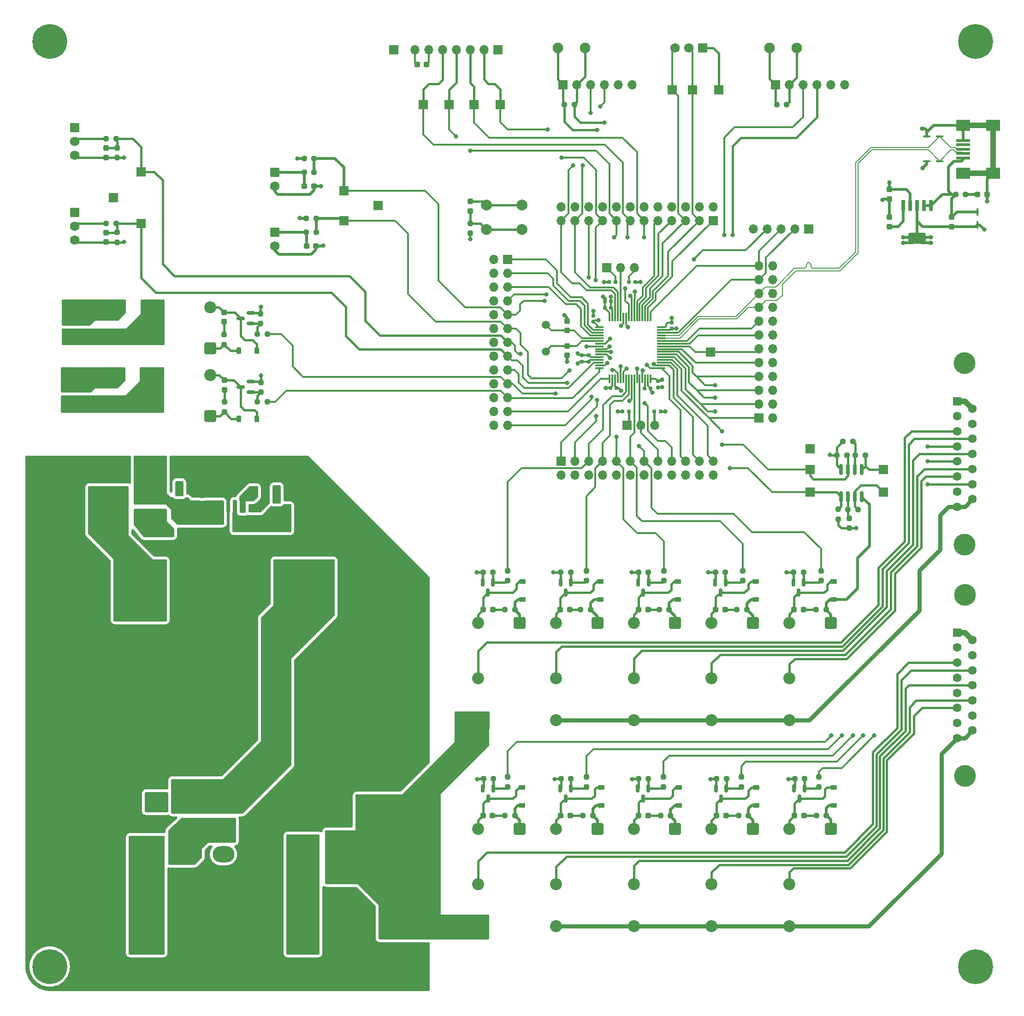
<source format=gbr>
%TF.GenerationSoftware,KiCad,Pcbnew,8.0.7*%
%TF.CreationDate,2025-04-17T15:34:12+07:00*%
%TF.ProjectId,Tractor VCU,54726163-746f-4722-9056-43552e6b6963,rev?*%
%TF.SameCoordinates,Original*%
%TF.FileFunction,Copper,L1,Top*%
%TF.FilePolarity,Positive*%
%FSLAX46Y46*%
G04 Gerber Fmt 4.6, Leading zero omitted, Abs format (unit mm)*
G04 Created by KiCad (PCBNEW 8.0.7) date 2025-04-17 15:34:12*
%MOMM*%
%LPD*%
G01*
G04 APERTURE LIST*
G04 Aperture macros list*
%AMRoundRect*
0 Rectangle with rounded corners*
0 $1 Rounding radius*
0 $2 $3 $4 $5 $6 $7 $8 $9 X,Y pos of 4 corners*
0 Add a 4 corners polygon primitive as box body*
4,1,4,$2,$3,$4,$5,$6,$7,$8,$9,$2,$3,0*
0 Add four circle primitives for the rounded corners*
1,1,$1+$1,$2,$3*
1,1,$1+$1,$4,$5*
1,1,$1+$1,$6,$7*
1,1,$1+$1,$8,$9*
0 Add four rect primitives between the rounded corners*
20,1,$1+$1,$2,$3,$4,$5,0*
20,1,$1+$1,$4,$5,$6,$7,0*
20,1,$1+$1,$6,$7,$8,$9,0*
20,1,$1+$1,$8,$9,$2,$3,0*%
G04 Aperture macros list end*
%TA.AperFunction,SMDPad,CuDef*%
%ADD10RoundRect,0.237500X-0.237500X0.300000X-0.237500X-0.300000X0.237500X-0.300000X0.237500X0.300000X0*%
%TD*%
%TA.AperFunction,ComponentPad*%
%ADD11RoundRect,0.341000X-0.759000X0.759000X-0.759000X-0.759000X0.759000X-0.759000X0.759000X0.759000X0*%
%TD*%
%TA.AperFunction,ComponentPad*%
%ADD12C,2.200000*%
%TD*%
%TA.AperFunction,SMDPad,CuDef*%
%ADD13RoundRect,0.237500X-0.237500X0.287500X-0.237500X-0.287500X0.237500X-0.287500X0.237500X0.287500X0*%
%TD*%
%TA.AperFunction,SMDPad,CuDef*%
%ADD14RoundRect,0.155000X-0.212500X-0.155000X0.212500X-0.155000X0.212500X0.155000X-0.212500X0.155000X0*%
%TD*%
%TA.AperFunction,SMDPad,CuDef*%
%ADD15RoundRect,0.237500X-0.250000X-0.237500X0.250000X-0.237500X0.250000X0.237500X-0.250000X0.237500X0*%
%TD*%
%TA.AperFunction,SMDPad,CuDef*%
%ADD16R,0.660400X0.711200*%
%TD*%
%TA.AperFunction,SMDPad,CuDef*%
%ADD17RoundRect,0.237500X-0.287500X-0.237500X0.287500X-0.237500X0.287500X0.237500X-0.287500X0.237500X0*%
%TD*%
%TA.AperFunction,SMDPad,CuDef*%
%ADD18C,1.000000*%
%TD*%
%TA.AperFunction,ComponentPad*%
%ADD19R,1.700000X1.700000*%
%TD*%
%TA.AperFunction,SMDPad,CuDef*%
%ADD20RoundRect,0.150000X-0.150000X0.587500X-0.150000X-0.587500X0.150000X-0.587500X0.150000X0.587500X0*%
%TD*%
%TA.AperFunction,SMDPad,CuDef*%
%ADD21RoundRect,0.225000X-0.225000X-0.375000X0.225000X-0.375000X0.225000X0.375000X-0.225000X0.375000X0*%
%TD*%
%TA.AperFunction,ComponentPad*%
%ADD22C,0.800000*%
%TD*%
%TA.AperFunction,ComponentPad*%
%ADD23C,6.400000*%
%TD*%
%TA.AperFunction,SMDPad,CuDef*%
%ADD24RoundRect,0.160000X0.197500X0.160000X-0.197500X0.160000X-0.197500X-0.160000X0.197500X-0.160000X0*%
%TD*%
%TA.AperFunction,SMDPad,CuDef*%
%ADD25RoundRect,0.237500X0.237500X-0.300000X0.237500X0.300000X-0.237500X0.300000X-0.237500X-0.300000X0*%
%TD*%
%TA.AperFunction,ComponentPad*%
%ADD26C,1.950000*%
%TD*%
%TA.AperFunction,SMDPad,CuDef*%
%ADD27RoundRect,0.155000X0.155000X-0.212500X0.155000X0.212500X-0.155000X0.212500X-0.155000X-0.212500X0*%
%TD*%
%TA.AperFunction,SMDPad,CuDef*%
%ADD28RoundRect,0.150000X0.587500X0.150000X-0.587500X0.150000X-0.587500X-0.150000X0.587500X-0.150000X0*%
%TD*%
%TA.AperFunction,SMDPad,CuDef*%
%ADD29RoundRect,0.237500X0.250000X0.237500X-0.250000X0.237500X-0.250000X-0.237500X0.250000X-0.237500X0*%
%TD*%
%TA.AperFunction,SMDPad,CuDef*%
%ADD30RoundRect,0.237500X-0.237500X0.250000X-0.237500X-0.250000X0.237500X-0.250000X0.237500X0.250000X0*%
%TD*%
%TA.AperFunction,SMDPad,CuDef*%
%ADD31RoundRect,0.237500X0.237500X-0.250000X0.237500X0.250000X-0.237500X0.250000X-0.237500X-0.250000X0*%
%TD*%
%TA.AperFunction,SMDPad,CuDef*%
%ADD32RoundRect,0.225000X0.375000X-0.225000X0.375000X0.225000X-0.375000X0.225000X-0.375000X-0.225000X0*%
%TD*%
%TA.AperFunction,SMDPad,CuDef*%
%ADD33R,4.240000X3.810000*%
%TD*%
%TA.AperFunction,ComponentPad*%
%ADD34O,1.700000X1.700000*%
%TD*%
%TA.AperFunction,ComponentPad*%
%ADD35C,4.000000*%
%TD*%
%TA.AperFunction,ComponentPad*%
%ADD36R,1.600000X1.600000*%
%TD*%
%TA.AperFunction,ComponentPad*%
%ADD37C,1.600000*%
%TD*%
%TA.AperFunction,SMDPad,CuDef*%
%ADD38RoundRect,0.237500X-0.300000X-0.237500X0.300000X-0.237500X0.300000X0.237500X-0.300000X0.237500X0*%
%TD*%
%TA.AperFunction,ComponentPad*%
%ADD39C,4.700000*%
%TD*%
%TA.AperFunction,ConnectorPad*%
%ADD40C,8.600000*%
%TD*%
%TA.AperFunction,ComponentPad*%
%ADD41RoundRect,0.341000X0.759000X0.759000X-0.759000X0.759000X-0.759000X-0.759000X0.759000X-0.759000X0*%
%TD*%
%TA.AperFunction,SMDPad,CuDef*%
%ADD42R,1.422400X0.457200*%
%TD*%
%TA.AperFunction,ComponentPad*%
%ADD43O,4.000000X6.000000*%
%TD*%
%TA.AperFunction,SMDPad,CuDef*%
%ADD44RoundRect,0.077500X0.232500X-0.907500X0.232500X0.907500X-0.232500X0.907500X-0.232500X-0.907500X0*%
%TD*%
%TA.AperFunction,SMDPad,CuDef*%
%ADD45RoundRect,0.246250X1.333750X-0.738750X1.333750X0.738750X-1.333750X0.738750X-1.333750X-0.738750X0*%
%TD*%
%TA.AperFunction,ComponentPad*%
%ADD46RoundRect,0.250000X-0.620000X0.620000X-0.620000X-0.620000X0.620000X-0.620000X0.620000X0.620000X0*%
%TD*%
%TA.AperFunction,ComponentPad*%
%ADD47C,1.740000*%
%TD*%
%TA.AperFunction,SMDPad,CuDef*%
%ADD48RoundRect,0.075000X-0.700000X-0.075000X0.700000X-0.075000X0.700000X0.075000X-0.700000X0.075000X0*%
%TD*%
%TA.AperFunction,SMDPad,CuDef*%
%ADD49RoundRect,0.075000X-0.075000X-0.700000X0.075000X-0.700000X0.075000X0.700000X-0.075000X0.700000X0*%
%TD*%
%TA.AperFunction,ComponentPad*%
%ADD50C,1.500000*%
%TD*%
%TA.AperFunction,SMDPad,CuDef*%
%ADD51RoundRect,0.155000X-0.155000X0.212500X-0.155000X-0.212500X0.155000X-0.212500X0.155000X0.212500X0*%
%TD*%
%TA.AperFunction,ComponentPad*%
%ADD52C,2.000000*%
%TD*%
%TA.AperFunction,ComponentPad*%
%ADD53C,3.600000*%
%TD*%
%TA.AperFunction,ConnectorPad*%
%ADD54C,6.400000*%
%TD*%
%TA.AperFunction,SMDPad,CuDef*%
%ADD55RoundRect,0.250000X0.850000X0.350000X-0.850000X0.350000X-0.850000X-0.350000X0.850000X-0.350000X0*%
%TD*%
%TA.AperFunction,SMDPad,CuDef*%
%ADD56RoundRect,0.250000X1.275000X1.125000X-1.275000X1.125000X-1.275000X-1.125000X1.275000X-1.125000X0*%
%TD*%
%TA.AperFunction,SMDPad,CuDef*%
%ADD57RoundRect,0.249997X2.950003X2.650003X-2.950003X2.650003X-2.950003X-2.650003X2.950003X-2.650003X0*%
%TD*%
%TA.AperFunction,SMDPad,CuDef*%
%ADD58RoundRect,0.150000X-0.150000X0.825000X-0.150000X-0.825000X0.150000X-0.825000X0.150000X0.825000X0*%
%TD*%
%TA.AperFunction,SMDPad,CuDef*%
%ADD59RoundRect,0.237500X0.300000X0.237500X-0.300000X0.237500X-0.300000X-0.237500X0.300000X-0.237500X0*%
%TD*%
%TA.AperFunction,ComponentPad*%
%ADD60RoundRect,0.250000X0.620000X0.620000X-0.620000X0.620000X-0.620000X-0.620000X0.620000X-0.620000X0*%
%TD*%
%TA.AperFunction,SMDPad,CuDef*%
%ADD61RoundRect,0.160000X-0.197500X-0.160000X0.197500X-0.160000X0.197500X0.160000X-0.197500X0.160000X0*%
%TD*%
%TA.AperFunction,SMDPad,CuDef*%
%ADD62R,2.500000X0.500000*%
%TD*%
%TA.AperFunction,SMDPad,CuDef*%
%ADD63R,2.500000X2.000000*%
%TD*%
%TA.AperFunction,ComponentPad*%
%ADD64R,3.400000X3.400000*%
%TD*%
%TA.AperFunction,ComponentPad*%
%ADD65O,4.000000X3.000000*%
%TD*%
%TA.AperFunction,SMDPad,CuDef*%
%ADD66RoundRect,0.155000X0.212500X0.155000X-0.212500X0.155000X-0.212500X-0.155000X0.212500X-0.155000X0*%
%TD*%
%TA.AperFunction,SMDPad,CuDef*%
%ADD67R,0.457200X1.422400*%
%TD*%
%TA.AperFunction,SMDPad,CuDef*%
%ADD68RoundRect,0.237500X0.287500X0.237500X-0.287500X0.237500X-0.287500X-0.237500X0.287500X-0.237500X0*%
%TD*%
%TA.AperFunction,SMDPad,CuDef*%
%ADD69RoundRect,0.077500X-0.232500X0.907500X-0.232500X-0.907500X0.232500X-0.907500X0.232500X0.907500X0*%
%TD*%
%TA.AperFunction,SMDPad,CuDef*%
%ADD70RoundRect,0.246250X-1.333750X0.738750X-1.333750X-0.738750X1.333750X-0.738750X1.333750X0.738750X0*%
%TD*%
%TA.AperFunction,ViaPad*%
%ADD71C,0.800000*%
%TD*%
%TA.AperFunction,Conductor*%
%ADD72C,0.500000*%
%TD*%
%TA.AperFunction,Conductor*%
%ADD73C,0.400000*%
%TD*%
%TA.AperFunction,Conductor*%
%ADD74C,0.300000*%
%TD*%
%TA.AperFunction,Conductor*%
%ADD75C,1.000000*%
%TD*%
%TA.AperFunction,Conductor*%
%ADD76C,0.600000*%
%TD*%
%TA.AperFunction,Conductor*%
%ADD77C,0.800000*%
%TD*%
%TA.AperFunction,Conductor*%
%ADD78C,0.200000*%
%TD*%
G04 APERTURE END LIST*
D10*
%TO.P,C20,1*%
%TO.N,/DRIVER & CONNECTOR/ADC1_IN13*%
X122174000Y-98731998D03*
%TO.P,C20,2*%
%TO.N,GND*%
X122174000Y-100456998D03*
%TD*%
D11*
%TO.P,K10,8*%
%TO.N,+12V*%
X255285000Y-208271574D03*
D12*
%TO.P,K10,9*%
%TO.N,Net-(D13-A)*%
X247685000Y-208271574D03*
%TO.P,K10,13*%
%TO.N,/DRIVER & CONNECTOR/DRIVER_PUMP5*%
X247685000Y-218471574D03*
%TO.P,K10,16*%
%TO.N,PUMP_DRIVER*%
X247685000Y-226171574D03*
%TD*%
D13*
%TO.P,LED12,1,K*%
%TO.N,Net-(D14-A)*%
X143891000Y-113386000D03*
%TO.P,LED12,2,A*%
%TO.N,Net-(LED12-A)*%
X143891000Y-115136000D03*
%TD*%
D14*
%TO.P,C6,1*%
%TO.N,Net-(U2-VCAP_1)*%
X221047500Y-127381000D03*
%TO.P,C6,2*%
%TO.N,GND*%
X222182500Y-127381000D03*
%TD*%
%TO.P,C9,1*%
%TO.N,+3V3*%
X213808500Y-112522000D03*
%TO.P,C9,2*%
%TO.N,GND*%
X214943500Y-112522000D03*
%TD*%
D15*
%TO.P,R53,1*%
%TO.N,+3V3*%
X158944999Y-96090004D03*
%TO.P,R53,2*%
%TO.N,/DRIVER & CONNECTOR/BRAKE2_IN*%
X160769999Y-96090004D03*
%TD*%
D16*
%TO.P,D16,1,K*%
%TO.N,+5V*%
X131572001Y-147702000D03*
%TO.P,D16,2,A*%
%TO.N,Net-(D16-A)*%
X131572001Y-149988000D03*
%TD*%
D17*
%TO.P,LED4,1,K*%
%TO.N,Net-(D6-A)*%
X219995500Y-168021000D03*
%TO.P,LED4,2,A*%
%TO.N,Net-(LED4-A)*%
X221745500Y-168021000D03*
%TD*%
D18*
%TO.P,TP3,1,1*%
%TO.N,+3V3*%
X153543000Y-151534500D03*
%TD*%
D19*
%TO.P,TP12,1,1*%
%TO.N,/DRIVER & CONNECTOR/DAC2_OUT*%
X251460000Y-146431000D03*
%TD*%
D20*
%TO.P,Q8,1,B*%
%TO.N,Net-(Q8-B)*%
X221739500Y-200849051D03*
%TO.P,Q8,2,E*%
%TO.N,GND*%
X219839500Y-200849051D03*
%TO.P,Q8,3,C*%
%TO.N,Net-(D11-A)*%
X220789500Y-202724051D03*
%TD*%
D11*
%TO.P,K8,8*%
%TO.N,+12V*%
X226710000Y-208272000D03*
D12*
%TO.P,K8,9*%
%TO.N,Net-(D11-A)*%
X219110000Y-208272000D03*
%TO.P,K8,13*%
%TO.N,/DRIVER & CONNECTOR/DRIVER_PUMP3*%
X219110000Y-218472000D03*
%TO.P,K8,16*%
%TO.N,PUMP_DRIVER*%
X219110000Y-226172000D03*
%TD*%
D17*
%TO.P,LED11,1,K*%
%TO.N,Net-(D13-A)*%
X248601334Y-205851574D03*
%TO.P,LED11,2,A*%
%TO.N,Net-(LED11-A)*%
X250351334Y-205851574D03*
%TD*%
D11*
%TO.P,K5,8*%
%TO.N,+12V*%
X255285000Y-170426000D03*
D12*
%TO.P,K5,9*%
%TO.N,Net-(D8-A)*%
X247685000Y-170426000D03*
%TO.P,K5,13*%
%TO.N,/DRIVER & CONNECTOR/DRIVER_MAIN5*%
X247685000Y-180626000D03*
%TO.P,K5,16*%
%TO.N,MAIN_DRIVER*%
X247685000Y-188326000D03*
%TD*%
D11*
%TO.P,K6,8*%
%TO.N,+12V*%
X198135000Y-208272000D03*
D12*
%TO.P,K6,9*%
%TO.N,Net-(D9-A)*%
X190535000Y-208272000D03*
%TO.P,K6,13*%
%TO.N,/DRIVER & CONNECTOR/DRIVER_PUMP1*%
X190535000Y-218472000D03*
%TO.P,K6,16*%
%TO.N,/POWER SUPPLY/72V*%
X190535000Y-226172000D03*
%TD*%
D21*
%TO.P,D14,1,K*%
%TO.N,+12V*%
X146559000Y-120436000D03*
%TO.P,D14,2,A*%
%TO.N,Net-(D14-A)*%
X149859000Y-120436000D03*
%TD*%
D22*
%TO.P,H6,1,1*%
%TO.N,unconnected-(H6-Pad1)_3*%
X109450000Y-233590000D03*
%TO.N,unconnected-(H6-Pad1)_2*%
X110152944Y-231892944D03*
%TO.N,unconnected-(H6-Pad1)_5*%
X110152944Y-235287056D03*
%TO.N,unconnected-(H6-Pad1)_7*%
X111850000Y-231190000D03*
D23*
%TO.N,unconnected-(H6-Pad1)_8*%
X111850000Y-233590000D03*
D22*
%TO.N,unconnected-(H6-Pad1)_4*%
X111850000Y-235990000D03*
%TO.N,unconnected-(H6-Pad1)_6*%
X113547056Y-231892944D03*
%TO.N,unconnected-(H6-Pad1)*%
X113547056Y-235287056D03*
%TO.N,unconnected-(H6-Pad1)_1*%
X114250000Y-233590000D03*
%TD*%
D15*
%TO.P,R29,1*%
%TO.N,Net-(LED9-A)*%
X224027000Y-205852000D03*
%TO.P,R29,2*%
%TO.N,+12V*%
X225852000Y-205852000D03*
%TD*%
%TO.P,R8,1*%
%TO.N,Net-(LED2-A)*%
X195464500Y-168021000D03*
%TO.P,R8,2*%
%TO.N,+12V*%
X197289500Y-168021000D03*
%TD*%
D24*
%TO.P,R2,1*%
%TO.N,Net-(JP1-Pin_1)*%
X215720500Y-107823000D03*
%TO.P,R2,2*%
%TO.N,+3V3*%
X214525500Y-107823000D03*
%TD*%
D25*
%TO.P,C23,1*%
%TO.N,+3V3*%
X149352000Y-151357500D03*
%TO.P,C23,2*%
%TO.N,GND*%
X149352000Y-149632500D03*
%TD*%
D19*
%TO.P,TP22,1,1*%
%TO.N,GND*%
X172106041Y-93787210D03*
%TD*%
D26*
%TO.P,J16,1,Pin_1*%
%TO.N,CAN2_N*%
X244007000Y-64766000D03*
%TO.P,J16,2,Pin_2*%
%TO.N,CAN2_P*%
X249007000Y-64766000D03*
%TD*%
D25*
%TO.P,C2,1*%
%TO.N,Net-(U1-NR\u005CFB)*%
X266044001Y-97640500D03*
%TO.P,C2,2*%
%TO.N,GND*%
X266044001Y-95915500D03*
%TD*%
D27*
%TO.P,C13,1*%
%TO.N,+3V3*%
X209550000Y-122420000D03*
%TO.P,C13,2*%
%TO.N,GND*%
X209550000Y-121285000D03*
%TD*%
D15*
%TO.P,R42,1*%
%TO.N,CAN1_N*%
X206380500Y-75184000D03*
%TO.P,R42,2*%
%TO.N,CAN1_P*%
X208205500Y-75184000D03*
%TD*%
D19*
%TO.P,TP14,1,1*%
%TO.N,PUMP_THROTTLE*%
X264922000Y-146431000D03*
%TD*%
D22*
%TO.P,H5,1,1*%
%TO.N,unconnected-(H5-Pad1)_5*%
X109450000Y-63590000D03*
%TO.N,unconnected-(H5-Pad1)_8*%
X110152944Y-61892944D03*
%TO.N,unconnected-(H5-Pad1)_1*%
X110152944Y-65287056D03*
%TO.N,unconnected-(H5-Pad1)*%
X111850000Y-61190000D03*
D23*
%TO.N,unconnected-(H5-Pad1)_2*%
X111850000Y-63590000D03*
D22*
%TO.N,unconnected-(H5-Pad1)_6*%
X111850000Y-65990000D03*
%TO.N,unconnected-(H5-Pad1)_3*%
X113547056Y-61892944D03*
%TO.N,unconnected-(H5-Pad1)_4*%
X113547056Y-65287056D03*
%TO.N,unconnected-(H5-Pad1)_7*%
X114250000Y-63590000D03*
%TD*%
D10*
%TO.P,C1,1*%
%TO.N,/STM32/VBUS*%
X277474000Y-95915500D03*
%TO.P,C1,2*%
%TO.N,GND*%
X277474000Y-97640500D03*
%TD*%
D28*
%TO.P,Q12,1,B*%
%TO.N,Net-(Q12-B)*%
X148768675Y-128037502D03*
%TO.P,Q12,2,E*%
%TO.N,GND*%
X148768675Y-126137502D03*
%TO.P,Q12,3,C*%
%TO.N,Net-(D15-A)*%
X146893675Y-127087502D03*
%TD*%
D29*
%TO.P,R10,1*%
%TO.N,Net-(Q2-B)*%
X207504250Y-161163000D03*
%TO.P,R10,2*%
%TO.N,GND*%
X205679250Y-161163000D03*
%TD*%
D13*
%TO.P,LED13,1,K*%
%TO.N,Net-(D15-A)*%
X143912001Y-125840000D03*
%TO.P,LED13,2,A*%
%TO.N,Net-(LED13-A)*%
X143912001Y-127590000D03*
%TD*%
D30*
%TO.P,R47,1*%
%TO.N,/DRIVER & CONNECTOR/DAC2_OUT*%
X256667000Y-149582500D03*
%TO.P,R47,2*%
%TO.N,GND*%
X256667000Y-151407500D03*
%TD*%
D17*
%TO.P,LED16,1,K*%
%TO.N,GND*%
X128274000Y-203497000D03*
%TO.P,LED16,2,A*%
%TO.N,Net-(LED16-A)*%
X130024000Y-203497000D03*
%TD*%
D31*
%TO.P,R37,1*%
%TO.N,Net-(Q11-B)*%
X150579500Y-115466999D03*
%TO.P,R37,2*%
%TO.N,GND*%
X150579500Y-113641999D03*
%TD*%
D30*
%TO.P,R27,1*%
%TO.N,/STM32/PC7*%
X224596400Y-198767300D03*
%TO.P,R27,2*%
%TO.N,Net-(Q8-B)*%
X224596400Y-200592300D03*
%TD*%
D15*
%TO.P,R58,1*%
%TO.N,Net-(D16-A)*%
X133961500Y-153924000D03*
%TO.P,R58,2*%
%TO.N,GND*%
X135786500Y-153924000D03*
%TD*%
D29*
%TO.P,R31,1*%
%TO.N,Net-(Q9-B)*%
X236140499Y-199104550D03*
%TO.P,R31,2*%
%TO.N,GND*%
X234315499Y-199104550D03*
%TD*%
D32*
%TO.P,D7,1,K*%
%TO.N,+12V*%
X241499250Y-166115000D03*
%TO.P,D7,2,A*%
%TO.N,Net-(D7-A)*%
X241499250Y-162815000D03*
%TD*%
D17*
%TO.P,LED8,1,K*%
%TO.N,Net-(D10-A)*%
X205713000Y-205852000D03*
%TO.P,LED8,2,A*%
%TO.N,Net-(LED8-A)*%
X207463000Y-205852000D03*
%TD*%
D19*
%TO.P,TP8,1,1*%
%TO.N,/DRIVER & CONNECTOR/SPI1_MISO*%
X180467000Y-75242000D03*
%TD*%
D15*
%TO.P,R54,1*%
%TO.N,Net-(J19-Pin_2)*%
X122224001Y-81510500D03*
%TO.P,R54,2*%
%TO.N,/DRIVER & CONNECTOR/ADC1_IN12*%
X124049001Y-81510500D03*
%TD*%
D17*
%TO.P,LED7,1,K*%
%TO.N,Net-(D9-A)*%
X191425500Y-205852000D03*
%TO.P,LED7,2,A*%
%TO.N,Net-(LED7-A)*%
X193175500Y-205852000D03*
%TD*%
D29*
%TO.P,R34,1*%
%TO.N,Net-(Q10-B)*%
X250491499Y-199120999D03*
%TO.P,R34,2*%
%TO.N,GND*%
X248666499Y-199120999D03*
%TD*%
%TO.P,R39,1*%
%TO.N,/STM32/PA2*%
X151809501Y-129794000D03*
%TO.P,R39,2*%
%TO.N,Net-(Q12-B)*%
X149984501Y-129794000D03*
%TD*%
D33*
%TO.P,F1,1*%
%TO.N,Net-(J21-Pin_1)*%
X129784000Y-212090000D03*
%TO.P,F1,2*%
%TO.N,Net-(SW2-B)*%
X136154000Y-212090000D03*
%TD*%
D19*
%TO.P,J17,1,Pin_1*%
%TO.N,unconnected-(J17-Pin_1-Pad1)*%
X194163000Y-65151000D03*
D34*
%TO.P,J17,2,Pin_2*%
%TO.N,/DRIVER & CONNECTOR/SPI1_CS*%
X191623000Y-65151000D03*
%TO.P,J17,3,Pin_3*%
%TO.N,/DRIVER & CONNECTOR/SPI1_SCK*%
X189083000Y-65151000D03*
%TO.P,J17,4,Pin_4*%
%TO.N,/DRIVER & CONNECTOR/SPI1_MOSI*%
X186543000Y-65151000D03*
%TO.P,J17,5,Pin_5*%
%TO.N,/DRIVER & CONNECTOR/SPI1_MISO*%
X184003000Y-65151000D03*
%TO.P,J17,6,Pin_6*%
%TO.N,+5V*%
X181463000Y-65151000D03*
%TO.P,J17,7,Pin_7*%
%TO.N,GND*%
X178923000Y-65151000D03*
%TD*%
D35*
%TO.P,J9,0,PAD*%
%TO.N,GND*%
X279885000Y-156053000D03*
X279885000Y-122753000D03*
D36*
%TO.P,J9,1,1*%
%TO.N,MAIN_DGND*%
X278465000Y-129708000D03*
D37*
%TO.P,J9,2,2*%
%TO.N,unconnected-(J9-Pad2)*%
X278465000Y-132478000D03*
%TO.P,J9,3,3*%
%TO.N,/DRIVER & CONNECTOR/DRIVER_MAIN1*%
X278465000Y-135248000D03*
%TO.P,J9,4,4*%
%TO.N,CAN1_P*%
X278465000Y-138018000D03*
%TO.P,J9,5,5*%
%TO.N,CAN1_N*%
X278465000Y-140788000D03*
%TO.P,J9,6,6*%
%TO.N,/DRIVER & CONNECTOR/DRIVER_MAIN5*%
X278465000Y-143558000D03*
%TO.P,J9,7,7*%
%TO.N,unconnected-(J9-Pad7)*%
X278465000Y-146328000D03*
%TO.P,J9,8,8*%
%TO.N,MAIN_DRIVER*%
X278465000Y-149098000D03*
%TO.P,J9,9,P9*%
%TO.N,MAIN_DGND*%
X281305000Y-131093000D03*
%TO.P,J9,10,P10*%
%TO.N,MAIN_TGND*%
X281305000Y-133863000D03*
%TO.P,J9,11,P111*%
%TO.N,/DRIVER & CONNECTOR/DRIVER_MAIN2*%
X281305000Y-136633000D03*
%TO.P,J9,12,P12*%
%TO.N,/DRIVER & CONNECTOR/DRIVER_MAIN3*%
X281305000Y-139403000D03*
%TO.P,J9,13,P13*%
%TO.N,/DRIVER & CONNECTOR/DRIVER_MAIN4*%
X281305000Y-142173000D03*
%TO.P,J9,14,P14*%
%TO.N,MAIN_THROTTLE*%
X281305000Y-144943000D03*
%TO.P,J9,15,P15*%
%TO.N,MAIN_DRIVER*%
X281305000Y-147713000D03*
%TD*%
D30*
%TO.P,R21,1*%
%TO.N,/STM32/PB15*%
X195919700Y-198767300D03*
%TO.P,R21,2*%
%TO.N,Net-(Q6-B)*%
X195919700Y-200592300D03*
%TD*%
D15*
%TO.P,R46,1*%
%TO.N,Net-(U3A--)*%
X259818500Y-139635001D03*
%TO.P,R46,2*%
%TO.N,MAIN_THROTTLE*%
X261643500Y-139635001D03*
%TD*%
D14*
%TO.P,C8,1*%
%TO.N,+3V3*%
X213808500Y-111379000D03*
%TO.P,C8,2*%
%TO.N,GND*%
X214943500Y-111379000D03*
%TD*%
D31*
%TO.P,R59,1*%
%TO.N,+5V*%
X135636000Y-148486500D03*
%TO.P,R59,2*%
%TO.N,Net-(LED14-A)*%
X135636000Y-146661500D03*
%TD*%
D19*
%TO.P,J6,1,Pin_1*%
%TO.N,PA15*%
X233680000Y-96520000D03*
D34*
%TO.P,J6,2,Pin_2*%
%TO.N,+3V3*%
X233680000Y-93980000D03*
%TO.P,J6,3,Pin_3*%
%TO.N,/DRIVER & CONNECTOR/USART3_TX*%
X231140000Y-96520000D03*
%TO.P,J6,4,Pin_4*%
%TO.N,+3V3*%
X231140000Y-93980000D03*
%TO.P,J6,5,Pin_5*%
%TO.N,/DRIVER & CONNECTOR/USART3_RX*%
X228600000Y-96520000D03*
%TO.P,J6,6,Pin_6*%
%TO.N,+3V3*%
X228600000Y-93980000D03*
%TO.P,J6,7,Pin_7*%
%TO.N,PC12*%
X226060000Y-96520000D03*
%TO.P,J6,8,Pin_8*%
%TO.N,+3V3*%
X226060000Y-93980000D03*
%TO.P,J6,9,Pin_9*%
%TO.N,PD2*%
X223520000Y-96520000D03*
%TO.P,J6,10,Pin_10*%
%TO.N,+3V3*%
X223520000Y-93980000D03*
%TO.P,J6,11,Pin_11*%
%TO.N,/DRIVER & CONNECTOR/SPI1_SCK*%
X220980000Y-96520000D03*
%TO.P,J6,12,Pin_12*%
%TO.N,+3V3*%
X220980000Y-93980000D03*
%TO.P,J6,13,Pin_13*%
%TO.N,/DRIVER & CONNECTOR/SPI1_MISO*%
X218440000Y-96520000D03*
%TO.P,J6,14,Pin_14*%
%TO.N,GND*%
X218440000Y-93980000D03*
%TO.P,J6,15,Pin_15*%
%TO.N,/DRIVER & CONNECTOR/SPI1_MOSI*%
X215900000Y-96520000D03*
%TO.P,J6,16,Pin_16*%
%TO.N,GND*%
X215900000Y-93980000D03*
%TO.P,J6,17,Pin_17*%
%TO.N,/DRIVER & CONNECTOR/SPI1_CS*%
X213360000Y-96520000D03*
%TO.P,J6,18,Pin_18*%
%TO.N,GND*%
X213360000Y-93980000D03*
%TO.P,J6,19,Pin_19*%
%TO.N,PB7*%
X210820000Y-96520000D03*
%TO.P,J6,20,Pin_20*%
%TO.N,GND*%
X210820000Y-93980000D03*
%TO.P,J6,21,Pin_21*%
%TO.N,/STM32/PB8*%
X208280000Y-96520000D03*
%TO.P,J6,22,Pin_22*%
%TO.N,GND*%
X208280000Y-93980000D03*
%TO.P,J6,23,Pin_23*%
%TO.N,/STM32/PB9*%
X205740000Y-96520000D03*
%TO.P,J6,24,Pin_24*%
%TO.N,GND*%
X205740000Y-93980000D03*
%TD*%
D13*
%TO.P,LED14,1,K*%
%TO.N,GND*%
X135636000Y-143270000D03*
%TO.P,LED14,2,A*%
%TO.N,Net-(LED14-A)*%
X135636000Y-145020000D03*
%TD*%
D11*
%TO.P,K4,8*%
%TO.N,+12V*%
X240997500Y-170426000D03*
D12*
%TO.P,K4,9*%
%TO.N,Net-(D7-A)*%
X233397500Y-170426000D03*
%TO.P,K4,13*%
%TO.N,/DRIVER & CONNECTOR/DRIVER_MAIN4*%
X233397500Y-180626000D03*
%TO.P,K4,16*%
%TO.N,MAIN_DRIVER*%
X233397500Y-188326000D03*
%TD*%
D19*
%TO.P,TP23,1,1*%
%TO.N,GND*%
X251460000Y-138430000D03*
%TD*%
%TO.P,TP5,1,1*%
%TO.N,/DRIVER & CONNECTOR/SPI1_CS*%
X194602442Y-75242000D03*
%TD*%
D38*
%TO.P,C17,1*%
%TO.N,/DRIVER & CONNECTOR/BRAKE2_SWITCH*%
X158994998Y-101170002D03*
%TO.P,C17,2*%
%TO.N,GND*%
X160719998Y-101170002D03*
%TD*%
D39*
%TO.P,MP2,1,1*%
%TO.N,+12V*%
X158958000Y-164465000D03*
D40*
X158958000Y-164465000D03*
%TD*%
D26*
%TO.P,J15,1,Pin_1*%
%TO.N,CAN1_N*%
X205145000Y-64766000D03*
%TO.P,J15,2,Pin_2*%
%TO.N,CAN1_P*%
X210145000Y-64766000D03*
%TD*%
D19*
%TO.P,JP1,1,Pin_1*%
%TO.N,Net-(JP1-Pin_1)*%
X214122000Y-105156000D03*
D34*
%TO.P,JP1,2,Pin_2*%
%TO.N,/STM32/BOOT0*%
X216662000Y-105156000D03*
%TO.P,JP1,3,Pin_3*%
%TO.N,Net-(JP1-Pin_3)*%
X219202000Y-105156000D03*
%TD*%
D21*
%TO.P,D15,1,K*%
%TO.N,+12V*%
X146580001Y-132938000D03*
%TO.P,D15,2,A*%
%TO.N,Net-(D15-A)*%
X149880001Y-132938000D03*
%TD*%
D19*
%TO.P,TP13,1,1*%
%TO.N,MAIN_THROTTLE*%
X264922000Y-142279000D03*
%TD*%
D25*
%TO.P,C22,1*%
%TO.N,Net-(U4-NR\u005CFB)*%
X149352000Y-145997000D03*
%TO.P,C22,2*%
%TO.N,GND*%
X149352000Y-144272000D03*
%TD*%
D41*
%TO.P,K12,8*%
%TO.N,+12V*%
X141359000Y-132476000D03*
D12*
%TO.P,K12,9*%
%TO.N,Net-(D15-A)*%
X141359000Y-124876000D03*
%TO.P,K12,13*%
%TO.N,/RELAY/NO_EX2*%
X131159000Y-124876000D03*
%TO.P,K12,16*%
%TO.N,/RELAY/COM_EX2*%
X123459000Y-124876000D03*
%TD*%
D27*
%TO.P,C7,1*%
%TO.N,+3V3*%
X211709000Y-115121500D03*
%TO.P,C7,2*%
%TO.N,GND*%
X211709000Y-113986500D03*
%TD*%
D30*
%TO.P,R41,1*%
%TO.N,Net-(LED13-A)*%
X143912001Y-129866500D03*
%TO.P,R41,2*%
%TO.N,+12V*%
X143912001Y-131691500D03*
%TD*%
D42*
%TO.P,D2,1,1*%
%TO.N,GND*%
X272888468Y-81022656D03*
%TO.P,D2,2,2*%
%TO.N,USB_D_P*%
X275276068Y-81022656D03*
%TD*%
D20*
%TO.P,Q2,1,B*%
%TO.N,Net-(Q2-B)*%
X207541750Y-163019500D03*
%TO.P,Q2,2,E*%
%TO.N,GND*%
X205641750Y-163019500D03*
%TO.P,Q2,3,C*%
%TO.N,Net-(D5-A)*%
X206591750Y-164894500D03*
%TD*%
D17*
%TO.P,LED2,1,K*%
%TO.N,Net-(D4-A)*%
X191438000Y-168021000D03*
%TO.P,LED2,2,A*%
%TO.N,Net-(LED2-A)*%
X193188000Y-168021000D03*
%TD*%
D43*
%TO.P,J21,1,Pin_1*%
%TO.N,Net-(J21-Pin_1)*%
X129512000Y-226060000D03*
%TO.P,J21,2,Pin_2*%
%TO.N,GND*%
X139042000Y-226060000D03*
%TO.P,J21,3,Pin_3*%
X148582000Y-226060000D03*
%TO.P,J21,4,Pin_4*%
%TO.N,Net-(J21-Pin_4)*%
X158112000Y-226060000D03*
%TD*%
D31*
%TO.P,R40,1*%
%TO.N,Net-(Q12-B)*%
X150625175Y-128087501D03*
%TO.P,R40,2*%
%TO.N,GND*%
X150625175Y-126262501D03*
%TD*%
D44*
%TO.P,U4,1,EN*%
%TO.N,+5V*%
X142113000Y-149055000D03*
%TO.P,U4,2,IN*%
X143383000Y-149055000D03*
%TO.P,U4,3,GND*%
%TO.N,GND*%
X144653000Y-149055000D03*
%TO.P,U4,4,OUT*%
%TO.N,+3V3*%
X145923000Y-149055000D03*
%TO.P,U4,5,NR\u005CFB*%
%TO.N,Net-(U4-NR\u005CFB)*%
X147193000Y-149055000D03*
D45*
%TO.P,U4,6,GND-1*%
%TO.N,GND*%
X144653000Y-143045000D03*
%TD*%
D33*
%TO.P,F2,1*%
%TO.N,Net-(J21-Pin_4)*%
X158463000Y-212090000D03*
%TO.P,F2,2*%
%TO.N,/POWER SUPPLY/72V*%
X164833000Y-212090000D03*
%TD*%
D46*
%TO.P,J19,1,Pin_1*%
%TO.N,+5V*%
X116459000Y-79478498D03*
D47*
%TO.P,J19,2,Pin_2*%
%TO.N,Net-(J19-Pin_2)*%
X116459000Y-82018498D03*
%TO.P,J19,3,Pin_3*%
%TO.N,GND*%
X116459000Y-84558498D03*
%TD*%
D29*
%TO.P,R7,1*%
%TO.N,Net-(Q1-B)*%
X193260500Y-161163000D03*
%TO.P,R7,2*%
%TO.N,GND*%
X191435500Y-161163000D03*
%TD*%
D25*
%TO.P,C21,1*%
%TO.N,+5V*%
X139827000Y-148690500D03*
%TO.P,C21,2*%
%TO.N,GND*%
X139827000Y-146965500D03*
%TD*%
D32*
%TO.P,D12,1,K*%
%TO.N,+12V*%
X241576350Y-203991000D03*
%TO.P,D12,2,A*%
%TO.N,Net-(D12-A)*%
X241576350Y-200691000D03*
%TD*%
D46*
%TO.P,J12,1,Pin_1*%
%TO.N,/DRIVER & CONNECTOR/BRAKE2_SWITCH*%
X153150000Y-98630002D03*
D47*
%TO.P,J12,2,Pin_2*%
%TO.N,GND*%
X153150000Y-101170002D03*
%TD*%
D10*
%TO.P,C5,1*%
%TO.N,Net-(U2-PH1)*%
X206883000Y-119570500D03*
%TO.P,C5,2*%
%TO.N,GND*%
X206883000Y-121295500D03*
%TD*%
D15*
%TO.P,R56,1*%
%TO.N,Net-(J20-Pin_2)*%
X122224001Y-97027999D03*
%TO.P,R56,2*%
%TO.N,/DRIVER & CONNECTOR/ADC1_IN13*%
X124049001Y-97027999D03*
%TD*%
D19*
%TO.P,TP6,1,1*%
%TO.N,/DRIVER & CONNECTOR/SPI1_SCK*%
X189763628Y-75242000D03*
%TD*%
D30*
%TO.P,R38,1*%
%TO.N,Net-(LED12-A)*%
X143891000Y-117461500D03*
%TO.P,R38,2*%
%TO.N,+12V*%
X143891000Y-119286500D03*
%TD*%
D48*
%TO.P,U2,1,VBAT*%
%TO.N,+3V3*%
X212765000Y-116138000D03*
%TO.P,U2,2,PC13*%
%TO.N,PC13*%
X212765000Y-116638000D03*
%TO.P,U2,3,PC14*%
%TO.N,PC14*%
X212765000Y-117138000D03*
%TO.P,U2,4,PC15*%
%TO.N,PC15*%
X212765000Y-117638000D03*
%TO.P,U2,5,PH0*%
%TO.N,Net-(U2-PH0)*%
X212765000Y-118138000D03*
%TO.P,U2,6,PH1*%
%TO.N,Net-(U2-PH1)*%
X212765000Y-118638000D03*
%TO.P,U2,7,NRST*%
%TO.N,NRST*%
X212765000Y-119138000D03*
%TO.P,U2,8,PC0*%
%TO.N,/DRIVER & CONNECTOR/BRAKE1_IN*%
X212765000Y-119638000D03*
%TO.P,U2,9,PC1*%
%TO.N,/DRIVER & CONNECTOR/BRAKE2_IN*%
X212765000Y-120138000D03*
%TO.P,U2,10,PC2*%
%TO.N,/DRIVER & CONNECTOR/ADC1_IN12*%
X212765000Y-120638000D03*
%TO.P,U2,11,PC3*%
%TO.N,/DRIVER & CONNECTOR/ADC1_IN13*%
X212765000Y-121138000D03*
%TO.P,U2,12,VSSA*%
%TO.N,GND*%
X212765000Y-121638000D03*
%TO.P,U2,13,VDDA*%
%TO.N,+3V3*%
X212765000Y-122138000D03*
%TO.P,U2,14,PA0*%
%TO.N,PA0*%
X212765000Y-122638000D03*
%TO.P,U2,15,PA1*%
%TO.N,/STM32/PA1*%
X212765000Y-123138000D03*
%TO.P,U2,16,PA2*%
%TO.N,/STM32/PA2*%
X212765000Y-123638000D03*
D49*
%TO.P,U2,17,PA3*%
%TO.N,PA3*%
X214690000Y-125563000D03*
%TO.P,U2,18,VSS*%
%TO.N,GND*%
X215190000Y-125563000D03*
%TO.P,U2,19,VDD*%
%TO.N,+3V3*%
X215690000Y-125563000D03*
%TO.P,U2,20,PA4*%
%TO.N,/DRIVER & CONNECTOR/DAC1_OUT*%
X216190000Y-125563000D03*
%TO.P,U2,21,PA5*%
%TO.N,/DRIVER & CONNECTOR/DAC2_OUT*%
X216690000Y-125563000D03*
%TO.P,U2,22,PA6*%
%TO.N,PA6*%
X217190000Y-125563000D03*
%TO.P,U2,23,PA7*%
%TO.N,/STM32/PA7*%
X217690000Y-125563000D03*
%TO.P,U2,24,PC4*%
%TO.N,/STM32/PC4*%
X218190000Y-125563000D03*
%TO.P,U2,25,PC5*%
%TO.N,/STM32/PC5*%
X218690000Y-125563000D03*
%TO.P,U2,26,PB0*%
%TO.N,/STM32/PB0*%
X219190000Y-125563000D03*
%TO.P,U2,27,PB1*%
%TO.N,/STM32/PB1*%
X219690000Y-125563000D03*
%TO.P,U2,28,PB2*%
%TO.N,PB2*%
X220190000Y-125563000D03*
%TO.P,U2,29,PB10*%
%TO.N,PB10*%
X220690000Y-125563000D03*
%TO.P,U2,30,VCAP_1*%
%TO.N,Net-(U2-VCAP_1)*%
X221190000Y-125563000D03*
%TO.P,U2,31,VSS*%
%TO.N,GND*%
X221690000Y-125563000D03*
%TO.P,U2,32,VDD*%
%TO.N,+3V3*%
X222190000Y-125563000D03*
D48*
%TO.P,U2,33,PB12*%
%TO.N,/STM32/PB12*%
X224115000Y-123638000D03*
%TO.P,U2,34,PB13*%
%TO.N,/STM32/PB13*%
X224115000Y-123138000D03*
%TO.P,U2,35,PB14*%
%TO.N,PB14*%
X224115000Y-122638000D03*
%TO.P,U2,36,PB15*%
%TO.N,/STM32/PB15*%
X224115000Y-122138000D03*
%TO.P,U2,37,PC6*%
%TO.N,/STM32/PC6*%
X224115000Y-121638000D03*
%TO.P,U2,38,PC7*%
%TO.N,/STM32/PC7*%
X224115000Y-121138000D03*
%TO.P,U2,39,PC8*%
%TO.N,/STM32/PC8*%
X224115000Y-120638000D03*
%TO.P,U2,40,PC9*%
%TO.N,/STM32/PC9*%
X224115000Y-120138000D03*
%TO.P,U2,41,PA8*%
%TO.N,PA8*%
X224115000Y-119638000D03*
%TO.P,U2,42,PA9*%
%TO.N,PA9*%
X224115000Y-119138000D03*
%TO.P,U2,43,PA10*%
%TO.N,PA10*%
X224115000Y-118638000D03*
%TO.P,U2,44,PA11*%
%TO.N,USB_D_N*%
X224115000Y-118138000D03*
%TO.P,U2,45,PA12*%
%TO.N,USB_D_P*%
X224115000Y-117638000D03*
%TO.P,U2,46,PA13*%
%TO.N,PA13*%
X224115000Y-117138000D03*
%TO.P,U2,47,VSS*%
%TO.N,GND*%
X224115000Y-116638000D03*
%TO.P,U2,48,VDD*%
%TO.N,+3V3*%
X224115000Y-116138000D03*
D49*
%TO.P,U2,49,PA14*%
%TO.N,PA14*%
X222190000Y-114213000D03*
%TO.P,U2,50,PA15*%
%TO.N,PA15*%
X221690000Y-114213000D03*
%TO.P,U2,51,PC10*%
%TO.N,/DRIVER & CONNECTOR/USART3_TX*%
X221190000Y-114213000D03*
%TO.P,U2,52,PC11*%
%TO.N,/DRIVER & CONNECTOR/USART3_RX*%
X220690000Y-114213000D03*
%TO.P,U2,53,PC12*%
%TO.N,PC12*%
X220190000Y-114213000D03*
%TO.P,U2,54,PD2*%
%TO.N,PD2*%
X219690000Y-114213000D03*
%TO.P,U2,55,PB3*%
%TO.N,/DRIVER & CONNECTOR/SPI1_SCK*%
X219190000Y-114213000D03*
%TO.P,U2,56,PB4*%
%TO.N,/DRIVER & CONNECTOR/SPI1_MISO*%
X218690000Y-114213000D03*
%TO.P,U2,57,PB5*%
%TO.N,/DRIVER & CONNECTOR/SPI1_MOSI*%
X218190000Y-114213000D03*
%TO.P,U2,58,PB6*%
%TO.N,/DRIVER & CONNECTOR/SPI1_CS*%
X217690000Y-114213000D03*
%TO.P,U2,59,PB7*%
%TO.N,PB7*%
X217190000Y-114213000D03*
%TO.P,U2,60,BOOT0*%
%TO.N,/STM32/BOOT0*%
X216690000Y-114213000D03*
%TO.P,U2,61,PB8*%
%TO.N,/STM32/PB8*%
X216190000Y-114213000D03*
%TO.P,U2,62,PB9*%
%TO.N,/STM32/PB9*%
X215690000Y-114213000D03*
%TO.P,U2,63,VSS*%
%TO.N,GND*%
X215190000Y-114213000D03*
%TO.P,U2,64,VDD*%
%TO.N,+3V3*%
X214690000Y-114213000D03*
%TD*%
D32*
%TO.P,D4,1,K*%
%TO.N,+12V*%
X198663000Y-166115000D03*
%TO.P,D4,2,A*%
%TO.N,Net-(D4-A)*%
X198663000Y-162815000D03*
%TD*%
D15*
%TO.P,R35,1*%
%TO.N,Net-(LED11-A)*%
X252627834Y-205851574D03*
%TO.P,R35,2*%
%TO.N,+12V*%
X254452834Y-205851574D03*
%TD*%
D29*
%TO.P,R22,1*%
%TO.N,Net-(Q6-B)*%
X193350998Y-199104550D03*
%TO.P,R22,2*%
%TO.N,GND*%
X191525998Y-199104550D03*
%TD*%
D11*
%TO.P,K3,8*%
%TO.N,+12V*%
X226710000Y-170426000D03*
D12*
%TO.P,K3,9*%
%TO.N,Net-(D6-A)*%
X219110000Y-170426000D03*
%TO.P,K3,13*%
%TO.N,/DRIVER & CONNECTOR/DRIVER_MAIN3*%
X219110000Y-180626000D03*
%TO.P,K3,16*%
%TO.N,MAIN_DRIVER*%
X219110000Y-188326000D03*
%TD*%
D46*
%TO.P,J11,1,Pin_1*%
%TO.N,/DRIVER & CONNECTOR/BRAKE1_SWITCH*%
X153150000Y-87630000D03*
D47*
%TO.P,J11,2,Pin_2*%
%TO.N,GND*%
X153150000Y-90170000D03*
%TD*%
D11*
%TO.P,K2,8*%
%TO.N,+12V*%
X212422500Y-170426000D03*
D12*
%TO.P,K2,9*%
%TO.N,Net-(D5-A)*%
X204822500Y-170426000D03*
%TO.P,K2,13*%
%TO.N,/DRIVER & CONNECTOR/DRIVER_MAIN2*%
X204822500Y-180626000D03*
%TO.P,K2,16*%
%TO.N,MAIN_DRIVER*%
X204822500Y-188326000D03*
%TD*%
D15*
%TO.P,R50,1*%
%TO.N,/DRIVER & CONNECTOR/BRAKE1_SWITCH*%
X158587500Y-87630003D03*
%TO.P,R50,2*%
%TO.N,/DRIVER & CONNECTOR/BRAKE1_IN*%
X160412500Y-87630003D03*
%TD*%
D17*
%TO.P,LED10,1,K*%
%TO.N,Net-(D12-A)*%
X234313834Y-205852000D03*
%TO.P,LED10,2,A*%
%TO.N,Net-(LED10-A)*%
X236063834Y-205852000D03*
%TD*%
D50*
%TO.P,Y1,1,1*%
%TO.N,Net-(U2-PH1)*%
X202946000Y-120560000D03*
%TO.P,Y1,2,2*%
%TO.N,Net-(U2-PH0)*%
X202946000Y-115680000D03*
%TD*%
D30*
%TO.P,R9,1*%
%TO.N,/STM32/PC4*%
X210401750Y-160885500D03*
%TO.P,R9,2*%
%TO.N,Net-(Q2-B)*%
X210401750Y-162710500D03*
%TD*%
D15*
%TO.P,R14,1*%
%TO.N,Net-(LED4-A)*%
X223768000Y-168021000D03*
%TO.P,R14,2*%
%TO.N,+12V*%
X225593000Y-168021000D03*
%TD*%
D19*
%TO.P,TP10,1,1*%
%TO.N,/DRIVER & CONNECTOR/USART3_RX*%
X226187000Y-72547000D03*
%TD*%
D51*
%TO.P,C12,1*%
%TO.N,+3V3*%
X226060000Y-115256500D03*
%TO.P,C12,2*%
%TO.N,GND*%
X226060000Y-116391500D03*
%TD*%
D52*
%TO.P,SW1,1,A*%
%TO.N,GND*%
X192076000Y-93635000D03*
X198576000Y-93635000D03*
%TO.P,SW1,2,B*%
%TO.N,NRST*%
X192076000Y-98135000D03*
X198576000Y-98135000D03*
%TD*%
D30*
%TO.P,R30,1*%
%TO.N,/STM32/PC8*%
X238833150Y-198767300D03*
%TO.P,R30,2*%
%TO.N,Net-(Q9-B)*%
X238833150Y-200592300D03*
%TD*%
D53*
%TO.P,H1,1,1*%
%TO.N,GND*%
X118017999Y-187325000D03*
D54*
X118017999Y-187325000D03*
%TD*%
D20*
%TO.P,Q5,1,B*%
%TO.N,Net-(Q5-B)*%
X250314500Y-163019500D03*
%TO.P,Q5,2,E*%
%TO.N,GND*%
X248414500Y-163019500D03*
%TO.P,Q5,3,C*%
%TO.N,Net-(D8-A)*%
X249364500Y-164894500D03*
%TD*%
D30*
%TO.P,R48,1*%
%TO.N,Net-(U3B--)*%
X258699000Y-151233500D03*
%TO.P,R48,2*%
%TO.N,GND*%
X258699000Y-153058500D03*
%TD*%
D51*
%TO.P,C11,1*%
%TO.N,+3V3*%
X223520000Y-126051500D03*
%TO.P,C11,2*%
%TO.N,GND*%
X223520000Y-127186500D03*
%TD*%
D29*
%TO.P,R28,1*%
%TO.N,Net-(Q8-B)*%
X221789499Y-199104550D03*
%TO.P,R28,2*%
%TO.N,GND*%
X219964499Y-199104550D03*
%TD*%
D19*
%TO.P,TP9,1,1*%
%TO.N,/DRIVER & CONNECTOR/USART3_TX*%
X229870000Y-72547000D03*
%TD*%
%TO.P,J3,1,Pin_1*%
%TO.N,PC13*%
X195961000Y-103647000D03*
D34*
%TO.P,J3,2,Pin_2*%
%TO.N,+3V3*%
X193421000Y-103647000D03*
%TO.P,J3,3,Pin_3*%
%TO.N,PC14*%
X195961000Y-106187000D03*
%TO.P,J3,4,Pin_4*%
%TO.N,+3V3*%
X193421000Y-106187000D03*
%TO.P,J3,5,Pin_5*%
%TO.N,PC15*%
X195961000Y-108727000D03*
%TO.P,J3,6,Pin_6*%
%TO.N,+3V3*%
X193421000Y-108727000D03*
%TO.P,J3,7,Pin_7*%
%TO.N,NRST*%
X195961000Y-111267000D03*
%TO.P,J3,8,Pin_8*%
%TO.N,+3V3*%
X193421000Y-111267000D03*
%TO.P,J3,9,Pin_9*%
%TO.N,/DRIVER & CONNECTOR/BRAKE1_IN*%
X195961000Y-113807000D03*
%TO.P,J3,10,Pin_10*%
%TO.N,+3V3*%
X193421000Y-113807000D03*
%TO.P,J3,11,Pin_11*%
%TO.N,/DRIVER & CONNECTOR/BRAKE2_IN*%
X195961000Y-116347000D03*
%TO.P,J3,12,Pin_12*%
%TO.N,+3V3*%
X193421000Y-116347000D03*
%TO.P,J3,13,Pin_13*%
%TO.N,/DRIVER & CONNECTOR/ADC1_IN12*%
X195961000Y-118887000D03*
%TO.P,J3,14,Pin_14*%
%TO.N,GND*%
X193421000Y-118887000D03*
%TO.P,J3,15,Pin_15*%
%TO.N,/DRIVER & CONNECTOR/ADC1_IN13*%
X195961000Y-121427000D03*
%TO.P,J3,16,Pin_16*%
%TO.N,GND*%
X193421000Y-121427000D03*
%TO.P,J3,17,Pin_17*%
%TO.N,PA0*%
X195961000Y-123967000D03*
%TO.P,J3,18,Pin_18*%
%TO.N,GND*%
X193421000Y-123967000D03*
%TO.P,J3,19,Pin_19*%
%TO.N,/STM32/PA1*%
X195961000Y-126507000D03*
%TO.P,J3,20,Pin_20*%
%TO.N,GND*%
X193421000Y-126507000D03*
%TO.P,J3,21,Pin_21*%
%TO.N,/STM32/PA2*%
X195961000Y-129047000D03*
%TO.P,J3,22,Pin_22*%
%TO.N,GND*%
X193421000Y-129047000D03*
%TO.P,J3,23,Pin_23*%
%TO.N,PA3*%
X195961000Y-131587000D03*
%TO.P,J3,24,Pin_24*%
%TO.N,GND*%
X193421000Y-131587000D03*
%TO.P,J3,25,Pin_25*%
%TO.N,/DRIVER & CONNECTOR/DAC1_OUT*%
X195961000Y-134127000D03*
%TO.P,J3,26,Pin_26*%
%TO.N,GND*%
X193421000Y-134127000D03*
%TD*%
D32*
%TO.P,D6,1,K*%
%TO.N,+12V*%
X227220500Y-166115000D03*
%TO.P,D6,2,A*%
%TO.N,Net-(D6-A)*%
X227220500Y-162815000D03*
%TD*%
D15*
%TO.P,R17,1*%
%TO.N,Net-(LED5-A)*%
X238046750Y-168021000D03*
%TO.P,R17,2*%
%TO.N,+12V*%
X239871750Y-168021000D03*
%TD*%
%TO.P,R51,1*%
%TO.N,+3V3*%
X158587499Y-85090002D03*
%TO.P,R51,2*%
%TO.N,/DRIVER & CONNECTOR/BRAKE1_IN*%
X160412499Y-85090002D03*
%TD*%
D29*
%TO.P,R61,1*%
%TO.N,+12V*%
X134770500Y-203454000D03*
%TO.P,R61,2*%
%TO.N,Net-(LED16-A)*%
X132945500Y-203454000D03*
%TD*%
D39*
%TO.P,MP3,1,1*%
%TO.N,5_BUCK*%
X128478000Y-164465000D03*
D40*
X128478000Y-164465000D03*
%TD*%
D15*
%TO.P,R26,1*%
%TO.N,Net-(LED8-A)*%
X209739500Y-205852000D03*
%TO.P,R26,2*%
%TO.N,+12V*%
X211564500Y-205852000D03*
%TD*%
D20*
%TO.P,Q7,1,B*%
%TO.N,Net-(Q7-B)*%
X207515500Y-200865500D03*
%TO.P,Q7,2,E*%
%TO.N,GND*%
X205615500Y-200865500D03*
%TO.P,Q7,3,C*%
%TO.N,Net-(D10-A)*%
X206565500Y-202740500D03*
%TD*%
D55*
%TO.P,Q13,1,G*%
%TO.N,Net-(D16-A)*%
X128738000Y-151125000D03*
D56*
%TO.P,Q13,2,D*%
%TO.N,5_BUCK*%
X124113000Y-150370000D03*
X124113000Y-147320000D03*
D57*
X122438000Y-148845000D03*
D56*
X120763000Y-150370000D03*
X120763000Y-147320000D03*
D55*
%TO.P,Q13,3,S*%
%TO.N,+5V*%
X128738000Y-146565000D03*
%TD*%
D20*
%TO.P,Q4,1,B*%
%TO.N,Net-(Q4-B)*%
X235963500Y-163019500D03*
%TO.P,Q4,2,E*%
%TO.N,GND*%
X234063500Y-163019500D03*
%TO.P,Q4,3,C*%
%TO.N,Net-(D7-A)*%
X235013500Y-164894500D03*
%TD*%
D32*
%TO.P,D11,1,K*%
%TO.N,+12V*%
X227339600Y-203991000D03*
%TO.P,D11,2,A*%
%TO.N,Net-(D11-A)*%
X227339600Y-200691000D03*
%TD*%
D18*
%TO.P,TP1,1,1*%
%TO.N,+12V*%
X137668000Y-203454000D03*
%TD*%
D32*
%TO.P,D5,1,K*%
%TO.N,+12V*%
X212941750Y-166115000D03*
%TO.P,D5,2,A*%
%TO.N,Net-(D5-A)*%
X212941750Y-162815000D03*
%TD*%
D15*
%TO.P,R1,1*%
%TO.N,/STM32/VBUS*%
X278226501Y-91698000D03*
%TO.P,R1,2*%
%TO.N,Net-(LED1-A)*%
X280051501Y-91698000D03*
%TD*%
D46*
%TO.P,J20,1,Pin_1*%
%TO.N,+5V*%
X116459000Y-94996000D03*
D47*
%TO.P,J20,2,Pin_2*%
%TO.N,Net-(J20-Pin_2)*%
X116459000Y-97536000D03*
%TO.P,J20,3,Pin_3*%
%TO.N,GND*%
X116459000Y-100076000D03*
%TD*%
D29*
%TO.P,R19,1*%
%TO.N,Net-(Q5-B)*%
X250277000Y-161163000D03*
%TO.P,R19,2*%
%TO.N,GND*%
X248452000Y-161163000D03*
%TD*%
D19*
%TO.P,TP16,1,1*%
%TO.N,/DRIVER & CONNECTOR/ADC1_IN13*%
X128631599Y-97051499D03*
%TD*%
D32*
%TO.P,D13,1,K*%
%TO.N,+12V*%
X255765934Y-203990574D03*
%TO.P,D13,2,A*%
%TO.N,Net-(D13-A)*%
X255765934Y-200690574D03*
%TD*%
%TO.P,D8,1,K*%
%TO.N,+12V*%
X255778000Y-166115000D03*
%TO.P,D8,2,A*%
%TO.N,Net-(D8-A)*%
X255778000Y-162815000D03*
%TD*%
D42*
%TO.P,D1,1,1*%
%TO.N,GND*%
X272872200Y-85598000D03*
%TO.P,D1,2,2*%
%TO.N,USB_D_N*%
X275259800Y-85598000D03*
%TD*%
D19*
%TO.P,J2,1,Pin_1*%
%TO.N,+3V3*%
X251205999Y-98044000D03*
D34*
%TO.P,J2,2,Pin_2*%
%TO.N,PA13*%
X248665999Y-98044000D03*
%TO.P,J2,3,Pin_3*%
%TO.N,PA14*%
X246125999Y-98044000D03*
%TO.P,J2,4,Pin_4*%
%TO.N,NRST*%
X243585999Y-98044000D03*
%TO.P,J2,5,Pin_5*%
%TO.N,GND*%
X241045999Y-98044000D03*
%TD*%
D39*
%TO.P,MP4,1,1*%
%TO.N,GND*%
X117048000Y-164465000D03*
D40*
X117048000Y-164465000D03*
%TD*%
D19*
%TO.P,J14,1,Pin_1*%
%TO.N,CAN2_N*%
X245105000Y-71553500D03*
D34*
%TO.P,J14,2,Pin_2*%
%TO.N,CAN2_P*%
X247645000Y-71553500D03*
%TO.P,J14,3,Pin_3*%
%TO.N,/STM32/PB12*%
X250185000Y-71553500D03*
%TO.P,J14,4,Pin_4*%
%TO.N,/STM32/PB13*%
X252725000Y-71553500D03*
%TO.P,J14,5,Pin_5*%
%TO.N,GND*%
X255265000Y-71553500D03*
%TO.P,J14,6,Pin_6*%
%TO.N,+5V*%
X257805000Y-71553500D03*
%TD*%
D27*
%TO.P,C14,1*%
%TO.N,+3V3*%
X210820000Y-122420000D03*
%TO.P,C14,2*%
%TO.N,GND*%
X210820000Y-121285000D03*
%TD*%
D15*
%TO.P,R23,1*%
%TO.N,Net-(LED7-A)*%
X195452000Y-205852000D03*
%TO.P,R23,2*%
%TO.N,+12V*%
X197277000Y-205852000D03*
%TD*%
D13*
%TO.P,LED15,1,K*%
%TO.N,GND*%
X153550000Y-144055500D03*
%TO.P,LED15,2,A*%
%TO.N,Net-(LED15-A)*%
X153550000Y-145805500D03*
%TD*%
D58*
%TO.P,U3,1*%
%TO.N,MAIN_THROTTLE*%
X260985000Y-142305000D03*
%TO.P,U3,2,-*%
%TO.N,Net-(U3A--)*%
X259715000Y-142305000D03*
%TO.P,U3,3,+*%
%TO.N,/DRIVER & CONNECTOR/DAC1_OUT*%
X258445000Y-142305000D03*
%TO.P,U3,4,V-*%
%TO.N,GND*%
X257175000Y-142305000D03*
%TO.P,U3,5,+*%
%TO.N,/DRIVER & CONNECTOR/DAC2_OUT*%
X257175000Y-147255000D03*
%TO.P,U3,6,-*%
%TO.N,Net-(U3B--)*%
X258445000Y-147255000D03*
%TO.P,U3,7*%
%TO.N,PUMP_THROTTLE*%
X259715000Y-147255000D03*
%TO.P,U3,8,V+*%
%TO.N,+12V*%
X260985000Y-147255000D03*
%TD*%
D30*
%TO.P,R18,1*%
%TO.N,/STM32/PB1*%
X253492000Y-160885500D03*
%TO.P,R18,2*%
%TO.N,Net-(Q5-B)*%
X253492000Y-162710500D03*
%TD*%
D15*
%TO.P,R20,1*%
%TO.N,Net-(LED6-A)*%
X252579500Y-168021000D03*
%TO.P,R20,2*%
%TO.N,+12V*%
X254404500Y-168021000D03*
%TD*%
D59*
%TO.P,C18,1*%
%TO.N,+5V*%
X181075500Y-67818000D03*
%TO.P,C18,2*%
%TO.N,GND*%
X179350500Y-67818000D03*
%TD*%
D19*
%TO.P,TP15,1,1*%
%TO.N,/DRIVER & CONNECTOR/ADC1_IN12*%
X128631599Y-87573006D03*
%TD*%
D29*
%TO.P,R13,1*%
%TO.N,Net-(Q3-B)*%
X221783000Y-161163000D03*
%TO.P,R13,2*%
%TO.N,GND*%
X219958000Y-161163000D03*
%TD*%
D39*
%TO.P,MP1,1,1*%
%TO.N,GND*%
X170388000Y-164464998D03*
D40*
X170388000Y-164464998D03*
%TD*%
D25*
%TO.P,C15,1*%
%TO.N,NRST*%
X189051000Y-94751500D03*
%TO.P,C15,2*%
%TO.N,GND*%
X189051000Y-93026500D03*
%TD*%
D19*
%TO.P,TP18,1,1*%
%TO.N,/DRIVER & CONNECTOR/BRAKE2_IN*%
X165850000Y-96520001D03*
%TD*%
D41*
%TO.P,K11,8*%
%TO.N,+12V*%
X141338000Y-120030000D03*
D12*
%TO.P,K11,9*%
%TO.N,Net-(D14-A)*%
X141338000Y-112430000D03*
%TO.P,K11,13*%
%TO.N,/RELAY/NO_EX1*%
X131138000Y-112430000D03*
%TO.P,K11,16*%
%TO.N,/RELAY/COM_EX1*%
X123438000Y-112430000D03*
%TD*%
D15*
%TO.P,R52,1*%
%TO.N,/DRIVER & CONNECTOR/BRAKE2_SWITCH*%
X158945000Y-98630003D03*
%TO.P,R52,2*%
%TO.N,/DRIVER & CONNECTOR/BRAKE2_IN*%
X160770000Y-98630003D03*
%TD*%
D60*
%TO.P,J18,1,Pin_1*%
%TO.N,GND*%
X231775000Y-64770000D03*
D47*
%TO.P,J18,2,Pin_2*%
%TO.N,/DRIVER & CONNECTOR/USART3_TX*%
X229235000Y-64770000D03*
%TO.P,J18,3,Pin_3*%
%TO.N,/DRIVER & CONNECTOR/USART3_RX*%
X226695000Y-64770000D03*
%TD*%
D35*
%TO.P,J10,0,PAD*%
%TO.N,GND*%
X279900331Y-198567000D03*
X279900331Y-165267000D03*
D36*
%TO.P,J10,1,1*%
%TO.N,PUMP_DGND*%
X278480331Y-172222000D03*
D37*
%TO.P,J10,2,2*%
%TO.N,unconnected-(J10-Pad2)*%
X278480331Y-174992000D03*
%TO.P,J10,3,3*%
%TO.N,/DRIVER & CONNECTOR/DRIVER_PUMP1*%
X278480331Y-177762000D03*
%TO.P,J10,4,4*%
%TO.N,CAN2_P*%
X278480331Y-180532000D03*
%TO.P,J10,5,5*%
%TO.N,CAN2_N*%
X278480331Y-183302000D03*
%TO.P,J10,6,6*%
%TO.N,/DRIVER & CONNECTOR/DRIVER_PUMP5*%
X278480331Y-186072000D03*
%TO.P,J10,7,7*%
%TO.N,unconnected-(J10-Pad7)*%
X278480331Y-188842000D03*
%TO.P,J10,8,8*%
%TO.N,PUMP_DRIVER*%
X278480331Y-191612000D03*
%TO.P,J10,9,P9*%
%TO.N,PUMP_DGND*%
X281320331Y-173607000D03*
%TO.P,J10,10,P10*%
%TO.N,PUMP_TGND*%
X281320331Y-176377000D03*
%TO.P,J10,11,P111*%
%TO.N,/DRIVER & CONNECTOR/DRIVER_PUMP2*%
X281320331Y-179147000D03*
%TO.P,J10,12,P12*%
%TO.N,/DRIVER & CONNECTOR/DRIVER_PUMP3*%
X281320331Y-181917000D03*
%TO.P,J10,13,P13*%
%TO.N,/DRIVER & CONNECTOR/DRIVER_PUMP4*%
X281320331Y-184687000D03*
%TO.P,J10,14,P14*%
%TO.N,PUMP_THROTTLE*%
X281320331Y-187457000D03*
%TO.P,J10,15,P15*%
%TO.N,PUMP_DRIVER*%
X281320331Y-190227000D03*
%TD*%
D61*
%TO.P,R4,1*%
%TO.N,Net-(JP2-Pin_3)*%
X222885000Y-131572000D03*
%TO.P,R4,2*%
%TO.N,GND*%
X224080000Y-131572000D03*
%TD*%
D11*
%TO.P,K1,8*%
%TO.N,+12V*%
X198135000Y-170426000D03*
D12*
%TO.P,K1,9*%
%TO.N,Net-(D4-A)*%
X190535000Y-170426000D03*
%TO.P,K1,13*%
%TO.N,/DRIVER & CONNECTOR/DRIVER_MAIN1*%
X190535000Y-180626000D03*
%TO.P,K1,16*%
%TO.N,/POWER SUPPLY/72V*%
X190535000Y-188326000D03*
%TD*%
D20*
%TO.P,Q6,1,B*%
%TO.N,Net-(Q6-B)*%
X193300999Y-200849051D03*
%TO.P,Q6,2,E*%
%TO.N,GND*%
X191400999Y-200849051D03*
%TO.P,Q6,3,C*%
%TO.N,Net-(D9-A)*%
X192350999Y-202724051D03*
%TD*%
D53*
%TO.P,H2,1,1*%
%TO.N,GND*%
X169418000Y-187325000D03*
D54*
X169418000Y-187325000D03*
%TD*%
D62*
%TO.P,J1,1,VBUS*%
%TO.N,/STM32/VBUS*%
X279594000Y-84998000D03*
%TO.P,J1,2,D-*%
%TO.N,USB_D_N*%
X279594000Y-84198000D03*
%TO.P,J1,3,D+*%
%TO.N,USB_D_P*%
X279594000Y-83398000D03*
%TO.P,J1,4,ID*%
%TO.N,unconnected-(J1-ID-Pad4)*%
X279594000Y-82598000D03*
%TO.P,J1,5,GND*%
%TO.N,GND*%
X279594000Y-81798000D03*
D63*
%TO.P,J1,6,Shield*%
X279594000Y-87798000D03*
X285094000Y-87798000D03*
X279594000Y-78998000D03*
X285094000Y-78998000D03*
%TD*%
D30*
%TO.P,R6,1*%
%TO.N,/STM32/PA7*%
X195936000Y-160885500D03*
%TO.P,R6,2*%
%TO.N,Net-(Q1-B)*%
X195936000Y-162710500D03*
%TD*%
D22*
%TO.P,H3,1,1*%
%TO.N,unconnected-(H3-Pad1)_2*%
X279450000Y-233590000D03*
%TO.N,unconnected-(H3-Pad1)*%
X280152944Y-231892944D03*
%TO.N,unconnected-(H3-Pad1)_7*%
X280152944Y-235287056D03*
%TO.N,unconnected-(H3-Pad1)_6*%
X281850000Y-231190000D03*
D23*
%TO.N,unconnected-(H3-Pad1)_8*%
X281850000Y-233590000D03*
D22*
%TO.N,unconnected-(H3-Pad1)_1*%
X281850000Y-235990000D03*
%TO.N,unconnected-(H3-Pad1)_4*%
X283547056Y-231892944D03*
%TO.N,unconnected-(H3-Pad1)_3*%
X283547056Y-235287056D03*
%TO.N,unconnected-(H3-Pad1)_5*%
X284250000Y-233590000D03*
%TD*%
D19*
%TO.P,TP7,1,1*%
%TO.N,/DRIVER & CONNECTOR/SPI1_MOSI*%
X185166000Y-75242000D03*
%TD*%
D29*
%TO.P,R44,1*%
%TO.N,/DRIVER & CONNECTOR/DAC1_OUT*%
X258214500Y-139635001D03*
%TO.P,R44,2*%
%TO.N,GND*%
X256389500Y-139635001D03*
%TD*%
D19*
%TO.P,TP17,1,1*%
%TO.N,/DRIVER & CONNECTOR/BRAKE1_IN*%
X165850000Y-91010003D03*
%TD*%
D11*
%TO.P,K9,8*%
%TO.N,+12V*%
X240997500Y-208272000D03*
D12*
%TO.P,K9,9*%
%TO.N,Net-(D12-A)*%
X233397500Y-208272000D03*
%TO.P,K9,13*%
%TO.N,/DRIVER & CONNECTOR/DRIVER_PUMP4*%
X233397500Y-218472000D03*
%TO.P,K9,16*%
%TO.N,PUMP_DRIVER*%
X233397500Y-226172000D03*
%TD*%
D19*
%TO.P,TP20,1,1*%
%TO.N,GND*%
X175006000Y-65126000D03*
%TD*%
D32*
%TO.P,D10,1,K*%
%TO.N,+12V*%
X213153650Y-203991000D03*
%TO.P,D10,2,A*%
%TO.N,Net-(D10-A)*%
X213153650Y-200691000D03*
%TD*%
D15*
%TO.P,R49,1*%
%TO.N,Net-(U3B--)*%
X258421500Y-149606000D03*
%TO.P,R49,2*%
%TO.N,PUMP_THROTTLE*%
X260246500Y-149606000D03*
%TD*%
D17*
%TO.P,LED5,1,K*%
%TO.N,Net-(D7-A)*%
X234161251Y-168021000D03*
%TO.P,LED5,2,A*%
%TO.N,Net-(LED5-A)*%
X235911251Y-168021000D03*
%TD*%
D20*
%TO.P,Q10,1,B*%
%TO.N,Net-(Q10-B)*%
X250441500Y-200865500D03*
%TO.P,Q10,2,E*%
%TO.N,GND*%
X248541500Y-200865500D03*
%TO.P,Q10,3,C*%
%TO.N,Net-(D13-A)*%
X249491500Y-202740500D03*
%TD*%
D17*
%TO.P,LED6,1,K*%
%TO.N,Net-(D8-A)*%
X248553000Y-168021000D03*
%TO.P,LED6,2,A*%
%TO.N,Net-(LED6-A)*%
X250303000Y-168021000D03*
%TD*%
D15*
%TO.P,R11,1*%
%TO.N,Net-(LED3-A)*%
X209338750Y-168021000D03*
%TO.P,R11,2*%
%TO.N,+12V*%
X211163750Y-168021000D03*
%TD*%
D19*
%TO.P,J13,1,Pin_1*%
%TO.N,CAN1_N*%
X206121000Y-71553500D03*
D34*
%TO.P,J13,2,Pin_2*%
%TO.N,CAN1_P*%
X208661000Y-71553500D03*
%TO.P,J13,3,Pin_3*%
%TO.N,/STM32/PB8*%
X211201000Y-71553500D03*
%TO.P,J13,4,Pin_4*%
%TO.N,/STM32/PB9*%
X213741000Y-71553500D03*
%TO.P,J13,5,Pin_5*%
%TO.N,GND*%
X216281000Y-71553500D03*
%TO.P,J13,6,Pin_6*%
%TO.N,+5V*%
X218821000Y-71553500D03*
%TD*%
D29*
%TO.P,R45,1*%
%TO.N,Net-(U3A--)*%
X259357500Y-137095000D03*
%TO.P,R45,2*%
%TO.N,GND*%
X257532500Y-137095000D03*
%TD*%
%TO.P,R16,1*%
%TO.N,Net-(Q4-B)*%
X235926000Y-161163000D03*
%TO.P,R16,2*%
%TO.N,GND*%
X234101000Y-161163000D03*
%TD*%
D19*
%TO.P,JP2,1,Pin_1*%
%TO.N,Net-(JP2-Pin_1)*%
X217909500Y-134112000D03*
D34*
%TO.P,JP2,2,Pin_2*%
%TO.N,PB2*%
X220449500Y-134112000D03*
%TO.P,JP2,3,Pin_3*%
%TO.N,Net-(JP2-Pin_3)*%
X222989500Y-134112000D03*
%TD*%
D64*
%TO.P,SW2,1,A*%
%TO.N,+12V*%
X143764000Y-203580000D03*
D65*
%TO.P,SW2,2,B*%
%TO.N,Net-(SW2-B)*%
X143764000Y-208280000D03*
%TO.P,SW2,3,C*%
%TO.N,unconnected-(SW2-C-Pad3)*%
X143764000Y-212980000D03*
%TD*%
D30*
%TO.P,R24,1*%
%TO.N,/STM32/PC6*%
X210435850Y-198767300D03*
%TO.P,R24,2*%
%TO.N,Net-(Q7-B)*%
X210435850Y-200592300D03*
%TD*%
D26*
%TO.P,J7,1,Pin_1*%
%TO.N,/RELAY/NO_EX1*%
X115951000Y-117903000D03*
%TO.P,J7,2,Pin_2*%
%TO.N,/RELAY/COM_EX1*%
X115951000Y-112903000D03*
%TD*%
D31*
%TO.P,R5,1*%
%TO.N,+3V3*%
X189051000Y-98865500D03*
%TO.P,R5,2*%
%TO.N,NRST*%
X189051000Y-97040500D03*
%TD*%
D17*
%TO.P,LED3,1,K*%
%TO.N,Net-(D5-A)*%
X205603751Y-168021000D03*
%TO.P,LED3,2,A*%
%TO.N,Net-(LED3-A)*%
X207353751Y-168021000D03*
%TD*%
D24*
%TO.P,R62,1*%
%TO.N,Net-(JP2-Pin_1)*%
X218238000Y-131572000D03*
%TO.P,R62,2*%
%TO.N,+3V3*%
X217043000Y-131572000D03*
%TD*%
D25*
%TO.P,C4,1*%
%TO.N,Net-(U2-PH0)*%
X206883000Y-116727500D03*
%TO.P,C4,2*%
%TO.N,GND*%
X206883000Y-115002500D03*
%TD*%
D66*
%TO.P,C10,1*%
%TO.N,+3V3*%
X215959500Y-127324962D03*
%TO.P,C10,2*%
%TO.N,GND*%
X214824500Y-127324962D03*
%TD*%
D38*
%TO.P,C16,1*%
%TO.N,/DRIVER & CONNECTOR/BRAKE1_SWITCH*%
X158637500Y-90170001D03*
%TO.P,C16,2*%
%TO.N,GND*%
X160362500Y-90170001D03*
%TD*%
D15*
%TO.P,R32,1*%
%TO.N,Net-(LED10-A)*%
X238340334Y-205852000D03*
%TO.P,R32,2*%
%TO.N,+12V*%
X240165334Y-205852000D03*
%TD*%
D32*
%TO.P,D9,1,K*%
%TO.N,+12V*%
X198586700Y-203991000D03*
%TO.P,D9,2,A*%
%TO.N,Net-(D9-A)*%
X198586700Y-200691000D03*
%TD*%
D29*
%TO.P,R36,1*%
%TO.N,/STM32/PA1*%
X151788500Y-117388000D03*
%TO.P,R36,2*%
%TO.N,Net-(Q11-B)*%
X149963500Y-117388000D03*
%TD*%
D30*
%TO.P,R33,1*%
%TO.N,/STM32/PC9*%
X253048134Y-198766874D03*
%TO.P,R33,2*%
%TO.N,Net-(Q10-B)*%
X253048134Y-200591874D03*
%TD*%
D22*
%TO.P,H4,1,1*%
%TO.N,unconnected-(H4-Pad1)_8*%
X279450000Y-63590000D03*
%TO.N,unconnected-(H4-Pad1)_6*%
X280152944Y-61892944D03*
%TO.N,unconnected-(H4-Pad1)*%
X280152944Y-65287056D03*
%TO.N,unconnected-(H4-Pad1)_4*%
X281850000Y-61190000D03*
D23*
%TO.N,unconnected-(H4-Pad1)_3*%
X281850000Y-63590000D03*
D22*
%TO.N,unconnected-(H4-Pad1)_1*%
X281850000Y-65990000D03*
%TO.N,unconnected-(H4-Pad1)_7*%
X283547056Y-61892944D03*
%TO.N,unconnected-(H4-Pad1)_5*%
X283547056Y-65287056D03*
%TO.N,unconnected-(H4-Pad1)_2*%
X284250000Y-63590000D03*
%TD*%
D11*
%TO.P,K7,8*%
%TO.N,+12V*%
X212422500Y-208272000D03*
D12*
%TO.P,K7,9*%
%TO.N,Net-(D10-A)*%
X204822500Y-208272000D03*
%TO.P,K7,13*%
%TO.N,/DRIVER & CONNECTOR/DRIVER_PUMP2*%
X204822500Y-218472000D03*
%TO.P,K7,16*%
%TO.N,PUMP_DRIVER*%
X204822500Y-226172000D03*
%TD*%
D20*
%TO.P,Q3,1,B*%
%TO.N,Net-(Q3-B)*%
X221820500Y-163019500D03*
%TO.P,Q3,2,E*%
%TO.N,GND*%
X219920500Y-163019500D03*
%TO.P,Q3,3,C*%
%TO.N,Net-(D6-A)*%
X220870500Y-164894500D03*
%TD*%
D26*
%TO.P,J8,1,Pin_1*%
%TO.N,/RELAY/NO_EX2*%
X115951000Y-130266500D03*
%TO.P,J8,2,Pin_2*%
%TO.N,/RELAY/COM_EX2*%
X115951000Y-125266500D03*
%TD*%
D67*
%TO.P,D3,1,1*%
%TO.N,GND*%
X282194000Y-97291800D03*
%TO.P,D3,2,2*%
%TO.N,/STM32/VBUS*%
X282194000Y-94904200D03*
%TD*%
D68*
%TO.P,LED1,1,K*%
%TO.N,GND*%
X283958000Y-91694000D03*
%TO.P,LED1,2,A*%
%TO.N,Net-(LED1-A)*%
X282208000Y-91694000D03*
%TD*%
D31*
%TO.P,R60,1*%
%TO.N,+3V3*%
X153543000Y-149526000D03*
%TO.P,R60,2*%
%TO.N,Net-(LED15-A)*%
X153543000Y-147701000D03*
%TD*%
D20*
%TO.P,Q9,1,B*%
%TO.N,Net-(Q9-B)*%
X236090500Y-200849051D03*
%TO.P,Q9,2,E*%
%TO.N,GND*%
X234190500Y-200849051D03*
%TO.P,Q9,3,C*%
%TO.N,Net-(D12-A)*%
X235140500Y-202724051D03*
%TD*%
D30*
%TO.P,R15,1*%
%TO.N,/STM32/PB0*%
X239086250Y-160885500D03*
%TO.P,R15,2*%
%TO.N,Net-(Q4-B)*%
X239086250Y-162710500D03*
%TD*%
D18*
%TO.P,TP2,1,1*%
%TO.N,+5V*%
X135636000Y-150622000D03*
%TD*%
D17*
%TO.P,LED9,1,K*%
%TO.N,Net-(D11-A)*%
X220000500Y-205852000D03*
%TO.P,LED9,2,A*%
%TO.N,Net-(LED9-A)*%
X221750500Y-205852000D03*
%TD*%
D15*
%TO.P,R43,1*%
%TO.N,CAN2_N*%
X245364500Y-75184000D03*
%TO.P,R43,2*%
%TO.N,CAN2_P*%
X247189500Y-75184000D03*
%TD*%
D19*
%TO.P,TP21,1,1*%
%TO.N,GND*%
X234696000Y-72547000D03*
%TD*%
D61*
%TO.P,R3,1*%
%TO.N,Net-(JP1-Pin_3)*%
X218208500Y-107823000D03*
%TO.P,R3,2*%
%TO.N,GND*%
X219403500Y-107823000D03*
%TD*%
D10*
%TO.P,C3,1*%
%TO.N,+3V3*%
X266044000Y-90835500D03*
%TO.P,C3,2*%
%TO.N,GND*%
X266044000Y-92560500D03*
%TD*%
D19*
%TO.P,J4,1,Pin_1*%
%TO.N,/DRIVER & CONNECTOR/DAC2_OUT*%
X205780000Y-140716000D03*
D34*
%TO.P,J4,2,Pin_2*%
%TO.N,+5V*%
X205780000Y-143256000D03*
%TO.P,J4,3,Pin_3*%
%TO.N,PA6*%
X208320000Y-140716000D03*
%TO.P,J4,4,Pin_4*%
%TO.N,+5V*%
X208320000Y-143256000D03*
%TO.P,J4,5,Pin_5*%
%TO.N,/STM32/PA7*%
X210860000Y-140716000D03*
%TO.P,J4,6,Pin_6*%
%TO.N,+5V*%
X210860000Y-143256000D03*
%TO.P,J4,7,Pin_7*%
%TO.N,/STM32/PC4*%
X213400000Y-140716000D03*
%TO.P,J4,8,Pin_8*%
%TO.N,+5V*%
X213400000Y-143256000D03*
%TO.P,J4,9,Pin_9*%
%TO.N,/STM32/PC5*%
X215940000Y-140716000D03*
%TO.P,J4,10,Pin_10*%
%TO.N,+5V*%
X215940000Y-143256000D03*
%TO.P,J4,11,Pin_11*%
%TO.N,/STM32/PB0*%
X218480000Y-140716000D03*
%TO.P,J4,12,Pin_12*%
%TO.N,+5V*%
X218480000Y-143256000D03*
%TO.P,J4,13,Pin_13*%
%TO.N,/STM32/PB1*%
X221020000Y-140716000D03*
%TO.P,J4,14,Pin_14*%
%TO.N,GND*%
X221020000Y-143256000D03*
%TO.P,J4,15,Pin_15*%
%TO.N,PB2*%
X223560000Y-140716000D03*
%TO.P,J4,16,Pin_16*%
%TO.N,GND*%
X223560000Y-143256000D03*
%TO.P,J4,17,Pin_17*%
%TO.N,PB10*%
X226100000Y-140716000D03*
%TO.P,J4,18,Pin_18*%
%TO.N,GND*%
X226100000Y-143256000D03*
%TO.P,J4,19,Pin_19*%
%TO.N,/STM32/PB12*%
X228640000Y-140716000D03*
%TO.P,J4,20,Pin_20*%
%TO.N,GND*%
X228640000Y-143256000D03*
%TO.P,J4,21,Pin_21*%
%TO.N,/STM32/PB13*%
X231180000Y-140716000D03*
%TO.P,J4,22,Pin_22*%
%TO.N,GND*%
X231180000Y-143256000D03*
%TO.P,J4,23,Pin_23*%
%TO.N,PB14*%
X233720000Y-140716000D03*
%TO.P,J4,24,Pin_24*%
%TO.N,GND*%
X233720000Y-143256000D03*
%TD*%
D29*
%TO.P,R25,1*%
%TO.N,Net-(Q7-B)*%
X207565499Y-199120999D03*
%TO.P,R25,2*%
%TO.N,GND*%
X205740499Y-199120999D03*
%TD*%
D30*
%TO.P,R55,1*%
%TO.N,/DRIVER & CONNECTOR/ADC1_IN12*%
X124206000Y-83138000D03*
%TO.P,R55,2*%
%TO.N,GND*%
X124206000Y-84963000D03*
%TD*%
D10*
%TO.P,C19,1*%
%TO.N,/DRIVER & CONNECTOR/ADC1_IN12*%
X122174000Y-83188000D03*
%TO.P,C19,2*%
%TO.N,GND*%
X122174000Y-84913000D03*
%TD*%
D30*
%TO.P,R57,1*%
%TO.N,/DRIVER & CONNECTOR/ADC1_IN13*%
X124206000Y-98681998D03*
%TO.P,R57,2*%
%TO.N,GND*%
X124206000Y-100506998D03*
%TD*%
D19*
%TO.P,TP11,1,1*%
%TO.N,/DRIVER & CONNECTOR/DAC1_OUT*%
X251460000Y-142279000D03*
%TD*%
D30*
%TO.P,R12,1*%
%TO.N,/STM32/PC5*%
X224680500Y-160885500D03*
%TO.P,R12,2*%
%TO.N,Net-(Q3-B)*%
X224680500Y-162710500D03*
%TD*%
D28*
%TO.P,Q11,1,B*%
%TO.N,Net-(Q11-B)*%
X148765500Y-115417000D03*
%TO.P,Q11,2,E*%
%TO.N,GND*%
X148765500Y-113517000D03*
%TO.P,Q11,3,C*%
%TO.N,Net-(D14-A)*%
X146890500Y-114467000D03*
%TD*%
D69*
%TO.P,U1,1,EN*%
%TO.N,/STM32/VBUS*%
X273664000Y-93773000D03*
%TO.P,U1,2,IN*%
X272394000Y-93773000D03*
%TO.P,U1,3,GND*%
%TO.N,GND*%
X271124000Y-93773000D03*
%TO.P,U1,4,OUT*%
%TO.N,+3V3*%
X269854000Y-93773000D03*
%TO.P,U1,5,NR\u005CFB*%
%TO.N,Net-(U1-NR\u005CFB)*%
X268584000Y-93773000D03*
D70*
%TO.P,U1,6,GND-1*%
%TO.N,GND*%
X271124000Y-99783000D03*
%TD*%
D19*
%TO.P,TP19,1,1*%
%TO.N,GND*%
X123571000Y-92329000D03*
%TD*%
D20*
%TO.P,Q1,1,B*%
%TO.N,Net-(Q1-B)*%
X193263000Y-163019500D03*
%TO.P,Q1,2,E*%
%TO.N,GND*%
X191363000Y-163019500D03*
%TO.P,Q1,3,C*%
%TO.N,Net-(D4-A)*%
X192313000Y-164894500D03*
%TD*%
D19*
%TO.P,TP4,1,1*%
%TO.N,PA8*%
X233172000Y-120650000D03*
%TD*%
%TO.P,J5,1,Pin_1*%
%TO.N,/STM32/PB15*%
X242042000Y-132822000D03*
D34*
%TO.P,J5,2,Pin_2*%
%TO.N,+5V*%
X244582000Y-132822000D03*
%TO.P,J5,3,Pin_3*%
%TO.N,/STM32/PC6*%
X242042000Y-130282000D03*
%TO.P,J5,4,Pin_4*%
%TO.N,+5V*%
X244582000Y-130282000D03*
%TO.P,J5,5,Pin_5*%
%TO.N,/STM32/PC7*%
X242042000Y-127742000D03*
%TO.P,J5,6,Pin_6*%
%TO.N,+5V*%
X244582000Y-127742000D03*
%TO.P,J5,7,Pin_7*%
%TO.N,/STM32/PC8*%
X242042000Y-125202000D03*
%TO.P,J5,8,Pin_8*%
%TO.N,+5V*%
X244582000Y-125202000D03*
%TO.P,J5,9,Pin_9*%
%TO.N,/STM32/PC9*%
X242042000Y-122662000D03*
%TO.P,J5,10,Pin_10*%
%TO.N,+5V*%
X244582000Y-122662000D03*
%TO.P,J5,11,Pin_11*%
%TO.N,PA8*%
X242042000Y-120122000D03*
%TO.P,J5,12,Pin_12*%
%TO.N,+5V*%
X244582000Y-120122000D03*
%TO.P,J5,13,Pin_13*%
%TO.N,PA9*%
X242042000Y-117582000D03*
%TO.P,J5,14,Pin_14*%
%TO.N,GND*%
X244582000Y-117582000D03*
%TO.P,J5,15,Pin_15*%
%TO.N,PA10*%
X242042000Y-115042000D03*
%TO.P,J5,16,Pin_16*%
%TO.N,GND*%
X244582000Y-115042000D03*
%TO.P,J5,17,Pin_17*%
%TO.N,USB_D_N*%
X242042000Y-112502000D03*
%TO.P,J5,18,Pin_18*%
%TO.N,GND*%
X244582000Y-112502000D03*
%TO.P,J5,19,Pin_19*%
%TO.N,USB_D_P*%
X242042000Y-109962000D03*
%TO.P,J5,20,Pin_20*%
%TO.N,GND*%
X244582000Y-109962000D03*
%TO.P,J5,21,Pin_21*%
%TO.N,PA13*%
X242042000Y-107422000D03*
%TO.P,J5,22,Pin_22*%
%TO.N,GND*%
X244582000Y-107422000D03*
%TO.P,J5,23,Pin_23*%
%TO.N,PA14*%
X242042000Y-104882000D03*
%TO.P,J5,24,Pin_24*%
%TO.N,GND*%
X244582000Y-104882000D03*
%TD*%
D71*
%TO.N,GND*%
X109542384Y-142409332D03*
X117572688Y-141435666D03*
X114895920Y-143383000D03*
X108204000Y-142409332D03*
X114895920Y-141435666D03*
X113557536Y-143383000D03*
X124264608Y-142409332D03*
X108204000Y-140462000D03*
X110880768Y-140462000D03*
X264795000Y-92710000D03*
X109542384Y-140462000D03*
X211709000Y-113157000D03*
X113557536Y-141435666D03*
X116234304Y-142409332D03*
X224313980Y-127141312D03*
X120249456Y-141435666D03*
X110880768Y-142409332D03*
X109542384Y-141435666D03*
X122926224Y-141435666D03*
X124264608Y-143383000D03*
X247142000Y-161163000D03*
X108204000Y-143383000D03*
X204597000Y-199136000D03*
X116234304Y-141435666D03*
X190373000Y-199136000D03*
X120249456Y-143383000D03*
X218821000Y-199136000D03*
X233172000Y-199136000D03*
X208788000Y-120904000D03*
X204343000Y-161163000D03*
X232791000Y-161163000D03*
X125603000Y-141435666D03*
X116234304Y-143383000D03*
X108204000Y-141435666D03*
X117572688Y-142409332D03*
X120249456Y-140462000D03*
X110880768Y-143383000D03*
X255143000Y-139573000D03*
X206375000Y-113919000D03*
X114895920Y-142409332D03*
X117572688Y-140462000D03*
X118911072Y-140462000D03*
X112219152Y-143383000D03*
X113557536Y-142409332D03*
X190246000Y-161163000D03*
X122926224Y-142409332D03*
X259969000Y-153035000D03*
X118911072Y-143383000D03*
X125603000Y-142409332D03*
X272034000Y-79629000D03*
X220345000Y-107823000D03*
X272161000Y-86868000D03*
X118911072Y-142409332D03*
X122926224Y-143383000D03*
X117572688Y-143383000D03*
X161671000Y-90170000D03*
X121587840Y-143383000D03*
X121587840Y-142409332D03*
X114895920Y-140462000D03*
X222504000Y-128143000D03*
X150622000Y-112395000D03*
X150622000Y-124968000D03*
X125603000Y-143383000D03*
X124264608Y-141435666D03*
X118911072Y-141435666D03*
X120249456Y-142409332D03*
X283464000Y-98171000D03*
X206883000Y-122428000D03*
X273685000Y-99568000D03*
X122926224Y-140462000D03*
X121587840Y-141435666D03*
X226949000Y-116332000D03*
X113557536Y-140462000D03*
X116234304Y-140462000D03*
X112219152Y-140462000D03*
X218694000Y-161163000D03*
X224917000Y-131572000D03*
X112219152Y-142409332D03*
X125603000Y-140462000D03*
X125476000Y-100456999D03*
X283972000Y-92964000D03*
X109542384Y-143383000D03*
X247523000Y-199136000D03*
X268605000Y-99568000D03*
X268605000Y-100584000D03*
X124264608Y-140462000D03*
X162052000Y-101092000D03*
X214884000Y-110490000D03*
X121587840Y-140462000D03*
X110880768Y-141435666D03*
X273685000Y-100584000D03*
X213995000Y-127254000D03*
X125476000Y-84939500D03*
X112219152Y-141435666D03*
%TO.N,+3V3*%
X157734000Y-96012000D03*
X149415500Y-152908000D03*
X157353000Y-85090000D03*
X213487000Y-110490000D03*
X150653750Y-151638000D03*
X146939000Y-151638000D03*
X216154000Y-131572000D03*
X151892000Y-152908000D03*
X148177250Y-152908000D03*
X216789000Y-127762000D03*
X212598000Y-114808000D03*
X208788000Y-122809000D03*
X150653750Y-152908000D03*
X224282000Y-125730000D03*
X266065000Y-89535000D03*
X151892000Y-151638000D03*
X148209000Y-151638000D03*
X226060000Y-114427000D03*
X213614000Y-107823000D03*
X146939000Y-152908000D03*
X189051000Y-99949000D03*
%TO.N,NRST*%
X214757000Y-118237000D03*
X203073000Y-110109000D03*
X230124000Y-103632000D03*
%TO.N,+5V*%
X130302000Y-140843000D03*
X131572000Y-143002000D03*
X131572000Y-141922500D03*
X130302000Y-143002000D03*
X129032000Y-143002000D03*
X131572000Y-140843000D03*
X129032000Y-141922500D03*
X130302000Y-141922500D03*
X129032000Y-140843000D03*
%TO.N,/DRIVER & CONNECTOR/ADC1_IN12*%
X198323200Y-121005600D03*
X214884000Y-120650000D03*
%TO.N,/DRIVER & CONNECTOR/ADC1_IN13*%
X206883000Y-126350000D03*
X214757000Y-121793000D03*
%TO.N,/DRIVER & CONNECTOR/DAC1_OUT*%
X215138000Y-123952000D03*
X211328000Y-128905000D03*
X235331000Y-137668000D03*
%TO.N,/STM32/PA1*%
X214249000Y-122682000D03*
X204724000Y-128270000D03*
%TO.N,PA6*%
X217805000Y-123698000D03*
X212217000Y-132461000D03*
%TO.N,/STM32/PC5*%
X218313000Y-129667000D03*
X215940000Y-136271000D03*
%TO.N,/STM32/PB1*%
X219710000Y-123698000D03*
X220091000Y-137922000D03*
%TO.N,PB10*%
X220726000Y-124079000D03*
X221119700Y-130060700D03*
%TO.N,/STM32/PB13*%
X222755218Y-122855986D03*
X237236000Y-99187000D03*
%TO.N,/STM32/PB12*%
X221488000Y-123063000D03*
X235712000Y-99187000D03*
%TO.N,/STM32/PC6*%
X234061000Y-131572000D03*
X257302000Y-191135000D03*
%TO.N,/STM32/PC8*%
X261239000Y-191135000D03*
X234061000Y-126746000D03*
%TO.N,/STM32/PC7*%
X259334000Y-191135000D03*
X234061000Y-129032000D03*
%TO.N,/STM32/PB15*%
X235331000Y-135255000D03*
X255397000Y-191135000D03*
%TO.N,/STM32/PC9*%
X263271000Y-191135000D03*
%TO.N,PB7*%
X216789000Y-115824000D03*
X210820000Y-106934000D03*
%TO.N,/STM32/PB9*%
X212979000Y-75565000D03*
X207975200Y-86360000D03*
%TO.N,/DRIVER & CONNECTOR/SPI1_MISO*%
X218440000Y-110363000D03*
X217932000Y-99568000D03*
%TO.N,/STM32/PB8*%
X211200999Y-76708000D03*
X209702400Y-86360000D03*
%TO.N,/DRIVER & CONNECTOR/SPI1_CS*%
X205867000Y-84963000D03*
X212090000Y-107442000D03*
X203327000Y-79756000D03*
X218059000Y-116078000D03*
%TO.N,/DRIVER & CONNECTOR/SPI1_SCK*%
X219344000Y-109601000D03*
X220980000Y-99568000D03*
%TO.N,/DRIVER & CONNECTOR/SPI1_MOSI*%
X189103000Y-83693000D03*
X186436000Y-81026000D03*
X217551000Y-108966000D03*
X215519000Y-99568000D03*
%TO.N,CAN1_P*%
X213741000Y-78486000D03*
X273050000Y-138018000D03*
%TO.N,CAN1_N*%
X212344000Y-79883000D03*
X273050000Y-140788000D03*
%TO.N,MAIN_THROTTLE*%
X273050000Y-144943000D03*
%TO.N,/DRIVER & CONNECTOR/BRAKE2_IN*%
X214630000Y-119634000D03*
X207264000Y-124079000D03*
%TO.N,/DRIVER & CONNECTOR/BRAKE1_IN*%
X210439000Y-119634000D03*
X202692000Y-111252000D03*
%TO.N,/DRIVER & CONNECTOR/DAC2_OUT*%
X236728000Y-141986000D03*
X216662000Y-123317000D03*
X212394800Y-129489200D03*
%TD*%
D72*
%TO.N,/STM32/VBUS*%
X272394000Y-93773000D02*
X273664000Y-93773000D01*
X273664000Y-93773000D02*
X275739000Y-91698000D01*
X279273000Y-85598000D02*
X277876000Y-85598000D01*
X275739000Y-91698000D02*
X277499000Y-91698000D01*
X282194000Y-94904200D02*
X278485300Y-94904200D01*
X279594000Y-85277000D02*
X279273000Y-85598000D01*
X277499000Y-91698000D02*
X278226501Y-91698000D01*
X277474000Y-92450501D02*
X278226501Y-91698000D01*
X279594000Y-84998000D02*
X279594000Y-85277000D01*
X276860000Y-86614000D02*
X276860000Y-91059000D01*
X277474000Y-95915500D02*
X277474000Y-92450501D01*
X276860000Y-91059000D02*
X277499000Y-91698000D01*
X277876000Y-85598000D02*
X276860000Y-86614000D01*
X278485300Y-94904200D02*
X277474000Y-95915500D01*
%TO.N,GND*%
X153150000Y-101969000D02*
X153150000Y-101170002D01*
D73*
X125553001Y-100506998D02*
X125603000Y-100456999D01*
X248452000Y-162982000D02*
X248414500Y-163019500D01*
D74*
X215190000Y-125563000D02*
X215190000Y-126959462D01*
D73*
X189051000Y-93026500D02*
X191467500Y-93026500D01*
X248452000Y-161163000D02*
X248452000Y-162982000D01*
X219964499Y-199104550D02*
X218852450Y-199104550D01*
D72*
X271124000Y-93773000D02*
X271124000Y-96647000D01*
D74*
X214065962Y-127324962D02*
X213995000Y-127254000D01*
X215190000Y-126959462D02*
X214824500Y-127324962D01*
D73*
X234101000Y-161163000D02*
X232791000Y-161163000D01*
X219958000Y-161163000D02*
X219958000Y-162982000D01*
D74*
X211173000Y-121638000D02*
X210820000Y-121285000D01*
D73*
X125452500Y-84963000D02*
X125476000Y-84939500D01*
D74*
X209550000Y-121285000D02*
X210820000Y-121285000D01*
D72*
X282584800Y-97291800D02*
X283464000Y-98171000D01*
X282194000Y-97291800D02*
X281845300Y-97640500D01*
X279594000Y-81798000D02*
X279594000Y-78998000D01*
X272888468Y-80298532D02*
X274189000Y-78998000D01*
D73*
X247538001Y-199120999D02*
X247523000Y-199136000D01*
X124206000Y-100506998D02*
X125426001Y-100506998D01*
D72*
X272117500Y-97640500D02*
X271124000Y-96647000D01*
X283958000Y-91694000D02*
X283958000Y-88934000D01*
D73*
X191363000Y-163019500D02*
X191363000Y-161235500D01*
X218852450Y-199104550D02*
X218821000Y-199136000D01*
D72*
X266044001Y-92560501D02*
X266044000Y-92560500D01*
D73*
X150579500Y-112437500D02*
X150622000Y-112395000D01*
X248666499Y-200740501D02*
X248541500Y-200865500D01*
X116863503Y-84963000D02*
X116459000Y-84558497D01*
X256389500Y-139635001D02*
X256389500Y-138238000D01*
X190404450Y-199104550D02*
X190373000Y-199136000D01*
X255205001Y-139635001D02*
X255143000Y-139573000D01*
X124206000Y-84963000D02*
X116863503Y-84963000D01*
X150625175Y-126262501D02*
X150625175Y-124971175D01*
X192076000Y-93635000D02*
X198576000Y-93635000D01*
D74*
X226949000Y-116332000D02*
X226119500Y-116332000D01*
D72*
X273685000Y-99568000D02*
X271339000Y-99568000D01*
D73*
X219964499Y-200724052D02*
X219839500Y-200849051D01*
D72*
X274189000Y-78998000D02*
X279594000Y-78998000D01*
D73*
X234696000Y-65786000D02*
X234696000Y-72547000D01*
D74*
X214943500Y-112522000D02*
X214809000Y-112656500D01*
X214943500Y-112522000D02*
X214943500Y-111379000D01*
D73*
X205740499Y-199120999D02*
X205740499Y-200740501D01*
X234101000Y-162982000D02*
X234063500Y-163019500D01*
X219964499Y-199104550D02*
X219964499Y-200724052D01*
D74*
X212765000Y-121638000D02*
X211173000Y-121638000D01*
D73*
X150500176Y-126137502D02*
X150625175Y-126262501D01*
D72*
X266044001Y-95915500D02*
X266044001Y-92560501D01*
D74*
X208788000Y-120904000D02*
X209169000Y-121285000D01*
D73*
X234101000Y-161163000D02*
X234101000Y-162982000D01*
D72*
X271339000Y-99568000D02*
X271124000Y-99783000D01*
X160362501Y-90170001D02*
X161670999Y-90170001D01*
D73*
X233680000Y-64770000D02*
X234696000Y-65786000D01*
D72*
X271124000Y-96901000D02*
X271124000Y-99783000D01*
X272161000Y-86868000D02*
X272872200Y-86156800D01*
X273685000Y-100584000D02*
X271925000Y-100584000D01*
D73*
X191525998Y-199104550D02*
X190404450Y-199104550D01*
D72*
X271925000Y-100584000D02*
X271124000Y-99783000D01*
D73*
X256389500Y-139635001D02*
X255205001Y-139635001D01*
X148765500Y-113517000D02*
X150454501Y-113517000D01*
X256667000Y-151407500D02*
X256667000Y-152527000D01*
D72*
X282194000Y-97291800D02*
X282584800Y-97291800D01*
D73*
X248666499Y-199120999D02*
X247538001Y-199120999D01*
X219958000Y-162982000D02*
X219920500Y-163019500D01*
D72*
X153670000Y-91694000D02*
X159639000Y-91694000D01*
D73*
X191363000Y-161235500D02*
X191435500Y-161163000D01*
D72*
X272542000Y-79629000D02*
X272034000Y-79629000D01*
X283958000Y-88934000D02*
X285094000Y-87798000D01*
D74*
X178923000Y-67390500D02*
X179350500Y-67818000D01*
D72*
X271124000Y-96647000D02*
X271124000Y-96901000D01*
X153150000Y-91174000D02*
X153670000Y-91694000D01*
D73*
X150579500Y-113641999D02*
X150579500Y-112437500D01*
X256389500Y-138238000D02*
X257532500Y-137095000D01*
D72*
X161670999Y-90170001D02*
X161671000Y-90170000D01*
X160719999Y-101170002D02*
X160719999Y-101916001D01*
D73*
X205679250Y-162982000D02*
X205641750Y-163019500D01*
D74*
X215190000Y-112768500D02*
X214943500Y-112522000D01*
D73*
X256540000Y-141605000D02*
X256389500Y-141454500D01*
D75*
X279594000Y-78998000D02*
X285094000Y-78998000D01*
D73*
X257198500Y-153058500D02*
X258699000Y-153058500D01*
D74*
X222182500Y-127821500D02*
X222504000Y-128143000D01*
D72*
X161973998Y-101170002D02*
X162052000Y-101092000D01*
X272888468Y-79975468D02*
X272542000Y-79629000D01*
D73*
X205740499Y-200740501D02*
X205615500Y-200865500D01*
X191467500Y-93026500D02*
X192076000Y-93635000D01*
D74*
X209169000Y-121285000D02*
X209550000Y-121285000D01*
X211709000Y-113986500D02*
X211709000Y-113157000D01*
X224313980Y-127141312D02*
X224268792Y-127186500D01*
D73*
X205679250Y-161163000D02*
X205679250Y-162982000D01*
X204612001Y-199120999D02*
X204597000Y-199136000D01*
X257175000Y-142305000D02*
X256540000Y-141670000D01*
D74*
X214943500Y-111379000D02*
X214943500Y-110549500D01*
X224115000Y-116638000D02*
X225813500Y-116638000D01*
D73*
X248452000Y-161163000D02*
X247142000Y-161163000D01*
D74*
X215190000Y-114213000D02*
X215190000Y-112768500D01*
D73*
X124229500Y-84939500D02*
X124206000Y-84963000D01*
X124206000Y-100506998D02*
X116889998Y-100506998D01*
D74*
X221690000Y-125563000D02*
X221690000Y-126888500D01*
D72*
X159893000Y-102743000D02*
X153924000Y-102743000D01*
D73*
X256667000Y-152527000D02*
X257198500Y-153058500D01*
D72*
X270323000Y-100584000D02*
X271124000Y-99783000D01*
X268605000Y-99568000D02*
X270909000Y-99568000D01*
X272888468Y-80298532D02*
X272888468Y-79975468D01*
D75*
X279594000Y-87798000D02*
X285094000Y-87798000D01*
D73*
X258699000Y-153058500D02*
X259945500Y-153058500D01*
D74*
X214824500Y-127324962D02*
X214065962Y-127324962D01*
D73*
X116889998Y-100506998D02*
X116459000Y-100076000D01*
X191525998Y-200724052D02*
X191400999Y-200849051D01*
X231775000Y-64770000D02*
X233680000Y-64770000D01*
X233203450Y-199104550D02*
X233172000Y-199136000D01*
X148768675Y-126137502D02*
X150500176Y-126137502D01*
D72*
X153924000Y-102743000D02*
X153150000Y-101969000D01*
D74*
X222182500Y-127381000D02*
X222182500Y-127821500D01*
D72*
X270909000Y-99568000D02*
X271124000Y-99783000D01*
D75*
X285094000Y-78998000D02*
X285094000Y-87798000D01*
D73*
X234190500Y-199229549D02*
X234315499Y-199104550D01*
D72*
X266044000Y-92560500D02*
X264944500Y-92560500D01*
X268605000Y-100584000D02*
X270323000Y-100584000D01*
D73*
X150454501Y-113517000D02*
X150579500Y-113641999D01*
D72*
X160719999Y-101170002D02*
X161973998Y-101170002D01*
D73*
X124206000Y-84963000D02*
X125452500Y-84963000D01*
X224080000Y-131572000D02*
X224917000Y-131572000D01*
D72*
X281845300Y-97640500D02*
X277474000Y-97640500D01*
D74*
X224268792Y-127186500D02*
X223520000Y-127186500D01*
X221690000Y-126888500D02*
X222182500Y-127381000D01*
D73*
X256389500Y-141454500D02*
X256389500Y-139635001D01*
X234315499Y-199104550D02*
X233203450Y-199104550D01*
D72*
X272888468Y-81022656D02*
X272888468Y-80298532D01*
D73*
X234190500Y-200849051D02*
X234190500Y-199229549D01*
X248666499Y-199120999D02*
X248666499Y-200740501D01*
D72*
X277474000Y-97640500D02*
X272117500Y-97640500D01*
X283958000Y-91694000D02*
X283958000Y-92950000D01*
D74*
X178923000Y-65151000D02*
X178923000Y-67390500D01*
D72*
X206883000Y-114427000D02*
X206375000Y-113919000D01*
D73*
X205679250Y-161163000D02*
X204343000Y-161163000D01*
X259945500Y-153058500D02*
X259969000Y-153035000D01*
D72*
X159639000Y-91694000D02*
X160362501Y-90970499D01*
D73*
X191435500Y-161163000D02*
X190246000Y-161163000D01*
D72*
X153150000Y-90170000D02*
X153150000Y-91174000D01*
D73*
X191525998Y-199104550D02*
X191525998Y-200724052D01*
X125426001Y-100506998D02*
X125476000Y-100456999D01*
X150625175Y-124971175D02*
X150622000Y-124968000D01*
X256540000Y-141670000D02*
X256540000Y-141605000D01*
X219403500Y-107823000D02*
X220345000Y-107823000D01*
D72*
X160719999Y-101916001D02*
X159893000Y-102743000D01*
X283958000Y-92950000D02*
X283972000Y-92964000D01*
X264944500Y-92560500D02*
X264795000Y-92710000D01*
D73*
X219958000Y-161163000D02*
X218694000Y-161163000D01*
D72*
X272872200Y-86156800D02*
X272872200Y-85598000D01*
D74*
X225813500Y-116638000D02*
X226060000Y-116391500D01*
X226119500Y-116332000D02*
X226060000Y-116391500D01*
D72*
X160362501Y-90970499D02*
X160362501Y-90170001D01*
X206883000Y-115002500D02*
X206883000Y-114427000D01*
X206883000Y-122428000D02*
X206883000Y-121295500D01*
D74*
X214943500Y-110549500D02*
X214884000Y-110490000D01*
D73*
X205740499Y-199120999D02*
X204612001Y-199120999D01*
D72*
%TO.N,Net-(U1-NR\u005CFB)*%
X267611500Y-97640500D02*
X268584000Y-96668000D01*
X266044001Y-97640500D02*
X267611500Y-97640500D01*
X268584000Y-96668000D02*
X268584000Y-93773000D01*
D74*
%TO.N,+3V3*%
X189051000Y-98865500D02*
X189051000Y-99949000D01*
D76*
X213808500Y-110811500D02*
X213487000Y-110490000D01*
D72*
X266044000Y-90835500D02*
X266044000Y-89556000D01*
D74*
X224857000Y-116138000D02*
X225044000Y-115951000D01*
D76*
X213808500Y-111379000D02*
X213808500Y-110811500D01*
D72*
X269143500Y-90835500D02*
X269875000Y-91567000D01*
D74*
X208788000Y-122809000D02*
X209177000Y-122420000D01*
X212765000Y-122138000D02*
X211102000Y-122138000D01*
X225044000Y-115570000D02*
X225357500Y-115256500D01*
D73*
X214525500Y-107823000D02*
X213614000Y-107823000D01*
D74*
X223031500Y-125563000D02*
X223520000Y-126051500D01*
X215690000Y-125563000D02*
X215690000Y-127055462D01*
X224115000Y-116138000D02*
X224857000Y-116138000D01*
D72*
X266044000Y-89556000D02*
X266065000Y-89535000D01*
D74*
X215690000Y-127055462D02*
X215959500Y-127324962D01*
X212022500Y-114808000D02*
X211709000Y-115121500D01*
X210820000Y-122420000D02*
X209550000Y-122420000D01*
X223960500Y-126051500D02*
X224282000Y-125730000D01*
X212725500Y-116138000D02*
X211709000Y-115121500D01*
D72*
X266044000Y-90835500D02*
X269143500Y-90835500D01*
D74*
X216351962Y-127324962D02*
X216789000Y-127762000D01*
D72*
X157812004Y-96090004D02*
X157734000Y-96012000D01*
X158944999Y-96090004D02*
X157812004Y-96090004D01*
D73*
X217043000Y-131572000D02*
X216154000Y-131572000D01*
D74*
X226060000Y-115256500D02*
X226060000Y-114427000D01*
D72*
X158587499Y-85090002D02*
X157353002Y-85090002D01*
X269854000Y-91588000D02*
X269854000Y-93773000D01*
X157353002Y-85090002D02*
X157353000Y-85090000D01*
D74*
X209177000Y-122420000D02*
X209550000Y-122420000D01*
X222190000Y-125563000D02*
X223031500Y-125563000D01*
X213808500Y-112522000D02*
X213808500Y-111379000D01*
X214690000Y-114213000D02*
X214690000Y-113471000D01*
X225357500Y-115256500D02*
X226060000Y-115256500D01*
X225044000Y-115951000D02*
X225044000Y-115570000D01*
X214690000Y-113471000D02*
X213808500Y-112589500D01*
X213808500Y-112589500D02*
X213808500Y-112522000D01*
X211102000Y-122138000D02*
X210820000Y-122420000D01*
X212598000Y-114808000D02*
X212022500Y-114808000D01*
D72*
X269875000Y-91567000D02*
X269854000Y-91588000D01*
D74*
X215959500Y-127324962D02*
X216351962Y-127324962D01*
X223520000Y-126051500D02*
X223960500Y-126051500D01*
X212765000Y-116138000D02*
X212725500Y-116138000D01*
%TO.N,Net-(U2-PH0)*%
X208167500Y-116727500D02*
X206883000Y-116727500D01*
X209578000Y-118138000D02*
X208167500Y-116727500D01*
X203993500Y-116727500D02*
X202946000Y-115680000D01*
X212765000Y-118138000D02*
X209578000Y-118138000D01*
X206883000Y-116727500D02*
X203993500Y-116727500D01*
%TO.N,Net-(U2-PH1)*%
X209530000Y-118638000D02*
X212765000Y-118638000D01*
X206883000Y-119570500D02*
X208597500Y-119570500D01*
X206883000Y-119570500D02*
X203935500Y-119570500D01*
X203935500Y-119570500D02*
X202946000Y-120560000D01*
X208597500Y-119570500D02*
X209530000Y-118638000D01*
%TO.N,NRST*%
X203073000Y-110109000D02*
X197119000Y-110109000D01*
X239648999Y-101981000D02*
X243585999Y-98044000D01*
D73*
X189051000Y-94751500D02*
X189051000Y-97040500D01*
X189051000Y-97040500D02*
X190981500Y-97040500D01*
D74*
X230124000Y-103632000D02*
X231775000Y-101981000D01*
X213856000Y-119138000D02*
X212765000Y-119138000D01*
D73*
X192076000Y-98135000D02*
X198576000Y-98135000D01*
D74*
X197119000Y-110109000D02*
X195961000Y-111267000D01*
X231775000Y-101981000D02*
X239648999Y-101981000D01*
D73*
X190981500Y-97040500D02*
X192076000Y-98135000D01*
D74*
X214757000Y-118237000D02*
X213856000Y-119138000D01*
D72*
%TO.N,/DRIVER & CONNECTOR/BRAKE1_SWITCH*%
X158637499Y-90170001D02*
X158637499Y-87680002D01*
X153150000Y-87630000D02*
X158587497Y-87630000D01*
X158637499Y-87680002D02*
X158587500Y-87630003D01*
X158587497Y-87630000D02*
X158587500Y-87630003D01*
%TO.N,/DRIVER & CONNECTOR/BRAKE2_SWITCH*%
X153150000Y-98630002D02*
X158944999Y-98630002D01*
X158944999Y-98630002D02*
X158945000Y-98630003D01*
X158994997Y-98680000D02*
X158945000Y-98630003D01*
X158994997Y-101170002D02*
X158994997Y-98680000D01*
D74*
%TO.N,+5V*%
X181463000Y-67430500D02*
X181075500Y-67818000D01*
X181463000Y-65151000D02*
X181463000Y-67430500D01*
D73*
%TO.N,/DRIVER & CONNECTOR/ADC1_IN12*%
X124206000Y-83138000D02*
X124206000Y-81667499D01*
D74*
X198323200Y-121005600D02*
X197866000Y-121005600D01*
X214872000Y-120638000D02*
X212765000Y-120638000D01*
D73*
X132588000Y-89130500D02*
X131030506Y-87573006D01*
X172466000Y-117602000D02*
X169799000Y-114935000D01*
D74*
X214884000Y-120650000D02*
X214872000Y-120638000D01*
D73*
X127127000Y-81510500D02*
X128651000Y-83034500D01*
X194676000Y-117602000D02*
X172466000Y-117602000D01*
X122174000Y-83187999D02*
X124156001Y-83187999D01*
X128651000Y-83034500D02*
X128631599Y-83053901D01*
X124156001Y-83187999D02*
X124206000Y-83138000D01*
X131030506Y-87573006D02*
X128631599Y-87573006D01*
X128631599Y-83053901D02*
X128631599Y-87573006D01*
D74*
X197307200Y-120446800D02*
X197307200Y-119532400D01*
X197307200Y-119532400D02*
X196661800Y-118887000D01*
X197866000Y-121005600D02*
X197307200Y-120446800D01*
D73*
X195961000Y-118887000D02*
X194676000Y-117602000D01*
X132588000Y-104521000D02*
X132588000Y-89130500D01*
X134747000Y-106680000D02*
X132588000Y-104521000D01*
X166878000Y-106680000D02*
X134747000Y-106680000D01*
D74*
X196661800Y-118887000D02*
X195961000Y-118887000D01*
D73*
X169799000Y-109601000D02*
X166878000Y-106680000D01*
X124049001Y-81510500D02*
X127127000Y-81510500D01*
X124206000Y-81667499D02*
X124049001Y-81510500D01*
X169799000Y-114935000D02*
X169799000Y-109601000D01*
D74*
%TO.N,/DRIVER & CONNECTOR/ADC1_IN13*%
X214102000Y-121138000D02*
X212765000Y-121138000D01*
X199771000Y-126365000D02*
X198755000Y-125349000D01*
X198755000Y-123190000D02*
X197739000Y-122174000D01*
D73*
X128608099Y-97027999D02*
X124049001Y-97027999D01*
D74*
X198755000Y-125349000D02*
X198755000Y-123190000D01*
D73*
X124206000Y-97184998D02*
X124049001Y-97027999D01*
X124156001Y-98731997D02*
X124206000Y-98681998D01*
X131318000Y-109728000D02*
X128631599Y-107041599D01*
X166243000Y-117729000D02*
X166243000Y-112395000D01*
X124206000Y-98681998D02*
X124206000Y-97184998D01*
D74*
X196708000Y-122174000D02*
X195961000Y-121427000D01*
X206868000Y-126365000D02*
X199771000Y-126365000D01*
X197739000Y-122174000D02*
X196708000Y-122174000D01*
D73*
X166243000Y-112395000D02*
X163576000Y-109728000D01*
X122174000Y-98731997D02*
X124156001Y-98731997D01*
X194676000Y-120142000D02*
X168656000Y-120142000D01*
D74*
X214757000Y-121793000D02*
X214102000Y-121138000D01*
D73*
X128631599Y-97051499D02*
X128608099Y-97027999D01*
X168656000Y-120142000D02*
X166243000Y-117729000D01*
X128631599Y-107041599D02*
X128631599Y-97051499D01*
X163576000Y-109728000D02*
X131318000Y-109728000D01*
D74*
X206883000Y-126350000D02*
X206868000Y-126365000D01*
D73*
X195961000Y-121427000D02*
X194676000Y-120142000D01*
D72*
%TO.N,+12V*%
X240666000Y-166115000D02*
X239871750Y-166909250D01*
D73*
X141338000Y-120030000D02*
X143147500Y-120030000D01*
D72*
X260985000Y-147255000D02*
X260985000Y-147320000D01*
X225852000Y-205913000D02*
X226710000Y-206771000D01*
X254404500Y-166854500D02*
X254404500Y-168021000D01*
X225593000Y-168062000D02*
X226710000Y-169179000D01*
X198135000Y-206710000D02*
X198135000Y-208272000D01*
X260223000Y-158496000D02*
X260223000Y-164084000D01*
X254492574Y-205851574D02*
X255285000Y-206644000D01*
X254452834Y-205851574D02*
X254452834Y-204525166D01*
X197277000Y-204551000D02*
X197277000Y-205852000D01*
D73*
X143127501Y-132476000D02*
X143912001Y-131691500D01*
D72*
X211163750Y-166788250D02*
X211163750Y-168021000D01*
X254404500Y-168021000D02*
X254404500Y-168044500D01*
X225852000Y-204776000D02*
X226637000Y-203991000D01*
X262382000Y-156337000D02*
X260223000Y-158496000D01*
X213153650Y-203991000D02*
X212188000Y-203991000D01*
X226315000Y-166115000D02*
X225593000Y-166837000D01*
X226710000Y-169179000D02*
X226710000Y-170426000D01*
X197289500Y-168021000D02*
X197289500Y-168079500D01*
X240997500Y-170426000D02*
X240997500Y-169146750D01*
X211564500Y-205852000D02*
X212422500Y-206710000D01*
X254987426Y-203990574D02*
X255765934Y-203990574D01*
X241499250Y-166115000D02*
X240666000Y-166115000D01*
X241576350Y-203991000D02*
X240763000Y-203991000D01*
X225593000Y-168021000D02*
X225593000Y-168062000D01*
X262382000Y-148717000D02*
X262382000Y-156337000D01*
X197289500Y-166692500D02*
X197289500Y-168021000D01*
X198663000Y-166115000D02*
X197867000Y-166115000D01*
X260223000Y-164084000D02*
X258192000Y-166115000D01*
X255285000Y-206644000D02*
X255285000Y-208271574D01*
X240165334Y-205875334D02*
X240997500Y-206707500D01*
X240997500Y-169146750D02*
X239871750Y-168021000D01*
X225852000Y-205852000D02*
X225852000Y-205913000D01*
D73*
X145158501Y-132938000D02*
X143912001Y-131691500D01*
D72*
X212941750Y-166115000D02*
X211837000Y-166115000D01*
X212422500Y-170426000D02*
X212422500Y-169279750D01*
X197867000Y-166115000D02*
X197289500Y-166692500D01*
X211837000Y-166115000D02*
X211163750Y-166788250D01*
X240165334Y-204588666D02*
X240165334Y-205852000D01*
X197277000Y-205852000D02*
X198135000Y-206710000D01*
X211564500Y-204614500D02*
X211564500Y-205852000D01*
X254404500Y-168044500D02*
X255285000Y-168925000D01*
X212188000Y-203991000D02*
X211564500Y-204614500D01*
X255285000Y-168925000D02*
X255285000Y-170426000D01*
X239871750Y-166909250D02*
X239871750Y-168021000D01*
X197289500Y-168079500D02*
X198135000Y-168925000D01*
X255778000Y-166115000D02*
X255144000Y-166115000D01*
X240997500Y-206707500D02*
X240997500Y-208272000D01*
X254452834Y-204525166D02*
X254987426Y-203990574D01*
X226710000Y-206771000D02*
X226710000Y-208272000D01*
X240165334Y-205852000D02*
X240165334Y-205875334D01*
D73*
X145040500Y-120436000D02*
X143891000Y-119286500D01*
D72*
X226637000Y-203991000D02*
X227339600Y-203991000D01*
D73*
X141359000Y-132476000D02*
X143127501Y-132476000D01*
D72*
X240763000Y-203991000D02*
X240165334Y-204588666D01*
X197837000Y-203991000D02*
X197277000Y-204551000D01*
X212422500Y-169279750D02*
X211163750Y-168021000D01*
X198586700Y-203991000D02*
X197837000Y-203991000D01*
D73*
X143147500Y-120030000D02*
X143891000Y-119286500D01*
D72*
X254452834Y-205851574D02*
X254492574Y-205851574D01*
D73*
X146559000Y-120436000D02*
X145040500Y-120436000D01*
D72*
X258192000Y-166115000D02*
X255778000Y-166115000D01*
X212422500Y-206710000D02*
X212422500Y-208272000D01*
X198135000Y-168925000D02*
X198135000Y-170426000D01*
X255144000Y-166115000D02*
X254404500Y-166854500D01*
D73*
X146580001Y-132938000D02*
X145158501Y-132938000D01*
D72*
X260985000Y-147320000D02*
X262382000Y-148717000D01*
X227220500Y-166115000D02*
X226315000Y-166115000D01*
X225852000Y-205852000D02*
X225852000Y-204776000D01*
X225593000Y-166837000D02*
X225593000Y-168021000D01*
D73*
%TO.N,Net-(D4-A)*%
X191438000Y-165769500D02*
X192313000Y-164894500D01*
X191438000Y-168021000D02*
X191438000Y-165769500D01*
X197548500Y-163322000D02*
X198055500Y-162815000D01*
X197548500Y-164211000D02*
X197548500Y-163322000D01*
X190535000Y-170426000D02*
X190535000Y-168924000D01*
X198055500Y-162815000D02*
X198663000Y-162815000D01*
X192313000Y-164894500D02*
X196865000Y-164894500D01*
X196865000Y-164894500D02*
X197548500Y-164211000D01*
X190535000Y-168924000D02*
X191438000Y-168021000D01*
%TO.N,Net-(D5-A)*%
X211089000Y-164894500D02*
X211645500Y-164338000D01*
X211645500Y-164338000D02*
X211645500Y-163449000D01*
X204822500Y-168802251D02*
X205603751Y-168021000D01*
X205603751Y-168021000D02*
X205603751Y-165882499D01*
X206591750Y-164894500D02*
X211089000Y-164894500D01*
X205603751Y-165882499D02*
X206591750Y-164894500D01*
X204822500Y-170426000D02*
X204822500Y-168802251D01*
X211645500Y-163449000D02*
X212279500Y-162815000D01*
X212279500Y-162815000D02*
X212941750Y-162815000D01*
%TO.N,Net-(D6-A)*%
X219995500Y-168021000D02*
X219995500Y-165769500D01*
X226503500Y-162815000D02*
X227220500Y-162815000D01*
X225996500Y-164338000D02*
X225996500Y-163322000D01*
X220870500Y-164894500D02*
X225440000Y-164894500D01*
X219995500Y-165769500D02*
X220870500Y-164894500D01*
X219110000Y-168906500D02*
X219995500Y-168021000D01*
X225996500Y-163322000D02*
X226503500Y-162815000D01*
X225440000Y-164894500D02*
X225996500Y-164338000D01*
X219110000Y-170426000D02*
X219110000Y-168906500D01*
%TO.N,Net-(D7-A)*%
X239410000Y-164894500D02*
X240093500Y-164211000D01*
X233397500Y-170426000D02*
X233397500Y-168784751D01*
X233397500Y-168784751D02*
X234161251Y-168021000D01*
X240093500Y-163322000D02*
X240601500Y-162814000D01*
X235013500Y-164894500D02*
X239410000Y-164894500D01*
X240093500Y-164211000D02*
X240093500Y-163322000D01*
X240602500Y-162815000D02*
X241499250Y-162815000D01*
X240601500Y-162814000D02*
X240602500Y-162815000D01*
X234161251Y-165746749D02*
X235013500Y-164894500D01*
X234161251Y-168021000D02*
X234161251Y-165746749D01*
%TO.N,Net-(D8-A)*%
X249364500Y-164894500D02*
X254015000Y-164894500D01*
X254015000Y-164894500D02*
X254571500Y-164338000D01*
X255205500Y-162815000D02*
X255778000Y-162815000D01*
X247685000Y-168889000D02*
X248553000Y-168021000D01*
X248553000Y-165706000D02*
X249364500Y-164894500D01*
X254571500Y-164338000D02*
X254571500Y-163449000D01*
X248553000Y-168021000D02*
X248553000Y-165706000D01*
X247685000Y-170426000D02*
X247685000Y-168889000D01*
X254571500Y-163449000D02*
X255205500Y-162815000D01*
%TO.N,Net-(D9-A)*%
X191425500Y-205852000D02*
X191425500Y-203649550D01*
X196881449Y-202724051D02*
X197421500Y-202184000D01*
X190535000Y-206742500D02*
X191425500Y-205852000D01*
X192350999Y-202724051D02*
X196881449Y-202724051D01*
X191425500Y-203649550D02*
X192350999Y-202724051D01*
X198025500Y-200691000D02*
X198586700Y-200691000D01*
X197421500Y-201295000D02*
X198025500Y-200691000D01*
X190535000Y-208272000D02*
X190535000Y-206742500D01*
X197421500Y-202184000D02*
X197421500Y-201295000D01*
%TO.N,Net-(D10-A)*%
X204822500Y-208272000D02*
X204822500Y-206742500D01*
X204822500Y-206742500D02*
X205713000Y-205852000D01*
X212249500Y-200691000D02*
X213153650Y-200691000D01*
X205713000Y-205852000D02*
X205713000Y-203593000D01*
X206565500Y-202740500D02*
X211343000Y-202740500D01*
X211899500Y-201041000D02*
X212249500Y-200691000D01*
X211343000Y-202740500D02*
X211899500Y-202184000D01*
X211899500Y-202184000D02*
X211899500Y-201041000D01*
X205713000Y-203593000D02*
X206565500Y-202740500D01*
%TO.N,Net-(D11-A)*%
X219110000Y-206742500D02*
X220000500Y-205852000D01*
X226250500Y-201231500D02*
X226791000Y-200691000D01*
X220000500Y-205852000D02*
X220000500Y-203513051D01*
X219110000Y-208272000D02*
X219110000Y-206742500D01*
X226250500Y-202184000D02*
X226250500Y-201231500D01*
X225710449Y-202724051D02*
X226250500Y-202184000D01*
X226791000Y-200691000D02*
X227339600Y-200691000D01*
X220789500Y-202724051D02*
X225710449Y-202724051D01*
X220000500Y-203513051D02*
X220789500Y-202724051D01*
%TO.N,Net-(D12-A)*%
X239553449Y-202724051D02*
X240093500Y-202184000D01*
X233397500Y-208272000D02*
X233397500Y-206768334D01*
X233397500Y-206768334D02*
X234313834Y-205852000D01*
X240697500Y-200691000D02*
X241576350Y-200691000D01*
X240093500Y-201295000D02*
X240697500Y-200691000D01*
X240093500Y-202184000D02*
X240093500Y-201295000D01*
X235140500Y-202724051D02*
X239553449Y-202724051D01*
X234313834Y-203550717D02*
X235140500Y-202724051D01*
X234313834Y-205852000D02*
X234313834Y-203550717D01*
%TO.N,Net-(D13-A)*%
X254190500Y-202311000D02*
X254190500Y-201041000D01*
X254190500Y-201041000D02*
X254540926Y-200690574D01*
X254540926Y-200690574D02*
X255765934Y-200690574D01*
X247685000Y-206767908D02*
X248601334Y-205851574D01*
X253761000Y-202740500D02*
X254190500Y-202311000D01*
X249491500Y-202740500D02*
X253761000Y-202740500D01*
X248601334Y-205851574D02*
X248601334Y-203630666D01*
X247685000Y-208271574D02*
X247685000Y-206767908D01*
X248601334Y-203630666D02*
X249491500Y-202740500D01*
%TO.N,Net-(D14-A)*%
X147701000Y-118491000D02*
X149098000Y-118491000D01*
X142935000Y-112430000D02*
X143891000Y-113386000D01*
X149859000Y-119252000D02*
X149859000Y-120436000D01*
X145809500Y-113386000D02*
X146890500Y-114467000D01*
X141338000Y-112430000D02*
X142935000Y-112430000D01*
X149098000Y-118491000D02*
X149859000Y-119252000D01*
X143891000Y-113386000D02*
X145809500Y-113386000D01*
X146890500Y-117680500D02*
X147701000Y-118491000D01*
X146890500Y-114467000D02*
X146890500Y-117680500D01*
%TO.N,Net-(D15-A)*%
X149880001Y-132938000D02*
X149880001Y-131719001D01*
X146893675Y-130637675D02*
X146893675Y-127087502D01*
X141359000Y-124876000D02*
X142948001Y-124876000D01*
X149880001Y-131719001D02*
X149479000Y-131318000D01*
X143912001Y-125840000D02*
X145646173Y-125840000D01*
X145646173Y-125840000D02*
X146893675Y-127087502D01*
X142948001Y-124876000D02*
X143912001Y-125840000D01*
X149479000Y-131318000D02*
X147574000Y-131318000D01*
X147574000Y-131318000D02*
X146893675Y-130637675D01*
D74*
%TO.N,PA14*%
X222190000Y-113344000D02*
X230652000Y-104882000D01*
X246126000Y-98044000D02*
X242042000Y-102128000D01*
X230652000Y-104882000D02*
X242042000Y-104882000D01*
X222190000Y-114213000D02*
X222190000Y-113344000D01*
X242042000Y-102128000D02*
X242042000Y-104882000D01*
%TO.N,PA13*%
X243382000Y-106082000D02*
X242042000Y-107422000D01*
X236997840Y-107422000D02*
X242042000Y-107422000D01*
X227281840Y-117138000D02*
X236997840Y-107422000D01*
X248665999Y-98044000D02*
X243382000Y-103327999D01*
X224115000Y-117138000D02*
X227281840Y-117138000D01*
X243382000Y-103327999D02*
X243382000Y-106082000D01*
%TO.N,PA3*%
X206995000Y-131587000D02*
X213019000Y-125563000D01*
X213019000Y-125563000D02*
X214690000Y-125563000D01*
X195961000Y-131587000D02*
X206995000Y-131587000D01*
%TO.N,/DRIVER & CONNECTOR/DAC1_OUT*%
X206487000Y-134127000D02*
X195961000Y-134127000D01*
D73*
X258445000Y-143383000D02*
X258445000Y-142305000D01*
D74*
X216190000Y-124590440D02*
X216190000Y-125563000D01*
X215138000Y-123952000D02*
X215551560Y-123952000D01*
D73*
X258445000Y-139865501D02*
X258214500Y-139635001D01*
X257810000Y-144018000D02*
X258445000Y-143383000D01*
X258445000Y-142305000D02*
X258445000Y-139865501D01*
D74*
X235331000Y-137668000D02*
X239166400Y-137668000D01*
X243777400Y-142279000D02*
X251460000Y-142279000D01*
D73*
X251460000Y-143383000D02*
X252095000Y-144018000D01*
D74*
X211328000Y-128905000D02*
X211328000Y-129286000D01*
X211328000Y-129286000D02*
X206487000Y-134127000D01*
D73*
X251460000Y-142279000D02*
X251460000Y-143383000D01*
D74*
X215551560Y-123952000D02*
X216190000Y-124590440D01*
D73*
X252095000Y-144018000D02*
X257810000Y-144018000D01*
D74*
X239166400Y-137668000D02*
X243777400Y-142279000D01*
%TO.N,PC15*%
X208534000Y-111887000D02*
X206629000Y-111887000D01*
X212765000Y-117638000D02*
X211110000Y-117638000D01*
X209423000Y-115951000D02*
X209423000Y-112776000D01*
X206629000Y-111887000D02*
X203469000Y-108727000D01*
X203469000Y-108727000D02*
X195961000Y-108727000D01*
X211110000Y-117638000D02*
X209423000Y-115951000D01*
X209423000Y-112776000D02*
X208534000Y-111887000D01*
%TO.N,/STM32/PA1*%
X154345000Y-117388000D02*
X151788500Y-117388000D01*
X196865000Y-126507000D02*
X195961000Y-126507000D01*
X158369000Y-125222000D02*
X156464000Y-123317000D01*
X156464000Y-119507000D02*
X154345000Y-117388000D01*
X212765000Y-123138000D02*
X213793000Y-123138000D01*
X194676000Y-125222000D02*
X158369000Y-125222000D01*
X198628000Y-128270000D02*
X196865000Y-126507000D01*
X156464000Y-123317000D02*
X156464000Y-119507000D01*
X213793000Y-123138000D02*
X214249000Y-122682000D01*
X204724000Y-128270000D02*
X198628000Y-128270000D01*
X195961000Y-126507000D02*
X194676000Y-125222000D01*
%TO.N,PC13*%
X204978000Y-105664000D02*
X202961000Y-103647000D01*
X212765000Y-116638000D02*
X211682380Y-116638000D01*
X202961000Y-103647000D02*
X195961000Y-103647000D01*
X207518000Y-110617000D02*
X204978000Y-108077000D01*
X209550000Y-110617000D02*
X207518000Y-110617000D01*
X204978000Y-108077000D02*
X204978000Y-105664000D01*
X211682380Y-116638000D02*
X210693000Y-115648620D01*
X210693000Y-115648620D02*
X210693000Y-111760000D01*
X210693000Y-111760000D02*
X209550000Y-110617000D01*
%TO.N,PC14*%
X203342000Y-106187000D02*
X195961000Y-106187000D01*
X210058000Y-115799345D02*
X210058000Y-112141000D01*
X210058000Y-112141000D02*
X209169000Y-111252000D01*
X211396655Y-117138000D02*
X210058000Y-115799345D01*
X209169000Y-111252000D02*
X207137000Y-111252000D01*
X204343000Y-108458000D02*
X204343000Y-107188000D01*
X207137000Y-111252000D02*
X204343000Y-108458000D01*
X204343000Y-107188000D02*
X203342000Y-106187000D01*
X212765000Y-117138000D02*
X211396655Y-117138000D01*
%TO.N,PA0*%
X197993000Y-126238000D02*
X197993000Y-124714000D01*
X197246000Y-123967000D02*
X195961000Y-123967000D01*
X199009000Y-127254000D02*
X197993000Y-126238000D01*
X212765000Y-122638000D02*
X211753000Y-122638000D01*
X207137000Y-127254000D02*
X199009000Y-127254000D01*
X197993000Y-124714000D02*
X197246000Y-123967000D01*
X211753000Y-122638000D02*
X207137000Y-127254000D01*
%TO.N,/STM32/PA2*%
X155321000Y-127762000D02*
X153289000Y-129794000D01*
X195961000Y-129047000D02*
X196073000Y-129159000D01*
X212765000Y-124293000D02*
X212765000Y-123638000D01*
X194676000Y-127762000D02*
X155321000Y-127762000D01*
X207899000Y-129159000D02*
X212765000Y-124293000D01*
X196073000Y-129159000D02*
X207899000Y-129159000D01*
X153289000Y-129794000D02*
X151809501Y-129794000D01*
X195961000Y-129047000D02*
X194676000Y-127762000D01*
%TO.N,PA6*%
X217190000Y-124313000D02*
X217190000Y-125563000D01*
X212217000Y-133350000D02*
X208320000Y-137247000D01*
X212217000Y-132461000D02*
X212217000Y-133350000D01*
X208320000Y-137247000D02*
X208320000Y-140716000D01*
X217805000Y-123698000D02*
X217190000Y-124313000D01*
%TO.N,/STM32/PC5*%
X223113600Y-153924000D02*
X219710000Y-153924000D01*
X224680500Y-160885500D02*
X224680500Y-155490900D01*
X218313000Y-129667000D02*
X218690000Y-129290000D01*
X217220800Y-141996800D02*
X215940000Y-140716000D01*
X219710000Y-153924000D02*
X217220800Y-151434800D01*
X218690000Y-129290000D02*
X218690000Y-125563000D01*
X217220800Y-151434800D02*
X217220800Y-141996800D01*
X215940000Y-136271000D02*
X215940000Y-140716000D01*
X224680500Y-155490900D02*
X223113600Y-153924000D01*
%TO.N,/STM32/PC4*%
X214757000Y-136017000D02*
X213400000Y-137374000D01*
X216979500Y-129667000D02*
X215519000Y-129667000D01*
X214757000Y-130429000D02*
X214757000Y-136017000D01*
X213400000Y-140716000D02*
X212060000Y-142056000D01*
X212060000Y-145521200D02*
X210401750Y-147179450D01*
X215519000Y-129667000D02*
X214757000Y-130429000D01*
X218190000Y-128456500D02*
X216979500Y-129667000D01*
X218190000Y-125563000D02*
X218190000Y-128456500D01*
X210401750Y-147179450D02*
X210401750Y-160885500D01*
X212060000Y-142056000D02*
X212060000Y-145521200D01*
X213400000Y-137374000D02*
X213400000Y-140716000D01*
%TO.N,/STM32/PB1*%
X253492000Y-156870400D02*
X253492000Y-160885500D01*
X223469200Y-150418800D02*
X237439200Y-150418800D01*
X219690000Y-123718000D02*
X219690000Y-125563000D01*
X240792000Y-153771600D02*
X250393200Y-153771600D01*
X222360000Y-142056000D02*
X222360000Y-149309600D01*
X221020000Y-140716000D02*
X222360000Y-142056000D01*
X237439200Y-150418800D02*
X240792000Y-153771600D01*
X221020000Y-138851000D02*
X221020000Y-140716000D01*
X222360000Y-149309600D02*
X223469200Y-150418800D01*
X250393200Y-153771600D02*
X253492000Y-156870400D01*
X220091000Y-137922000D02*
X221020000Y-138851000D01*
X219710000Y-123698000D02*
X219690000Y-123718000D01*
%TO.N,PB10*%
X224917000Y-137033000D02*
X226100000Y-138216000D01*
X223520000Y-137033000D02*
X224917000Y-137033000D01*
X221649500Y-135162500D02*
X223520000Y-137033000D01*
X220690000Y-124115000D02*
X220726000Y-124079000D01*
X221649500Y-130590500D02*
X221649500Y-135162500D01*
X221119700Y-130060700D02*
X221649500Y-130590500D01*
X220690000Y-125563000D02*
X220690000Y-124115000D01*
X226100000Y-138216000D02*
X226100000Y-140716000D01*
%TO.N,PB2*%
X223560000Y-138597000D02*
X220449500Y-135486500D01*
X220449500Y-135486500D02*
X220449500Y-134112000D01*
X223560000Y-140716000D02*
X223560000Y-138597000D01*
X220190000Y-133852500D02*
X220449500Y-134112000D01*
X220190000Y-125563000D02*
X220190000Y-133852500D01*
%TO.N,/STM32/PA7*%
X198456400Y-142056000D02*
X209520000Y-142056000D01*
X217690000Y-128004000D02*
X216916000Y-128778000D01*
X209520000Y-142056000D02*
X210860000Y-140716000D01*
X217690000Y-125563000D02*
X217690000Y-128004000D01*
X215138000Y-128778000D02*
X213487000Y-130429000D01*
X195936000Y-144576400D02*
X198456400Y-142056000D01*
X213487000Y-130429000D02*
X213487000Y-134874000D01*
X210860000Y-137501000D02*
X210860000Y-140716000D01*
X195936000Y-160885500D02*
X195936000Y-144576400D01*
X216916000Y-128778000D02*
X215138000Y-128778000D01*
X213487000Y-134874000D02*
X210860000Y-137501000D01*
%TO.N,/STM32/PB0*%
X219190000Y-125563000D02*
X219190000Y-128735761D01*
X219217000Y-128762761D02*
X219217000Y-135494000D01*
X235000800Y-151790400D02*
X239086250Y-155875850D01*
X220675200Y-151790400D02*
X235000800Y-151790400D01*
X218480000Y-136231000D02*
X218480000Y-140716000D01*
X219217000Y-135494000D02*
X218480000Y-136231000D01*
X219680000Y-141916000D02*
X219680000Y-150795200D01*
X218480000Y-140716000D02*
X219680000Y-141916000D01*
X239086250Y-155875850D02*
X239086250Y-160885500D01*
X219680000Y-150795200D02*
X220675200Y-151790400D01*
X219190000Y-128735761D02*
X219217000Y-128762761D01*
%TO.N,/STM32/PB13*%
X231180000Y-140716000D02*
X229997000Y-139533000D01*
D73*
X248920000Y-81280000D02*
X238760000Y-81280000D01*
X252725000Y-71553500D02*
X252725000Y-77475000D01*
D74*
X226441000Y-129032000D02*
X226441000Y-123952000D01*
X229997000Y-132588000D02*
X226441000Y-129032000D01*
X223037232Y-123138000D02*
X222755218Y-122855986D01*
D73*
X237236000Y-82804000D02*
X237236000Y-99187000D01*
X252725000Y-77475000D02*
X248920000Y-81280000D01*
X238760000Y-81280000D02*
X237236000Y-82804000D01*
D74*
X226441000Y-123952000D02*
X225627000Y-123138000D01*
X225627000Y-123138000D02*
X224115000Y-123138000D01*
X224115000Y-123138000D02*
X223037232Y-123138000D01*
X229997000Y-139533000D02*
X229997000Y-132588000D01*
%TO.N,PB14*%
X227076000Y-123825000D02*
X227076000Y-128651000D01*
X224115000Y-122638000D02*
X225889000Y-122638000D01*
X232664000Y-134239000D02*
X232664000Y-139660000D01*
X227076000Y-128651000D02*
X232664000Y-134239000D01*
X225889000Y-122638000D02*
X227076000Y-123825000D01*
X232664000Y-139660000D02*
X233720000Y-140716000D01*
%TO.N,/STM32/PB12*%
X250185000Y-77475000D02*
X250185000Y-71553500D01*
X221488000Y-123063000D02*
X222063000Y-123638000D01*
X227711000Y-131318000D02*
X227711000Y-139787000D01*
X225679000Y-129286000D02*
X227711000Y-131318000D01*
X224115000Y-123638000D02*
X224222000Y-123638000D01*
X225679000Y-125095000D02*
X225679000Y-129286000D01*
X224222000Y-123638000D02*
X225679000Y-125095000D01*
X235712000Y-99187000D02*
X235712000Y-81280000D01*
X235712000Y-81280000D02*
X237617000Y-79375000D01*
X237617000Y-79375000D02*
X248285000Y-79375000D01*
X227711000Y-139787000D02*
X228640000Y-140716000D01*
X222063000Y-123638000D02*
X224115000Y-123638000D01*
X248285000Y-79375000D02*
X250185000Y-77475000D01*
%TO.N,PA10*%
X228834000Y-118638000D02*
X231140000Y-116332000D01*
X224115000Y-118638000D02*
X228834000Y-118638000D01*
X240752000Y-116332000D02*
X242042000Y-115042000D01*
X231140000Y-116332000D02*
X240752000Y-116332000D01*
%TO.N,/STM32/PC6*%
X210435850Y-194948150D02*
X210435850Y-198767300D01*
X211709000Y-193675000D02*
X210435850Y-194948150D01*
X234061000Y-131572000D02*
X232664000Y-131572000D01*
X228600000Y-127508000D02*
X231374000Y-130282000D01*
X257302000Y-191135000D02*
X254762000Y-193675000D01*
X228600000Y-123698000D02*
X228600000Y-127508000D01*
X224115000Y-121638000D02*
X226540000Y-121638000D01*
X231374000Y-130282000D02*
X242042000Y-130282000D01*
X226540000Y-121638000D02*
X228600000Y-123698000D01*
X254762000Y-193675000D02*
X211709000Y-193675000D01*
X232664000Y-131572000D02*
X231374000Y-130282000D01*
%TO.N,PA9*%
X242022000Y-117602000D02*
X242042000Y-117582000D01*
X224115000Y-119138000D02*
X229350000Y-119138000D01*
X229350000Y-119138000D02*
X230886000Y-117602000D01*
X230886000Y-117602000D02*
X242022000Y-117602000D01*
%TO.N,/STM32/PC8*%
X224115000Y-120638000D02*
X227318000Y-120638000D01*
X256413000Y-195961000D02*
X261239000Y-191135000D01*
X229870000Y-123190000D02*
X229870000Y-124460000D01*
X230612000Y-125202000D02*
X242042000Y-125202000D01*
X238833150Y-198767300D02*
X238833150Y-196776850D01*
X229870000Y-124460000D02*
X230612000Y-125202000D01*
X238833150Y-196776850D02*
X239649000Y-195961000D01*
X239649000Y-195961000D02*
X256413000Y-195961000D01*
X232156000Y-126746000D02*
X230612000Y-125202000D01*
X227318000Y-120638000D02*
X229870000Y-123190000D01*
X234061000Y-126746000D02*
X232156000Y-126746000D01*
%TO.N,PA8*%
X230378000Y-120650000D02*
X233172000Y-120650000D01*
X241514000Y-120650000D02*
X242042000Y-120122000D01*
X224115000Y-119638000D02*
X229366000Y-119638000D01*
X233172000Y-120650000D02*
X241514000Y-120650000D01*
X229366000Y-119638000D02*
X230378000Y-120650000D01*
%TO.N,/STM32/PC7*%
X224115000Y-121138000D02*
X226929000Y-121138000D01*
X225679000Y-194818000D02*
X224596400Y-195900600D01*
X234061000Y-129032000D02*
X232029000Y-129032000D01*
X224596400Y-195900600D02*
X224596400Y-198767300D01*
X230739000Y-127742000D02*
X242042000Y-127742000D01*
X226929000Y-121138000D02*
X229235000Y-123444000D01*
X259334000Y-191135000D02*
X255651000Y-194818000D01*
X255651000Y-194818000D02*
X225679000Y-194818000D01*
X229235000Y-123444000D02*
X229235000Y-126238000D01*
X232029000Y-129032000D02*
X230739000Y-127742000D01*
X229235000Y-126238000D02*
X230739000Y-127742000D01*
%TO.N,/STM32/PB15*%
X195919700Y-198767300D02*
X195919700Y-193970300D01*
X232898000Y-132822000D02*
X242042000Y-132822000D01*
X254254000Y-192278000D02*
X255397000Y-191135000D01*
X195919700Y-193970300D02*
X197612000Y-192278000D01*
X227838000Y-127762000D02*
X232898000Y-132822000D01*
X227838000Y-123825000D02*
X227838000Y-127762000D01*
X235331000Y-135255000D02*
X232898000Y-132822000D01*
X224115000Y-122138000D02*
X226151000Y-122138000D01*
X197612000Y-192278000D02*
X254254000Y-192278000D01*
X226151000Y-122138000D02*
X227838000Y-123825000D01*
%TO.N,/STM32/PC9*%
X227961000Y-120138000D02*
X230485000Y-122662000D01*
X230485000Y-122662000D02*
X242042000Y-122662000D01*
X253746000Y-197104000D02*
X256540000Y-197104000D01*
X257302000Y-197104000D02*
X263271000Y-191135000D01*
X224115000Y-120138000D02*
X227961000Y-120138000D01*
X253048134Y-198766874D02*
X253048134Y-197801866D01*
X256540000Y-197104000D02*
X257302000Y-197104000D01*
X253048134Y-197801866D02*
X253746000Y-197104000D01*
%TO.N,PB7*%
X217190000Y-115423000D02*
X217190000Y-114213000D01*
X216789000Y-115824000D02*
X217190000Y-115423000D01*
X210820000Y-106934000D02*
X210820000Y-96520000D01*
%TO.N,/DRIVER & CONNECTOR/USART3_TX*%
X221190000Y-112312000D02*
X222631000Y-110871000D01*
X222631000Y-109474000D02*
X225425000Y-106680000D01*
X229870000Y-72547000D02*
X229870000Y-95250000D01*
X229870000Y-72547000D02*
X229870000Y-65405000D01*
X229870000Y-95250000D02*
X231140000Y-96520000D01*
X225425000Y-106680000D02*
X225425000Y-102235000D01*
X222631000Y-110871000D02*
X222631000Y-109474000D01*
X229870000Y-65405000D02*
X229235000Y-64770000D01*
X221190000Y-114213000D02*
X221190000Y-112312000D01*
X225425000Y-102235000D02*
X231140000Y-96520000D01*
%TO.N,/STM32/PB9*%
X207080000Y-95180000D02*
X205740000Y-96520000D01*
X207080000Y-87255200D02*
X207080000Y-95180000D01*
X205740000Y-106045000D02*
X205740000Y-96520000D01*
X209169000Y-108077000D02*
X207772000Y-108077000D01*
X207772000Y-108077000D02*
X205740000Y-106045000D01*
X212979000Y-75565000D02*
X213741000Y-74803000D01*
X215690000Y-110026000D02*
X215011000Y-109347000D01*
X213741000Y-74803000D02*
X213741000Y-71553500D01*
X215011000Y-109347000D02*
X210439000Y-109347000D01*
X215690000Y-114213000D02*
X215690000Y-110026000D01*
X207975200Y-86360000D02*
X207080000Y-87255200D01*
X210439000Y-109347000D02*
X209169000Y-108077000D01*
%TO.N,/DRIVER & CONNECTOR/USART3_RX*%
X224409000Y-100711000D02*
X228600000Y-96520000D01*
X220690000Y-112050000D02*
X222131000Y-110609000D01*
X222131000Y-108958000D02*
X224409000Y-106680000D01*
X224409000Y-106680000D02*
X224409000Y-100711000D01*
X222131000Y-110609000D02*
X222131000Y-108958000D01*
X226187000Y-72547000D02*
X226187000Y-65278000D01*
X220690000Y-114213000D02*
X220690000Y-112050000D01*
X228600000Y-96520000D02*
X227260000Y-95180000D01*
X227260000Y-73620000D02*
X226187000Y-72547000D01*
X226187000Y-65278000D02*
X226695000Y-64770000D01*
X227260000Y-95180000D02*
X227260000Y-73620000D01*
%TO.N,PA15*%
X221690000Y-112574000D02*
X223139000Y-111125000D01*
X226187000Y-106807000D02*
X226187000Y-104013000D01*
X221690000Y-114213000D02*
X221690000Y-112574000D01*
X226187000Y-104013000D02*
X233680000Y-96520000D01*
X223139000Y-111125000D02*
X223139000Y-109855000D01*
X223139000Y-109855000D02*
X226187000Y-106807000D01*
%TO.N,/DRIVER & CONNECTOR/SPI1_MISO*%
X213766400Y-82550000D02*
X217100000Y-85883600D01*
X217100000Y-85883600D02*
X217100000Y-95180000D01*
D73*
X183261000Y-71374000D02*
X184003000Y-70632000D01*
X184003000Y-70632000D02*
X184003000Y-65151000D01*
D74*
X218440000Y-110363000D02*
X218690000Y-110613000D01*
D73*
X180467000Y-75242000D02*
X180467000Y-72390000D01*
D74*
X217932000Y-97028000D02*
X218440000Y-96520000D01*
X217932000Y-99568000D02*
X217932000Y-97028000D01*
X182270400Y-82550000D02*
X213766400Y-82550000D01*
X217100000Y-95180000D02*
X218440000Y-96520000D01*
X218690000Y-110613000D02*
X218690000Y-114213000D01*
X180467000Y-75242000D02*
X180467000Y-80746600D01*
D73*
X181483000Y-71374000D02*
X183261000Y-71374000D01*
D74*
X180467000Y-80746600D02*
X182270400Y-82550000D01*
D73*
X180467000Y-72390000D02*
X181483000Y-71374000D01*
D74*
%TO.N,/STM32/PB8*%
X216190000Y-114213000D02*
X216190000Y-109649327D01*
X209620000Y-95180000D02*
X208280000Y-96520000D01*
X211200999Y-76708000D02*
X211200999Y-71553500D01*
X209620000Y-86442400D02*
X209620000Y-95180000D01*
X211074000Y-108839000D02*
X208280000Y-106045000D01*
X208280000Y-106045000D02*
X208280000Y-96520000D01*
X216190000Y-109649327D02*
X215379673Y-108839000D01*
X215379673Y-108839000D02*
X211074000Y-108839000D01*
X209702400Y-86360000D02*
X209620000Y-86442400D01*
%TO.N,/DRIVER & CONNECTOR/SPI1_CS*%
X212090000Y-97790000D02*
X213360000Y-96520000D01*
X212160000Y-95320000D02*
X213360000Y-96520000D01*
X195961000Y-79756000D02*
X194602442Y-78397442D01*
X205867000Y-84963000D02*
X209880200Y-84963000D01*
X194602442Y-78397442D02*
X194602442Y-75242000D01*
D73*
X194602442Y-75242000D02*
X194602442Y-72428442D01*
D74*
X203327000Y-79756000D02*
X195961000Y-79756000D01*
X212090000Y-107442000D02*
X212090000Y-97790000D01*
D73*
X193548000Y-71374000D02*
X192405000Y-71374000D01*
D74*
X212160000Y-87242800D02*
X212160000Y-95320000D01*
D73*
X191623000Y-70592000D02*
X191623000Y-65151000D01*
X192405000Y-71374000D02*
X191623000Y-70592000D01*
D74*
X217690000Y-114213000D02*
X217690000Y-115709000D01*
X209880200Y-84963000D02*
X212160000Y-87242800D01*
D73*
X194602442Y-72428442D02*
X193548000Y-71374000D01*
D74*
X217690000Y-115709000D02*
X218059000Y-116078000D01*
%TO.N,PD2*%
X220726000Y-108839000D02*
X222885000Y-106680000D01*
X222885000Y-97155000D02*
X223520000Y-96520000D01*
X219690000Y-111399000D02*
X220726000Y-110363000D01*
X222885000Y-106680000D02*
X222885000Y-97155000D01*
X219690000Y-114213000D02*
X219690000Y-111399000D01*
X220726000Y-110363000D02*
X220726000Y-108839000D01*
D73*
%TO.N,/DRIVER & CONNECTOR/SPI1_SCK*%
X189763628Y-71907628D02*
X189083000Y-71227000D01*
X189763628Y-75242000D02*
X189763628Y-71907628D01*
D74*
X189763628Y-78511628D02*
X192532000Y-81280000D01*
D73*
X189083000Y-71227000D02*
X189083000Y-65151000D01*
D74*
X217017600Y-81280000D02*
X219690000Y-83952400D01*
X219344000Y-109601000D02*
X219344000Y-110759239D01*
X189763628Y-75242000D02*
X189763628Y-78511628D01*
X220980000Y-99568000D02*
X220980000Y-96520000D01*
X192532000Y-81280000D02*
X217017600Y-81280000D01*
X219690000Y-95230000D02*
X220980000Y-96520000D01*
X219190000Y-110913239D02*
X219190000Y-114213000D01*
X219344000Y-110759239D02*
X219190000Y-110913239D01*
X219690000Y-83952400D02*
X219690000Y-95230000D01*
%TO.N,/DRIVER & CONNECTOR/SPI1_MOSI*%
X212166200Y-83693000D02*
X214610000Y-86136800D01*
X217551000Y-108966000D02*
X217551000Y-111252000D01*
X189103000Y-83693000D02*
X212166200Y-83693000D01*
X214610000Y-95230000D02*
X215900000Y-96520000D01*
X217551000Y-111252000D02*
X218190000Y-111891000D01*
X185166000Y-79756000D02*
X185166000Y-75242000D01*
D73*
X186543000Y-71140000D02*
X186543000Y-65151000D01*
X185166000Y-75242000D02*
X185166000Y-72517000D01*
D74*
X218190000Y-111891000D02*
X218190000Y-114213000D01*
D73*
X185166000Y-72517000D02*
X186543000Y-71140000D01*
D74*
X215519000Y-99568000D02*
X215900000Y-99187000D01*
X186436000Y-81026000D02*
X185166000Y-79756000D01*
X215900000Y-99187000D02*
X215900000Y-96520000D01*
X214610000Y-86136800D02*
X214610000Y-95230000D01*
%TO.N,PC12*%
X221361000Y-108911106D02*
X223647000Y-106625106D01*
X223647000Y-98933000D02*
X226060000Y-96520000D01*
X220190000Y-111788000D02*
X221361000Y-110617000D01*
X221361000Y-110617000D02*
X221361000Y-108911106D01*
X223647000Y-106625106D02*
X223647000Y-98933000D01*
X220190000Y-114213000D02*
X220190000Y-111788000D01*
D73*
%TO.N,/DRIVER & CONNECTOR/DRIVER_MAIN2*%
X257429000Y-174752000D02*
X205867000Y-174752000D01*
X264795000Y-167386000D02*
X257429000Y-174752000D01*
X269621000Y-155702000D02*
X264795000Y-160528000D01*
X281305000Y-136633000D02*
X270656000Y-136633000D01*
X270656000Y-136633000D02*
X269621000Y-137668000D01*
X269621000Y-153352500D02*
X269621000Y-155702000D01*
X269621000Y-137668000D02*
X269621000Y-153352500D01*
X204822500Y-175796500D02*
X204822500Y-180626000D01*
X264795000Y-160528000D02*
X264795000Y-167386000D01*
X205867000Y-174752000D02*
X204822500Y-175796500D01*
%TO.N,/DRIVER & CONNECTOR/DRIVER_MAIN5*%
X267081000Y-161417000D02*
X267081000Y-168148000D01*
X278465000Y-143558000D02*
X272748000Y-143558000D01*
X267081000Y-168148000D02*
X258191000Y-177038000D01*
X272748000Y-143558000D02*
X271907000Y-144399000D01*
X247685000Y-178019000D02*
X247685000Y-180626000D01*
X248666000Y-177038000D02*
X247685000Y-178019000D01*
X271907000Y-156591000D02*
X267081000Y-161417000D01*
X271907000Y-144399000D02*
X271907000Y-156591000D01*
X258191000Y-177038000D02*
X248666000Y-177038000D01*
%TO.N,/DRIVER & CONNECTOR/DRIVER_MAIN1*%
X190535000Y-180626000D02*
X190535000Y-175606000D01*
X270072500Y-135248000D02*
X278465000Y-135248000D01*
X257175000Y-173990000D02*
X264033000Y-167132000D01*
X268859000Y-153098500D02*
X268859000Y-136461500D01*
X268859000Y-136461500D02*
X270072500Y-135248000D01*
X268859000Y-155448000D02*
X268859000Y-153098500D01*
X264033000Y-167132000D02*
X264033000Y-160274000D01*
X190535000Y-175606000D02*
X192151000Y-173990000D01*
X192151000Y-173990000D02*
X257175000Y-173990000D01*
X264033000Y-160274000D02*
X268859000Y-155448000D01*
%TO.N,/DRIVER & CONNECTOR/DRIVER_MAIN4*%
X234950000Y-176276000D02*
X233397500Y-177828500D01*
X266319000Y-161163000D02*
X266319000Y-167894000D01*
X271145000Y-143510000D02*
X271145000Y-156337000D01*
X266319000Y-167894000D02*
X257937000Y-176276000D01*
X271145000Y-156337000D02*
X266319000Y-161163000D01*
X257937000Y-176276000D02*
X234950000Y-176276000D01*
X272482000Y-142173000D02*
X271145000Y-143510000D01*
X233397500Y-177828500D02*
X233397500Y-180626000D01*
X281305000Y-142173000D02*
X272482000Y-142173000D01*
%TO.N,CAN1_P*%
X208661000Y-74728500D02*
X208205500Y-75184000D01*
X273050000Y-138018000D02*
X278465000Y-138018000D01*
X208205500Y-77395500D02*
X209169000Y-78359000D01*
X208661000Y-71553500D02*
X210145000Y-70069500D01*
X209296000Y-78486000D02*
X213741000Y-78486000D01*
X209169000Y-78359000D02*
X209296000Y-78486000D01*
X208661000Y-71553500D02*
X208661000Y-74728500D01*
X208205500Y-75184000D02*
X208205500Y-77395500D01*
X210145000Y-70069500D02*
X210145000Y-64766000D01*
%TO.N,CAN1_N*%
X206380500Y-75184000D02*
X206380500Y-78364500D01*
X205145000Y-70577500D02*
X206121000Y-71553500D01*
X206121000Y-71553500D02*
X206121000Y-74924500D01*
X205145000Y-64766000D02*
X205145000Y-70577500D01*
X206121000Y-74924500D02*
X206380500Y-75184000D01*
X273050000Y-140788000D02*
X278465000Y-140788000D01*
X206380500Y-78364500D02*
X207899000Y-79883000D01*
X207899000Y-79883000D02*
X212344000Y-79883000D01*
D77*
%TO.N,MAIN_DRIVER*%
X276860000Y-149098000D02*
X278465000Y-149098000D01*
X204822500Y-188326000D02*
X219110000Y-188326000D01*
X219110000Y-188326000D02*
X233397500Y-188326000D01*
X275336000Y-156972000D02*
X275336000Y-150622000D01*
X251348000Y-188326000D02*
X271526000Y-168148000D01*
X233397500Y-188326000D02*
X247685000Y-188326000D01*
X275336000Y-150622000D02*
X276860000Y-149098000D01*
X278465000Y-149098000D02*
X279920000Y-149098000D01*
X271526000Y-168148000D02*
X271526000Y-160782000D01*
X271526000Y-160782000D02*
X275336000Y-156972000D01*
X279920000Y-149098000D02*
X281305000Y-147713000D01*
X247685000Y-188326000D02*
X251348000Y-188326000D01*
D75*
%TO.N,MAIN_DGND*%
X278465000Y-129708000D02*
X279920000Y-129708000D01*
X279920000Y-129708000D02*
X281305000Y-131093000D01*
D73*
%TO.N,/DRIVER & CONNECTOR/DRIVER_MAIN3*%
X265557000Y-167472528D02*
X265557000Y-160909000D01*
X265557000Y-160909000D02*
X270383000Y-156083000D01*
X270383000Y-153733500D02*
X270383000Y-140589000D01*
X220599000Y-175514000D02*
X257515528Y-175514000D01*
X271569000Y-139403000D02*
X281305000Y-139403000D01*
X257515528Y-175514000D02*
X265557000Y-167472528D01*
X270383000Y-140589000D02*
X271569000Y-139403000D01*
X219110000Y-177003000D02*
X220599000Y-175514000D01*
X270383000Y-156083000D02*
X270383000Y-153733500D01*
X219110000Y-180626000D02*
X219110000Y-177003000D01*
%TO.N,MAIN_THROTTLE*%
X264922000Y-142279000D02*
X262276000Y-142279000D01*
X262276000Y-142279000D02*
X261643500Y-141646500D01*
X261643500Y-141646500D02*
X261643500Y-139635001D01*
X273050000Y-144943000D02*
X281305000Y-144943000D01*
X260985000Y-142305000D02*
X261643500Y-141646500D01*
%TO.N,CAN2_N*%
X245105000Y-74924500D02*
X245364500Y-75184000D01*
X245105000Y-71553500D02*
X245105000Y-74924500D01*
X244007000Y-70455500D02*
X245105000Y-71553500D01*
X244007000Y-64766000D02*
X244007000Y-70455500D01*
D77*
%TO.N,PUMP_DRIVER*%
X278480331Y-191612000D02*
X279935331Y-191612000D01*
X204822500Y-226172000D02*
X219110000Y-226172000D01*
X279935331Y-191612000D02*
X281320331Y-190227000D01*
X275590000Y-194502331D02*
X278480331Y-191612000D01*
X262270426Y-226171574D02*
X275590000Y-212852000D01*
X219110000Y-226172000D02*
X233397500Y-226172000D01*
X247684574Y-226172000D02*
X247685000Y-226171574D01*
X233397500Y-226172000D02*
X247684574Y-226172000D01*
X247685000Y-226171574D02*
X262270426Y-226171574D01*
X275590000Y-212852000D02*
X275590000Y-194502331D01*
D73*
%TO.N,/DRIVER & CONNECTOR/DRIVER_PUMP4*%
X258508500Y-214884000D02*
X234823000Y-214884000D01*
X269748000Y-190500000D02*
X264922000Y-195326000D01*
X269748000Y-185928000D02*
X269748000Y-190500000D01*
X264922000Y-195326000D02*
X264922000Y-208470500D01*
X270989000Y-184687000D02*
X269748000Y-185928000D01*
X264922000Y-208470500D02*
X258508500Y-214884000D01*
X233397500Y-216309500D02*
X233397500Y-218472000D01*
X281320331Y-184687000D02*
X270989000Y-184687000D01*
X234823000Y-214884000D02*
X233397500Y-216309500D01*
%TO.N,/DRIVER & CONNECTOR/DRIVER_PUMP5*%
X247685000Y-218471574D02*
X247685000Y-216246000D01*
X247685000Y-216246000D02*
X248412000Y-215519000D01*
X270510000Y-190754000D02*
X270510000Y-187579000D01*
X265557000Y-208788000D02*
X265557000Y-195707000D01*
X248412000Y-215519000D02*
X258826000Y-215519000D01*
X265557000Y-195707000D02*
X270510000Y-190754000D01*
X258826000Y-215519000D02*
X265557000Y-208788000D01*
X272017000Y-186072000D02*
X278480331Y-186072000D01*
X270510000Y-187579000D02*
X272017000Y-186072000D01*
D75*
%TO.N,PUMP_DGND*%
X278480331Y-172222000D02*
X279935331Y-172222000D01*
X279935331Y-172222000D02*
X281320331Y-173607000D01*
D73*
%TO.N,PUMP_THROTTLE*%
X259715000Y-147255000D02*
X259715000Y-149074500D01*
X260834001Y-145161000D02*
X259715000Y-146280001D01*
X259715000Y-146280001D02*
X259715000Y-147255000D01*
X259715000Y-149074500D02*
X260246500Y-149606000D01*
X264922000Y-146431000D02*
X263652000Y-145161000D01*
X263652000Y-145161000D02*
X260834001Y-145161000D01*
%TO.N,CAN2_P*%
X247645000Y-71553500D02*
X247645000Y-74728500D01*
X249007000Y-64766000D02*
X249007000Y-70191500D01*
X249007000Y-70191500D02*
X247645000Y-71553500D01*
X247645000Y-74728500D02*
X247189500Y-75184000D01*
%TO.N,/DRIVER & CONNECTOR/DRIVER_PUMP1*%
X190535000Y-214214000D02*
X192151000Y-212598000D01*
X257810000Y-212598000D02*
X263017000Y-207391000D01*
X263017000Y-207391000D02*
X263017000Y-194183000D01*
X190535000Y-218472000D02*
X190535000Y-214214000D01*
X263017000Y-194183000D02*
X267462000Y-189738000D01*
X192151000Y-212598000D02*
X257810000Y-212598000D01*
X267462000Y-189738000D02*
X267462000Y-179832000D01*
X269532000Y-177762000D02*
X278480331Y-177762000D01*
X267462000Y-179832000D02*
X269532000Y-177762000D01*
%TO.N,/DRIVER & CONNECTOR/DRIVER_PUMP3*%
X268986000Y-190246000D02*
X268986000Y-182499000D01*
X258318000Y-214122000D02*
X264287000Y-208153000D01*
X264287000Y-208153000D02*
X264287000Y-194945000D01*
X219110000Y-215103000D02*
X220091000Y-214122000D01*
X269568000Y-181917000D02*
X281320331Y-181917000D01*
X268986000Y-182499000D02*
X269568000Y-181917000D01*
X264287000Y-194945000D02*
X268986000Y-190246000D01*
X220091000Y-214122000D02*
X258318000Y-214122000D01*
X219110000Y-218472000D02*
X219110000Y-215103000D01*
%TO.N,/DRIVER & CONNECTOR/DRIVER_PUMP2*%
X204822500Y-215293500D02*
X206756000Y-213360000D01*
X268224000Y-189992000D02*
X268224000Y-180975000D01*
X263652000Y-207772000D02*
X263652000Y-194564000D01*
X270052000Y-179147000D02*
X281320331Y-179147000D01*
X263652000Y-194564000D02*
X268224000Y-189992000D01*
X206756000Y-213360000D02*
X258064000Y-213360000D01*
X204822500Y-218472000D02*
X204822500Y-215293500D01*
X258064000Y-213360000D02*
X263652000Y-207772000D01*
X268224000Y-180975000D02*
X270052000Y-179147000D01*
%TO.N,Net-(J19-Pin_2)*%
X122224001Y-81510500D02*
X116966998Y-81510500D01*
X116966998Y-81510500D02*
X116459000Y-82018498D01*
%TO.N,Net-(J20-Pin_2)*%
X116967001Y-97027999D02*
X116459000Y-97536000D01*
X122224001Y-97027999D02*
X116967001Y-97027999D01*
D74*
%TO.N,Net-(JP1-Pin_1)*%
X214122000Y-105156000D02*
X215720500Y-106754500D01*
X215720500Y-106754500D02*
X215720500Y-107823000D01*
%TO.N,Net-(JP1-Pin_3)*%
X218208500Y-106784500D02*
X219202000Y-105791000D01*
X219202000Y-105791000D02*
X219202000Y-105156000D01*
X218208500Y-107823000D02*
X218208500Y-106784500D01*
%TO.N,/STM32/BOOT0*%
X216690000Y-105184000D02*
X216690000Y-114213000D01*
X216662000Y-105156000D02*
X216690000Y-105184000D01*
D72*
%TO.N,Net-(LED1-A)*%
X280051501Y-91698000D02*
X282204000Y-91698000D01*
X282204000Y-91698000D02*
X282208000Y-91694000D01*
D73*
%TO.N,Net-(LED2-A)*%
X193188000Y-168021000D02*
X195464500Y-168021000D01*
%TO.N,Net-(LED3-A)*%
X207353751Y-168021000D02*
X209338750Y-168021000D01*
%TO.N,Net-(LED4-A)*%
X221745500Y-168021000D02*
X223768000Y-168021000D01*
%TO.N,Net-(LED5-A)*%
X235911251Y-168021000D02*
X238046750Y-168021000D01*
%TO.N,Net-(LED6-A)*%
X250303000Y-168021000D02*
X252579500Y-168021000D01*
%TO.N,Net-(LED7-A)*%
X193175500Y-205852000D02*
X195452000Y-205852000D01*
%TO.N,Net-(LED8-A)*%
X207463000Y-205852000D02*
X209739500Y-205852000D01*
%TO.N,Net-(LED9-A)*%
X221750500Y-205852000D02*
X224027000Y-205852000D01*
%TO.N,Net-(LED10-A)*%
X236063834Y-205852000D02*
X238340334Y-205852000D01*
%TO.N,Net-(LED11-A)*%
X250351334Y-205851574D02*
X252627834Y-205851574D01*
%TO.N,Net-(LED12-A)*%
X143891000Y-115136000D02*
X143891000Y-117461500D01*
%TO.N,Net-(LED13-A)*%
X143912001Y-127590000D02*
X143912001Y-129866500D01*
%TO.N,Net-(Q1-B)*%
X195627000Y-163019500D02*
X195936000Y-162710500D01*
X193260500Y-161163000D02*
X193260500Y-163017000D01*
X193263000Y-163019500D02*
X195627000Y-163019500D01*
X193260500Y-163017000D02*
X193263000Y-163019500D01*
%TO.N,Net-(Q2-B)*%
X207504250Y-161163000D02*
X207504250Y-162982000D01*
X207541750Y-163019500D02*
X210092750Y-163019500D01*
X210092750Y-163019500D02*
X210401750Y-162710500D01*
X207504250Y-162982000D02*
X207541750Y-163019500D01*
%TO.N,Net-(Q3-B)*%
X221783000Y-161163000D02*
X221783000Y-162982000D01*
X221820500Y-163019500D02*
X224371500Y-163019500D01*
X221783000Y-162982000D02*
X221820500Y-163019500D01*
X224371500Y-163019500D02*
X224680500Y-162710500D01*
%TO.N,Net-(Q4-B)*%
X235926000Y-161163000D02*
X235926000Y-162982000D01*
X235926000Y-162982000D02*
X235963500Y-163019500D01*
X236226250Y-163019500D02*
X238777250Y-163019500D01*
X238777250Y-163019500D02*
X239086250Y-162710500D01*
%TO.N,Net-(Q5-B)*%
X253183000Y-163019500D02*
X253492000Y-162710500D01*
X250314500Y-163019500D02*
X253183000Y-163019500D01*
X250277000Y-162982000D02*
X250314500Y-163019500D01*
X250277000Y-161163000D02*
X250277000Y-162982000D01*
%TO.N,Net-(Q6-B)*%
X193300999Y-200849051D02*
X195662949Y-200849051D01*
X195662949Y-200849051D02*
X195919700Y-200592300D01*
X193350998Y-200799052D02*
X193300999Y-200849051D01*
X193350998Y-199104550D02*
X193350998Y-200799052D01*
%TO.N,Net-(Q7-B)*%
X210162650Y-200865500D02*
X210435850Y-200592300D01*
X207565499Y-200815501D02*
X207515500Y-200865500D01*
X207515500Y-200865500D02*
X210162650Y-200865500D01*
X207565499Y-199120999D02*
X207565499Y-200815501D01*
%TO.N,Net-(Q8-B)*%
X221789499Y-199104550D02*
X221789499Y-200799052D01*
X221739500Y-200849051D02*
X224339649Y-200849051D01*
X224339649Y-200849051D02*
X224596400Y-200592300D01*
X221789499Y-200799052D02*
X221739500Y-200849051D01*
%TO.N,Net-(Q9-B)*%
X236140499Y-199104550D02*
X236140499Y-200799052D01*
X238576399Y-200849051D02*
X238833150Y-200592300D01*
X236140499Y-200799052D02*
X236090500Y-200849051D01*
X236090500Y-200849051D02*
X238576399Y-200849051D01*
%TO.N,Net-(Q10-B)*%
X252774508Y-200865500D02*
X253048134Y-200591874D01*
X250441500Y-200865500D02*
X252774508Y-200865500D01*
X250491499Y-200815501D02*
X250441500Y-200865500D01*
X250491499Y-199120999D02*
X250491499Y-200815501D01*
%TO.N,Net-(Q11-B)*%
X149963500Y-117388000D02*
X149963500Y-116082999D01*
X148765500Y-115417000D02*
X150529501Y-115417000D01*
X150529501Y-115417000D02*
X150579500Y-115466999D01*
X149963500Y-116082999D02*
X150579500Y-115466999D01*
%TO.N,Net-(Q12-B)*%
X148768675Y-128037502D02*
X150575176Y-128037502D01*
X149984501Y-128728175D02*
X150625175Y-128087501D01*
X149984501Y-129794000D02*
X149984501Y-128728175D01*
X150575176Y-128037502D02*
X150625175Y-128087501D01*
%TO.N,Net-(U3A--)*%
X259818500Y-139635001D02*
X259818500Y-137556000D01*
X259715000Y-139738501D02*
X259818500Y-139635001D01*
X259818500Y-137556000D02*
X259357500Y-137095000D01*
X259715000Y-142305000D02*
X259715000Y-139738501D01*
%TO.N,Net-(U3B--)*%
X258421500Y-150956000D02*
X258699000Y-151233500D01*
X258421500Y-149606000D02*
X258421500Y-150956000D01*
X258445000Y-147255000D02*
X258445000Y-149582500D01*
X258445000Y-149582500D02*
X258421500Y-149606000D01*
D74*
%TO.N,/DRIVER & CONNECTOR/BRAKE2_IN*%
X198323200Y-117170200D02*
X197500000Y-116347000D01*
D72*
X160769999Y-96090004D02*
X165420003Y-96090004D01*
D74*
X175260001Y-96520001D02*
X165850000Y-96520001D01*
X199644000Y-120650000D02*
X198323200Y-119329200D01*
X198323200Y-119329200D02*
X198323200Y-117170200D01*
X214126000Y-120138000D02*
X214630000Y-119634000D01*
D72*
X160770000Y-96090005D02*
X160769999Y-96090004D01*
D74*
X182753000Y-115062000D02*
X177673000Y-109982000D01*
D72*
X160770000Y-98630003D02*
X160770000Y-96090005D01*
D74*
X207264000Y-124079000D02*
X205867000Y-125476000D01*
X212765000Y-120138000D02*
X214126000Y-120138000D01*
X197500000Y-116347000D02*
X195961000Y-116347000D01*
X194676000Y-115062000D02*
X182753000Y-115062000D01*
X177673000Y-109982000D02*
X177673000Y-98933000D01*
X195961000Y-116347000D02*
X194676000Y-115062000D01*
D72*
X165420003Y-96090004D02*
X165850000Y-96520001D01*
D74*
X177673000Y-98933000D02*
X175260001Y-96520001D01*
X205867000Y-125476000D02*
X200279000Y-125476000D01*
X200279000Y-125476000D02*
X199644000Y-124841000D01*
X199644000Y-124841000D02*
X199644000Y-120650000D01*
D72*
%TO.N,/DRIVER & CONNECTOR/BRAKE1_IN*%
X165850000Y-86729000D02*
X165850000Y-91010003D01*
D74*
X183261000Y-93472000D02*
X180799003Y-91010003D01*
X197470000Y-113807000D02*
X195961000Y-113807000D01*
X180799003Y-91010003D02*
X165850000Y-91010003D01*
X195961000Y-113807000D02*
X194621000Y-112467000D01*
X198882000Y-111252000D02*
X198247000Y-111887000D01*
X202692000Y-111252000D02*
X198882000Y-111252000D01*
X194621000Y-112467000D02*
X188159000Y-112467000D01*
D72*
X164211002Y-85090002D02*
X165850000Y-86729000D01*
D74*
X210439000Y-119634000D02*
X210443000Y-119638000D01*
X198247000Y-111887000D02*
X198247000Y-113030000D01*
D72*
X160412499Y-85090002D02*
X164211002Y-85090002D01*
D74*
X198247000Y-113030000D02*
X197470000Y-113807000D01*
D72*
X160412500Y-85090003D02*
X160412499Y-85090002D01*
D74*
X183261000Y-107569000D02*
X183261000Y-93472000D01*
X188159000Y-112467000D02*
X183261000Y-107569000D01*
D72*
X160412500Y-87630003D02*
X160412500Y-85090003D01*
D74*
X210443000Y-119638000D02*
X212765000Y-119638000D01*
%TO.N,/DRIVER & CONNECTOR/DAC2_OUT*%
X205780000Y-137247000D02*
X205780000Y-140716000D01*
D73*
X257175000Y-147255000D02*
X256351000Y-146431000D01*
D74*
X244525800Y-146431000D02*
X251460000Y-146431000D01*
X216662000Y-123317000D02*
X216690000Y-123345000D01*
D73*
X257175000Y-147255000D02*
X257175000Y-149074500D01*
D74*
X216690000Y-123345000D02*
X216690000Y-125563000D01*
D73*
X256351000Y-146431000D02*
X251460000Y-146431000D01*
D74*
X236728000Y-141986000D02*
X240080800Y-141986000D01*
X240080800Y-141986000D02*
X244525800Y-146431000D01*
X212394800Y-130632200D02*
X205780000Y-137247000D01*
X212394800Y-129489200D02*
X212394800Y-130632200D01*
D73*
X257175000Y-149074500D02*
X256667000Y-149582500D01*
%TO.N,Net-(JP2-Pin_1)*%
X218238000Y-131572000D02*
X218238000Y-133783500D01*
X218238000Y-133783500D02*
X217909500Y-134112000D01*
%TO.N,Net-(JP2-Pin_3)*%
X222885000Y-131572000D02*
X222885000Y-134007501D01*
X222885000Y-134007501D02*
X222989499Y-134112000D01*
D78*
%TO.N,USB_D_N*%
X246380000Y-108204000D02*
X246380000Y-110236000D01*
X279344000Y-83948000D02*
X278207632Y-83948000D01*
X246380000Y-110236000D02*
X245414800Y-111201200D01*
X248822000Y-105762000D02*
X246380000Y-108204000D01*
X260321000Y-102455200D02*
X257014200Y-105762000D01*
X227579604Y-118113000D02*
X231100604Y-114592000D01*
X238048397Y-114592000D02*
X240138397Y-112502000D01*
X257014200Y-105762000D02*
X248822000Y-105762000D01*
X225277501Y-118138000D02*
X225302501Y-118113000D01*
X277786827Y-83527195D02*
X277330605Y-83527195D01*
X243342800Y-111201200D02*
X242042000Y-112502000D01*
X245414800Y-111201200D02*
X243342800Y-111201200D01*
X262849737Y-83543463D02*
X260321000Y-86072200D01*
X224115000Y-118138000D02*
X225277501Y-118138000D01*
X275259800Y-85598000D02*
X273205263Y-83543463D01*
X279594000Y-84198000D02*
X279344000Y-83948000D01*
X260321000Y-86072200D02*
X260321000Y-102455200D01*
X277330605Y-83527195D02*
X275259800Y-85598000D01*
X278207632Y-83948000D02*
X277786827Y-83527195D01*
X273205263Y-83543463D02*
X262849737Y-83543463D01*
X240138397Y-112502000D02*
X242042000Y-112502000D01*
X231100604Y-114592000D02*
X238048397Y-114592000D01*
X225302501Y-118113000D02*
X227579604Y-118113000D01*
%TO.N,USB_D_P*%
X277330605Y-83077193D02*
X275276068Y-81022656D01*
X275276068Y-81022656D02*
X273205263Y-83093461D01*
X250465800Y-105312000D02*
X248595603Y-105312000D01*
X243292000Y-108712000D02*
X242042000Y-109962000D01*
X224115000Y-117638000D02*
X225277501Y-117638000D01*
X225277501Y-117638000D02*
X225302501Y-117663000D01*
X279594000Y-83398000D02*
X278364807Y-83398000D01*
X237861980Y-114142020D02*
X242042000Y-109962000D01*
X256827800Y-105312000D02*
X251946200Y-105312000D01*
X250774200Y-105003600D02*
X250465800Y-105312000D01*
X248595603Y-105312000D02*
X245195603Y-108712000D01*
X251053600Y-104292400D02*
X250774200Y-104571800D01*
X251333000Y-104292400D02*
X251053600Y-104292400D01*
X251637800Y-104597200D02*
X251333000Y-104292400D01*
X225302501Y-117663000D02*
X227393236Y-117663000D01*
X278364807Y-83398000D02*
X278044000Y-83077193D01*
X273205263Y-83093461D02*
X262663339Y-83093461D01*
X251637800Y-105003600D02*
X251637800Y-104597200D01*
X262663339Y-83093461D02*
X259871000Y-85885800D01*
X250774200Y-104571800D02*
X250774200Y-105003600D01*
X259871000Y-85885800D02*
X259871000Y-102268800D01*
X245195603Y-108712000D02*
X243292000Y-108712000D01*
X259871000Y-102268800D02*
X256827800Y-105312000D01*
X227393236Y-117663000D02*
X230914216Y-114142020D01*
X230914216Y-114142020D02*
X237861980Y-114142020D01*
X278044000Y-83077193D02*
X277330605Y-83077193D01*
X251946200Y-105312000D02*
X251637800Y-105003600D01*
D74*
%TO.N,Net-(U2-VCAP_1)*%
X221190000Y-127238500D02*
X221047500Y-127381000D01*
X221190000Y-125563000D02*
X221190000Y-127238500D01*
%TD*%
%TA.AperFunction,Conductor*%
%TO.N,/RELAY/COM_EX2*%
G36*
X125576288Y-123462954D02*
G01*
X125657070Y-123516930D01*
X125711046Y-123597712D01*
X125730000Y-123693000D01*
X125730000Y-125880860D01*
X125711046Y-125976148D01*
X125657070Y-126056930D01*
X124405930Y-127308070D01*
X124325148Y-127362046D01*
X124229860Y-127381000D01*
X120142000Y-127381000D01*
X119450429Y-128072570D01*
X119369648Y-128126546D01*
X119274360Y-128145500D01*
X114168000Y-128145500D01*
X114072712Y-128126546D01*
X113991930Y-128072570D01*
X113937954Y-127991788D01*
X113919000Y-127896500D01*
X113919000Y-123693000D01*
X113937954Y-123597712D01*
X113991930Y-123516930D01*
X114072712Y-123462954D01*
X114168000Y-123444000D01*
X125481000Y-123444000D01*
X125576288Y-123462954D01*
G37*
%TD.AperFunction*%
%TD*%
%TA.AperFunction,Conductor*%
%TO.N,/RELAY/NO_EX2*%
G36*
X132688288Y-123462954D02*
G01*
X132769070Y-123516930D01*
X132823046Y-123597712D01*
X132842000Y-123693000D01*
X132842000Y-131577000D01*
X132823046Y-131672288D01*
X132769070Y-131753070D01*
X132688288Y-131807046D01*
X132593000Y-131826000D01*
X114168000Y-131826000D01*
X114072712Y-131807046D01*
X113991930Y-131753070D01*
X113937954Y-131672288D01*
X113919000Y-131577000D01*
X113919000Y-128900000D01*
X113937954Y-128804712D01*
X113991930Y-128723930D01*
X114072712Y-128669954D01*
X114168000Y-128651000D01*
X125729999Y-128651000D01*
X125730000Y-128651000D01*
X128397000Y-125984000D01*
X128397000Y-123693000D01*
X128415954Y-123597712D01*
X128469930Y-123516930D01*
X128550712Y-123462954D01*
X128646000Y-123444000D01*
X132593000Y-123444000D01*
X132688288Y-123462954D01*
G37*
%TD.AperFunction*%
%TD*%
%TA.AperFunction,Conductor*%
%TO.N,/RELAY/COM_EX1*%
G36*
X125703288Y-111016954D02*
G01*
X125784070Y-111070930D01*
X125838046Y-111151712D01*
X125857000Y-111247000D01*
X125857000Y-113434860D01*
X125838046Y-113530148D01*
X125784070Y-113610930D01*
X124532930Y-114862070D01*
X124452148Y-114916046D01*
X124356860Y-114935000D01*
X120142000Y-114935000D01*
X119325929Y-115751070D01*
X119245148Y-115805046D01*
X119149860Y-115824000D01*
X114295000Y-115824000D01*
X114199712Y-115805046D01*
X114118930Y-115751070D01*
X114064954Y-115670288D01*
X114046000Y-115575000D01*
X114046000Y-111247000D01*
X114064954Y-111151712D01*
X114118930Y-111070930D01*
X114199712Y-111016954D01*
X114295000Y-110998000D01*
X125608000Y-110998000D01*
X125703288Y-111016954D01*
G37*
%TD.AperFunction*%
%TD*%
%TA.AperFunction,Conductor*%
%TO.N,5_BUCK*%
G36*
X126211288Y-145306954D02*
G01*
X126292070Y-145360930D01*
X126346046Y-145441712D01*
X126365000Y-145537000D01*
X126365000Y-154305000D01*
X130810000Y-158750000D01*
X133101000Y-158750000D01*
X133196288Y-158768954D01*
X133277070Y-158822930D01*
X133331046Y-158903712D01*
X133350000Y-158999000D01*
X133350000Y-169931000D01*
X133331046Y-170026288D01*
X133277070Y-170107070D01*
X133196288Y-170161046D01*
X133101000Y-170180000D01*
X123820000Y-170180000D01*
X123724712Y-170161046D01*
X123643930Y-170107070D01*
X123589954Y-170026288D01*
X123571000Y-169931000D01*
X123571000Y-158750000D01*
X118944930Y-154123930D01*
X118890954Y-154043148D01*
X118872000Y-153947860D01*
X118872000Y-145537000D01*
X118890954Y-145441712D01*
X118944930Y-145360930D01*
X119025712Y-145306954D01*
X119121000Y-145288000D01*
X126116000Y-145288000D01*
X126211288Y-145306954D01*
G37*
%TD.AperFunction*%
%TD*%
%TA.AperFunction,Conductor*%
%TO.N,Net-(LED14-A)*%
G36*
X136244288Y-144417954D02*
G01*
X136325070Y-144471930D01*
X136379046Y-144552712D01*
X136398000Y-144648000D01*
X136398000Y-146944000D01*
X136379046Y-147039288D01*
X136325070Y-147120070D01*
X136244288Y-147174046D01*
X136149000Y-147193000D01*
X135123000Y-147193000D01*
X135027712Y-147174046D01*
X134946930Y-147120070D01*
X134892954Y-147039288D01*
X134874000Y-146944000D01*
X134874000Y-144648000D01*
X134892954Y-144552712D01*
X134946930Y-144471930D01*
X135027712Y-144417954D01*
X135123000Y-144399000D01*
X136149000Y-144399000D01*
X136244288Y-144417954D01*
G37*
%TD.AperFunction*%
%TD*%
%TA.AperFunction,Conductor*%
%TO.N,+5V*%
G36*
X133196288Y-139718954D02*
G01*
X133277070Y-139772930D01*
X133331046Y-139853712D01*
X133350000Y-139949000D01*
X133350000Y-146558000D01*
X134112000Y-147320000D01*
X134341413Y-147320000D01*
X134436701Y-147338954D01*
X134517483Y-147392930D01*
X134540744Y-147419776D01*
X134559053Y-147444233D01*
X134666092Y-147540380D01*
X134692434Y-147557980D01*
X134746849Y-147594340D01*
X134746863Y-147594349D01*
X134746874Y-147594356D01*
X134793409Y-147621966D01*
X134929094Y-147669833D01*
X135024382Y-147688787D01*
X135123000Y-147698500D01*
X135123003Y-147698500D01*
X136148997Y-147698500D01*
X136149000Y-147698500D01*
X136247618Y-147688787D01*
X136342906Y-147669833D01*
X136395335Y-147656451D01*
X136525126Y-147594356D01*
X136605908Y-147540380D01*
X136649233Y-147507947D01*
X136743852Y-147402608D01*
X136821628Y-147344385D01*
X136915765Y-147320357D01*
X136929095Y-147320000D01*
X137056860Y-147320000D01*
X137152148Y-147338954D01*
X137232929Y-147392930D01*
X137528787Y-147688787D01*
X137795000Y-147955000D01*
X139283865Y-147955000D01*
X139362187Y-147967639D01*
X139381245Y-147973954D01*
X139439247Y-147993174D01*
X139540323Y-148003500D01*
X140113676Y-148003499D01*
X140214753Y-147993174D01*
X140272755Y-147973954D01*
X140291813Y-147967639D01*
X140370136Y-147955000D01*
X143593500Y-147955000D01*
X143688788Y-147973954D01*
X143769570Y-148027930D01*
X143823546Y-148108712D01*
X143842500Y-148204000D01*
X143842500Y-150000387D01*
X143857376Y-150113385D01*
X143857377Y-150113388D01*
X143872045Y-150148799D01*
X143891000Y-150244087D01*
X143891000Y-152151000D01*
X143872046Y-152246288D01*
X143818070Y-152327070D01*
X143737288Y-152381046D01*
X143642000Y-152400000D01*
X135358140Y-152400000D01*
X135262852Y-152381046D01*
X135182070Y-152327070D01*
X134184930Y-151329930D01*
X134130954Y-151249148D01*
X134112000Y-151153860D01*
X134112000Y-149606001D01*
X134112000Y-149606000D01*
X133223000Y-148717000D01*
X133222999Y-148717000D01*
X127503000Y-148717000D01*
X127407712Y-148698046D01*
X127326930Y-148644070D01*
X127272954Y-148563288D01*
X127254000Y-148468000D01*
X127254000Y-139949000D01*
X127272954Y-139853712D01*
X127326930Y-139772930D01*
X127407712Y-139718954D01*
X127503000Y-139700000D01*
X133101000Y-139700000D01*
X133196288Y-139718954D01*
G37*
%TD.AperFunction*%
%TD*%
%TA.AperFunction,Conductor*%
%TO.N,GND*%
G36*
X126594788Y-139718954D02*
G01*
X126675570Y-139772930D01*
X126729546Y-139853712D01*
X126748500Y-139949000D01*
X126748500Y-144614011D01*
X126729546Y-144709299D01*
X126675570Y-144790081D01*
X126594788Y-144844057D01*
X126499500Y-144863011D01*
X126416663Y-144848828D01*
X126309904Y-144811166D01*
X126214614Y-144792212D01*
X126116000Y-144782500D01*
X119121000Y-144782500D01*
X119120999Y-144782500D01*
X119022387Y-144792212D01*
X118927086Y-144811168D01*
X118874665Y-144824549D01*
X118874660Y-144824550D01*
X118744875Y-144886643D01*
X118664086Y-144940624D01*
X118620769Y-144973051D01*
X118620767Y-144973053D01*
X118524626Y-145080086D01*
X118524616Y-145080097D01*
X118470659Y-145160849D01*
X118470641Y-145160878D01*
X118443033Y-145207409D01*
X118395167Y-145343092D01*
X118395166Y-145343096D01*
X118376212Y-145438385D01*
X118366500Y-145536999D01*
X118366500Y-153947860D01*
X118372118Y-154004908D01*
X118376213Y-154046478D01*
X118376562Y-154048233D01*
X118395168Y-154141773D01*
X118408549Y-154194194D01*
X118408550Y-154194199D01*
X118470644Y-154323987D01*
X118524612Y-154404758D01*
X118524619Y-154404766D01*
X118524620Y-154404768D01*
X118587488Y-154481372D01*
X118587489Y-154481373D01*
X122992570Y-158886454D01*
X123046546Y-158967236D01*
X123065500Y-159062524D01*
X123065500Y-169931000D01*
X123075212Y-170029612D01*
X123094168Y-170124913D01*
X123107549Y-170177334D01*
X123107550Y-170177339D01*
X123169642Y-170307121D01*
X123169644Y-170307126D01*
X123223620Y-170387908D01*
X123256053Y-170431233D01*
X123363092Y-170527380D01*
X123389434Y-170544980D01*
X123443849Y-170581340D01*
X123443863Y-170581349D01*
X123443874Y-170581356D01*
X123490409Y-170608966D01*
X123626094Y-170656833D01*
X123721382Y-170675787D01*
X123820000Y-170685500D01*
X123820003Y-170685500D01*
X133100997Y-170685500D01*
X133101000Y-170685500D01*
X133199618Y-170675787D01*
X133294906Y-170656833D01*
X133347335Y-170643451D01*
X133477126Y-170581356D01*
X133557908Y-170527380D01*
X133601233Y-170494947D01*
X133697380Y-170387908D01*
X133751356Y-170307126D01*
X133778966Y-170260591D01*
X133826833Y-170124906D01*
X133845787Y-170029618D01*
X133855500Y-169931000D01*
X133855500Y-158999000D01*
X133845787Y-158900382D01*
X133826833Y-158805094D01*
X133813451Y-158752665D01*
X133751356Y-158622874D01*
X133697380Y-158542092D01*
X133664947Y-158498767D01*
X133557908Y-158402620D01*
X133557205Y-158402150D01*
X133477150Y-158348659D01*
X133477121Y-158348641D01*
X133430590Y-158321033D01*
X133294907Y-158273167D01*
X133294903Y-158273166D01*
X133199614Y-158254212D01*
X133101000Y-158244500D01*
X131122524Y-158244500D01*
X131027236Y-158225546D01*
X130946454Y-158171570D01*
X126943430Y-154168546D01*
X126889454Y-154087764D01*
X126870500Y-153992476D01*
X126870500Y-153456018D01*
X126889454Y-153360730D01*
X126943430Y-153279948D01*
X127024212Y-153225972D01*
X127119500Y-153207018D01*
X127214788Y-153225972D01*
X127295570Y-153279948D01*
X127316046Y-153303143D01*
X127945114Y-154111945D01*
X128558228Y-154900235D01*
X128578256Y-154924396D01*
X128598745Y-154947607D01*
X128696870Y-155033377D01*
X128777648Y-155087351D01*
X128777652Y-155087353D01*
X128777656Y-155087356D01*
X128824191Y-155114966D01*
X128959876Y-155162833D01*
X129055164Y-155181787D01*
X129153782Y-155191500D01*
X129153785Y-155191500D01*
X134497997Y-155191500D01*
X134498000Y-155191500D01*
X134596618Y-155181787D01*
X134691906Y-155162833D01*
X134744335Y-155149451D01*
X134874126Y-155087356D01*
X134954908Y-155033380D01*
X134998233Y-155000947D01*
X135094380Y-154893908D01*
X135148356Y-154813126D01*
X135175966Y-154766591D01*
X135223833Y-154630906D01*
X135242787Y-154535618D01*
X135252500Y-154437000D01*
X135252500Y-153265139D01*
X135244007Y-153178905D01*
X135253530Y-153082218D01*
X135299329Y-152996535D01*
X135374431Y-152934901D01*
X135467403Y-152906699D01*
X135491808Y-152905500D01*
X143641997Y-152905500D01*
X143642000Y-152905500D01*
X143740618Y-152895787D01*
X143835906Y-152876833D01*
X143888335Y-152863451D01*
X144018126Y-152801356D01*
X144098908Y-152747380D01*
X144142233Y-152714947D01*
X144238380Y-152607908D01*
X144292356Y-152527126D01*
X144319966Y-152480591D01*
X144367833Y-152344906D01*
X144386787Y-152249618D01*
X144396500Y-152151000D01*
X144396500Y-150244088D01*
X144909500Y-150244088D01*
X144909500Y-153548000D01*
X144919212Y-153646612D01*
X144938168Y-153741913D01*
X144951549Y-153794334D01*
X144951550Y-153794339D01*
X145013642Y-153924121D01*
X145013644Y-153924126D01*
X145067620Y-154004908D01*
X145100053Y-154048233D01*
X145207092Y-154144380D01*
X145233434Y-154161980D01*
X145287849Y-154198340D01*
X145287863Y-154198349D01*
X145287874Y-154198356D01*
X145334409Y-154225966D01*
X145470094Y-154273833D01*
X145565382Y-154292787D01*
X145664000Y-154302500D01*
X145664003Y-154302500D01*
X155960997Y-154302500D01*
X155961000Y-154302500D01*
X156059618Y-154292787D01*
X156154906Y-154273833D01*
X156207335Y-154260451D01*
X156337126Y-154198356D01*
X156417908Y-154144380D01*
X156461233Y-154111947D01*
X156557380Y-154004908D01*
X156611356Y-153924126D01*
X156638966Y-153877591D01*
X156686833Y-153741906D01*
X156705787Y-153646618D01*
X156715500Y-153548000D01*
X156715500Y-148839000D01*
X156705787Y-148740382D01*
X156686833Y-148645094D01*
X156673451Y-148592665D01*
X156670979Y-148587499D01*
X156621155Y-148483356D01*
X156611356Y-148462874D01*
X156557380Y-148382092D01*
X156524947Y-148338767D01*
X156417908Y-148242620D01*
X156417205Y-148242150D01*
X156337150Y-148188659D01*
X156337121Y-148188641D01*
X156290590Y-148161033D01*
X156154907Y-148113167D01*
X156154903Y-148113166D01*
X156059614Y-148094212D01*
X155961000Y-148084500D01*
X155059500Y-148084500D01*
X154964212Y-148065546D01*
X154883430Y-148011570D01*
X154829454Y-147930788D01*
X154810500Y-147835500D01*
X154810500Y-145410003D01*
X154810500Y-145410000D01*
X154800787Y-145311382D01*
X154781833Y-145216094D01*
X154768451Y-145163665D01*
X154767116Y-145160875D01*
X154707740Y-145036767D01*
X154706356Y-145033874D01*
X154652380Y-144953092D01*
X154619947Y-144909767D01*
X154512908Y-144813620D01*
X154509235Y-144811166D01*
X154432150Y-144759659D01*
X154432121Y-144759641D01*
X154385590Y-144732033D01*
X154249907Y-144684167D01*
X154249903Y-144684166D01*
X154154614Y-144665212D01*
X154056000Y-144655500D01*
X153030000Y-144655500D01*
X153029999Y-144655500D01*
X152931387Y-144665212D01*
X152836086Y-144684168D01*
X152783665Y-144697549D01*
X152783660Y-144697550D01*
X152653875Y-144759643D01*
X152573086Y-144813624D01*
X152529769Y-144846051D01*
X152529767Y-144846053D01*
X152433626Y-144953086D01*
X152433616Y-144953097D01*
X152379659Y-145033849D01*
X152379641Y-145033878D01*
X152352033Y-145080409D01*
X152304167Y-145216092D01*
X152304166Y-145216096D01*
X152285212Y-145311385D01*
X152275500Y-145409999D01*
X152275500Y-148327516D01*
X152275675Y-148329702D01*
X152275609Y-148330260D01*
X152275699Y-148332496D01*
X152275346Y-148332510D01*
X152264387Y-148426199D01*
X152217030Y-148511031D01*
X152155080Y-148560345D01*
X152156397Y-148562493D01*
X152148822Y-148567135D01*
X152069832Y-148623681D01*
X151995294Y-148688985D01*
X150730781Y-150037801D01*
X150651782Y-150094354D01*
X150557154Y-150116371D01*
X150549126Y-150116500D01*
X149895136Y-150116500D01*
X149814615Y-150122955D01*
X149814595Y-150122957D01*
X149736295Y-150135592D01*
X149736276Y-150135596D01*
X149657826Y-150154792D01*
X149656057Y-150155301D01*
X149655325Y-150155404D01*
X149652972Y-150155980D01*
X149652914Y-150155743D01*
X149587241Y-150164999D01*
X149116758Y-150164999D01*
X149051083Y-150155745D01*
X149051026Y-150155981D01*
X149048679Y-150155406D01*
X149047957Y-150155305D01*
X149046204Y-150154801D01*
X149046196Y-150154799D01*
X149046190Y-150154797D01*
X148989713Y-150140977D01*
X148967724Y-150135596D01*
X148967726Y-150135596D01*
X148889391Y-150122955D01*
X148808865Y-150116500D01*
X148582500Y-150116500D01*
X148487212Y-150097546D01*
X148406430Y-150043570D01*
X148352454Y-149962788D01*
X148333500Y-149867500D01*
X148333500Y-148836500D01*
X148352454Y-148741212D01*
X148406430Y-148660430D01*
X148487212Y-148606454D01*
X148582500Y-148587500D01*
X149248857Y-148587500D01*
X149248860Y-148587500D01*
X149347478Y-148577787D01*
X149442766Y-148558833D01*
X149495195Y-148545451D01*
X149624986Y-148483356D01*
X149705768Y-148429380D01*
X149782372Y-148366512D01*
X150398512Y-147750372D01*
X150461380Y-147673768D01*
X150515356Y-147592986D01*
X150542966Y-147546451D01*
X150590833Y-147410766D01*
X150609787Y-147315478D01*
X150619500Y-147216860D01*
X150619500Y-145537000D01*
X150609787Y-145438382D01*
X150590833Y-145343094D01*
X150577451Y-145290665D01*
X150515356Y-145160874D01*
X150461380Y-145080092D01*
X150428947Y-145036767D01*
X150321908Y-144940620D01*
X150275733Y-144909767D01*
X150241150Y-144886659D01*
X150241121Y-144886641D01*
X150194590Y-144859033D01*
X150058907Y-144811167D01*
X150058903Y-144811166D01*
X149963614Y-144792212D01*
X149865000Y-144782500D01*
X149815165Y-144782500D01*
X149734644Y-144788955D01*
X149734624Y-144788957D01*
X149689264Y-144796277D01*
X149674902Y-144798168D01*
X149625544Y-144803210D01*
X149600240Y-144804499D01*
X149103768Y-144804499D01*
X149078465Y-144803210D01*
X149050616Y-144800365D01*
X149029109Y-144798168D01*
X149014756Y-144796278D01*
X148969370Y-144788955D01*
X148888839Y-144782500D01*
X148888838Y-144782500D01*
X148693140Y-144782500D01*
X148693139Y-144782500D01*
X148594527Y-144792212D01*
X148499226Y-144811168D01*
X148446805Y-144824549D01*
X148446800Y-144824550D01*
X148317012Y-144886644D01*
X148236241Y-144940612D01*
X148159626Y-145003489D01*
X146400489Y-146762626D01*
X146337612Y-146839241D01*
X146283654Y-146919997D01*
X146283641Y-146920018D01*
X146256033Y-146966549D01*
X146208167Y-147102232D01*
X146208166Y-147102236D01*
X146204220Y-147122076D01*
X146167041Y-147211836D01*
X146098342Y-147280535D01*
X146008583Y-147317715D01*
X145960004Y-147322500D01*
X145957707Y-147322500D01*
X145710354Y-147322500D01*
X145677295Y-147323582D01*
X145677280Y-147323582D01*
X145677279Y-147323583D01*
X145644799Y-147325711D01*
X145644793Y-147325712D01*
X145515371Y-147351455D01*
X145423364Y-147382686D01*
X145373136Y-147402795D01*
X145252558Y-147481301D01*
X145252554Y-147481304D01*
X145179526Y-147545347D01*
X145140794Y-147583167D01*
X145059437Y-147701844D01*
X145016484Y-147788943D01*
X145016471Y-147788972D01*
X144995169Y-147838716D01*
X144995168Y-147838717D01*
X144965422Y-147979484D01*
X144965420Y-147979501D01*
X144965188Y-147983046D01*
X144964661Y-147985010D01*
X144964208Y-147988303D01*
X144963794Y-147988246D01*
X144963425Y-147989624D01*
X144962152Y-148014650D01*
X144957999Y-148031107D01*
X144957999Y-148084562D01*
X144957466Y-148100850D01*
X144954830Y-148141050D01*
X144957999Y-148160238D01*
X144957999Y-149950820D01*
X144944565Y-150031503D01*
X144938168Y-150050177D01*
X144938167Y-150050183D01*
X144919215Y-150145464D01*
X144919212Y-150145478D01*
X144909500Y-150244088D01*
X144396500Y-150244088D01*
X144396500Y-150244087D01*
X144386786Y-150145464D01*
X144367831Y-150050176D01*
X144358721Y-150020148D01*
X144348000Y-149947868D01*
X144348000Y-148204003D01*
X144348000Y-148204000D01*
X144338287Y-148105382D01*
X144319333Y-148010094D01*
X144305951Y-147957665D01*
X144293092Y-147930788D01*
X144277980Y-147899201D01*
X144243856Y-147827874D01*
X144189880Y-147747092D01*
X144157447Y-147703767D01*
X144050408Y-147607620D01*
X144049705Y-147607150D01*
X143969650Y-147553659D01*
X143969621Y-147553641D01*
X143923090Y-147526033D01*
X143787407Y-147478167D01*
X143787403Y-147478166D01*
X143692114Y-147459212D01*
X143593500Y-147449500D01*
X140370136Y-147449500D01*
X140289615Y-147455955D01*
X140289595Y-147455957D01*
X140211295Y-147468592D01*
X140211276Y-147468596D01*
X140132836Y-147487789D01*
X140131062Y-147488300D01*
X140130328Y-147488403D01*
X140127976Y-147488979D01*
X140127918Y-147488743D01*
X140062242Y-147497999D01*
X139591757Y-147497999D01*
X139526079Y-147488744D01*
X139526022Y-147488980D01*
X139523678Y-147488406D01*
X139522951Y-147488304D01*
X139521202Y-147487801D01*
X139521186Y-147487796D01*
X139460640Y-147472980D01*
X139442724Y-147468596D01*
X139442726Y-147468596D01*
X139364391Y-147455955D01*
X139283865Y-147449500D01*
X138107524Y-147449500D01*
X138012236Y-147430546D01*
X137931454Y-147376570D01*
X137886229Y-147331345D01*
X137886229Y-147331344D01*
X137590377Y-147035493D01*
X137590371Y-147035487D01*
X137513769Y-146972622D01*
X137472823Y-146945263D01*
X137432984Y-146918643D01*
X137386451Y-146891034D01*
X137250761Y-146843165D01*
X137155468Y-146824211D01*
X137128088Y-146821514D01*
X137035117Y-146793310D01*
X136960017Y-146731673D01*
X136914220Y-146645989D01*
X136903500Y-146573714D01*
X136903500Y-144648003D01*
X136903500Y-144648000D01*
X136893787Y-144549382D01*
X136874833Y-144454094D01*
X136861451Y-144401665D01*
X136799356Y-144271874D01*
X136745380Y-144191092D01*
X136712947Y-144147767D01*
X136605908Y-144051620D01*
X136605205Y-144051150D01*
X136525150Y-143997659D01*
X136525121Y-143997641D01*
X136478590Y-143970033D01*
X136342907Y-143922167D01*
X136342903Y-143922166D01*
X136247614Y-143903212D01*
X136149000Y-143893500D01*
X135123000Y-143893500D01*
X135122999Y-143893500D01*
X135024387Y-143903212D01*
X134929086Y-143922168D01*
X134876665Y-143935549D01*
X134876660Y-143935550D01*
X134746875Y-143997643D01*
X134666086Y-144051624D01*
X134622769Y-144084051D01*
X134622767Y-144084053D01*
X134526626Y-144191086D01*
X134526616Y-144191097D01*
X134472659Y-144271849D01*
X134472641Y-144271878D01*
X134445033Y-144318409D01*
X134397167Y-144454092D01*
X134397166Y-144454096D01*
X134378212Y-144549385D01*
X134368500Y-144647999D01*
X134368500Y-146260476D01*
X134349546Y-146355764D01*
X134295570Y-146436546D01*
X134214788Y-146490522D01*
X134119500Y-146509476D01*
X134024212Y-146490522D01*
X133943430Y-146436546D01*
X133928430Y-146421546D01*
X133874454Y-146340764D01*
X133855500Y-146245476D01*
X133855500Y-139949000D01*
X133874454Y-139853712D01*
X133928430Y-139772930D01*
X134009212Y-139718954D01*
X134104500Y-139700000D01*
X159154860Y-139700000D01*
X159250148Y-139718954D01*
X159330930Y-139772930D01*
X181537070Y-161979070D01*
X181591046Y-162059852D01*
X181610000Y-162155140D01*
X181610000Y-196031976D01*
X181591046Y-196127264D01*
X181537070Y-196208046D01*
X176393546Y-201351570D01*
X176312764Y-201405546D01*
X176217476Y-201424500D01*
X168269999Y-201424500D01*
X168171387Y-201434212D01*
X168076086Y-201453168D01*
X168023665Y-201466549D01*
X168023660Y-201466550D01*
X167893875Y-201528643D01*
X167813086Y-201582624D01*
X167769769Y-201615051D01*
X167769767Y-201615053D01*
X167694017Y-201699385D01*
X167673616Y-201722097D01*
X167619659Y-201802849D01*
X167619641Y-201802878D01*
X167592033Y-201849409D01*
X167544167Y-201985092D01*
X167544166Y-201985096D01*
X167525212Y-202080385D01*
X167515500Y-202178999D01*
X167515500Y-207779500D01*
X167496546Y-207874788D01*
X167442570Y-207955570D01*
X167361788Y-208009546D01*
X167266500Y-208028500D01*
X162681999Y-208028500D01*
X162583387Y-208038212D01*
X162488086Y-208057168D01*
X162435665Y-208070549D01*
X162435660Y-208070550D01*
X162305875Y-208132643D01*
X162225086Y-208186624D01*
X162181769Y-208219051D01*
X162181767Y-208219053D01*
X162095312Y-208315303D01*
X162085616Y-208326097D01*
X162031659Y-208406849D01*
X162031641Y-208406878D01*
X162004033Y-208453409D01*
X161956167Y-208589092D01*
X161956166Y-208589096D01*
X161937212Y-208684383D01*
X161934230Y-208714667D01*
X161906026Y-208807638D01*
X161844391Y-208882739D01*
X161758708Y-208928537D01*
X161662020Y-208938059D01*
X161569049Y-208909855D01*
X161548089Y-208897292D01*
X161544131Y-208894647D01*
X161544121Y-208894641D01*
X161497590Y-208867033D01*
X161361907Y-208819167D01*
X161361903Y-208819166D01*
X161266614Y-208800212D01*
X161168000Y-208790500D01*
X155570000Y-208790500D01*
X155569999Y-208790500D01*
X155471387Y-208800212D01*
X155376086Y-208819168D01*
X155323665Y-208832549D01*
X155323660Y-208832550D01*
X155193875Y-208894643D01*
X155113086Y-208948624D01*
X155069769Y-208981051D01*
X155069767Y-208981053D01*
X154975006Y-209086550D01*
X154973616Y-209088097D01*
X154919659Y-209168849D01*
X154919641Y-209168878D01*
X154892033Y-209215409D01*
X154844167Y-209351092D01*
X154844166Y-209351096D01*
X154825212Y-209446385D01*
X154815500Y-209544999D01*
X154815500Y-231145000D01*
X154825212Y-231243612D01*
X154844168Y-231338913D01*
X154857549Y-231391334D01*
X154857550Y-231391339D01*
X154919642Y-231521121D01*
X154919644Y-231521126D01*
X154973620Y-231601908D01*
X155006053Y-231645233D01*
X155113092Y-231741380D01*
X155139434Y-231758980D01*
X155193849Y-231795340D01*
X155193863Y-231795349D01*
X155193874Y-231795356D01*
X155240409Y-231822966D01*
X155376094Y-231870833D01*
X155471382Y-231889787D01*
X155570000Y-231899500D01*
X155570003Y-231899500D01*
X161167997Y-231899500D01*
X161168000Y-231899500D01*
X161266618Y-231889787D01*
X161361906Y-231870833D01*
X161414335Y-231857451D01*
X161544126Y-231795356D01*
X161624908Y-231741380D01*
X161668233Y-231708947D01*
X161764380Y-231601908D01*
X161818356Y-231521126D01*
X161845966Y-231474591D01*
X161893833Y-231338906D01*
X161912787Y-231243618D01*
X161922500Y-231145000D01*
X161922500Y-219050994D01*
X161941454Y-218955706D01*
X161995430Y-218874924D01*
X162076212Y-218820948D01*
X162171500Y-218801994D01*
X162266788Y-218820948D01*
X162302991Y-218839681D01*
X162303007Y-218839655D01*
X162303464Y-218839926D01*
X162304256Y-218840336D01*
X162305866Y-218841350D01*
X162305874Y-218841356D01*
X162352409Y-218868966D01*
X162488094Y-218916833D01*
X162583382Y-218935787D01*
X162682000Y-218945500D01*
X168089476Y-218945500D01*
X168184764Y-218964454D01*
X168265546Y-219018430D01*
X171633570Y-222386454D01*
X171687546Y-222467236D01*
X171706500Y-222562524D01*
X171706500Y-228351000D01*
X171716212Y-228449612D01*
X171735168Y-228544913D01*
X171748549Y-228597334D01*
X171748550Y-228597339D01*
X171810643Y-228727124D01*
X171810644Y-228727126D01*
X171864620Y-228807908D01*
X171897053Y-228851233D01*
X172004092Y-228947380D01*
X172030434Y-228964980D01*
X172084849Y-229001340D01*
X172084863Y-229001349D01*
X172084874Y-229001356D01*
X172131409Y-229028966D01*
X172267094Y-229076833D01*
X172362382Y-229095787D01*
X172461000Y-229105500D01*
X172461003Y-229105500D01*
X181361000Y-229105500D01*
X181456288Y-229124454D01*
X181537070Y-229178430D01*
X181591046Y-229259212D01*
X181610000Y-229354500D01*
X181610000Y-237840500D01*
X181591046Y-237935788D01*
X181537070Y-238016570D01*
X181456288Y-238070546D01*
X181361000Y-238089500D01*
X111935433Y-238089500D01*
X111924572Y-238089263D01*
X111541734Y-238072548D01*
X111520094Y-238070655D01*
X111145558Y-238021346D01*
X111124165Y-238017574D01*
X110755342Y-237935807D01*
X110734361Y-237930185D01*
X110675524Y-237911633D01*
X110374076Y-237816587D01*
X110353678Y-237809163D01*
X110004670Y-237664600D01*
X109984982Y-237655419D01*
X109649888Y-237480979D01*
X109631077Y-237470119D01*
X109312471Y-237267145D01*
X109294687Y-237254693D01*
X108994977Y-237024717D01*
X108978341Y-237010758D01*
X108699819Y-236755540D01*
X108684459Y-236740180D01*
X108429241Y-236461658D01*
X108415284Y-236445025D01*
X108185303Y-236145307D01*
X108172854Y-236127528D01*
X108135896Y-236069516D01*
X107969878Y-235808918D01*
X107959020Y-235790111D01*
X107784580Y-235455017D01*
X107775405Y-235435343D01*
X107630831Y-235086307D01*
X107623416Y-235065936D01*
X107509810Y-234705626D01*
X107504192Y-234684657D01*
X107485322Y-234599542D01*
X107422422Y-234315820D01*
X107418655Y-234294455D01*
X107369342Y-233919892D01*
X107367452Y-233898279D01*
X107353993Y-233590000D01*
X108144422Y-233590000D01*
X108164722Y-233977338D01*
X108225398Y-234360433D01*
X108315115Y-234695262D01*
X108325786Y-234735086D01*
X108464786Y-235097195D01*
X108640872Y-235442784D01*
X108640875Y-235442789D01*
X108852124Y-235768085D01*
X108916946Y-235848133D01*
X109096219Y-236069516D01*
X109370484Y-236343781D01*
X109370489Y-236343785D01*
X109370490Y-236343786D01*
X109671914Y-236587875D01*
X109821593Y-236685078D01*
X109997211Y-236799125D01*
X110342806Y-236975214D01*
X110704913Y-237114214D01*
X111079567Y-237214602D01*
X111462662Y-237275278D01*
X111850000Y-237295578D01*
X112237338Y-237275278D01*
X112620433Y-237214602D01*
X112995087Y-237114214D01*
X113357194Y-236975214D01*
X113702789Y-236799125D01*
X114028084Y-236587876D01*
X114329516Y-236343781D01*
X114603781Y-236069516D01*
X114847876Y-235768084D01*
X115059125Y-235442789D01*
X115235214Y-235097194D01*
X115374214Y-234735087D01*
X115474602Y-234360433D01*
X115535278Y-233977338D01*
X115555578Y-233590000D01*
X115535278Y-233202662D01*
X115474602Y-232819567D01*
X115374214Y-232444913D01*
X115235214Y-232082806D01*
X115059125Y-231737211D01*
X114918798Y-231521126D01*
X114847875Y-231411914D01*
X114603786Y-231110490D01*
X114603785Y-231110489D01*
X114603781Y-231110484D01*
X114329516Y-230836219D01*
X114329509Y-230836213D01*
X114028085Y-230592124D01*
X113702789Y-230380875D01*
X113702784Y-230380872D01*
X113357195Y-230204786D01*
X113176140Y-230135286D01*
X112995087Y-230065786D01*
X112620433Y-229965398D01*
X112620429Y-229965397D01*
X112620428Y-229965397D01*
X112237344Y-229904723D01*
X112237345Y-229904723D01*
X112237343Y-229904722D01*
X112237338Y-229904722D01*
X111850000Y-229884422D01*
X111462662Y-229904722D01*
X111462656Y-229904722D01*
X111462654Y-229904723D01*
X111079571Y-229965397D01*
X110704913Y-230065786D01*
X110342804Y-230204786D01*
X109997215Y-230380872D01*
X109997210Y-230380875D01*
X109671914Y-230592124D01*
X109370490Y-230836213D01*
X109096213Y-231110490D01*
X108852124Y-231411914D01*
X108640875Y-231737210D01*
X108640872Y-231737215D01*
X108464786Y-232082804D01*
X108325786Y-232444913D01*
X108225398Y-232819567D01*
X108164722Y-233202662D01*
X108144422Y-233590000D01*
X107353993Y-233590000D01*
X107350737Y-233515428D01*
X107350500Y-233504567D01*
X107350500Y-209798999D01*
X125859500Y-209798999D01*
X125859500Y-231145000D01*
X125869212Y-231243612D01*
X125888168Y-231338913D01*
X125901549Y-231391334D01*
X125901550Y-231391339D01*
X125963642Y-231521121D01*
X125963644Y-231521126D01*
X126017620Y-231601908D01*
X126050053Y-231645233D01*
X126157092Y-231741380D01*
X126183434Y-231758980D01*
X126237849Y-231795340D01*
X126237863Y-231795349D01*
X126237874Y-231795356D01*
X126284409Y-231822966D01*
X126420094Y-231870833D01*
X126515382Y-231889787D01*
X126614000Y-231899500D01*
X126614003Y-231899500D01*
X132719997Y-231899500D01*
X132720000Y-231899500D01*
X132818618Y-231889787D01*
X132913906Y-231870833D01*
X132966335Y-231857451D01*
X133096126Y-231795356D01*
X133176908Y-231741380D01*
X133220233Y-231708947D01*
X133316380Y-231601908D01*
X133370356Y-231521126D01*
X133397966Y-231474591D01*
X133445833Y-231338906D01*
X133464787Y-231243618D01*
X133474500Y-231145000D01*
X133474500Y-215626930D01*
X133493454Y-215531642D01*
X133547430Y-215450860D01*
X133628212Y-215396884D01*
X133723500Y-215377930D01*
X133748241Y-215379776D01*
X133748299Y-215379188D01*
X133760747Y-215380413D01*
X133853000Y-215389500D01*
X133853003Y-215389500D01*
X138453857Y-215389500D01*
X138453860Y-215389500D01*
X138552478Y-215379787D01*
X138647766Y-215360833D01*
X138700195Y-215347451D01*
X138829986Y-215285356D01*
X138910768Y-215231380D01*
X138987372Y-215168512D01*
X140111512Y-214044372D01*
X140174380Y-213967768D01*
X140228356Y-213886986D01*
X140255966Y-213840451D01*
X140303833Y-213704766D01*
X140322787Y-213609478D01*
X140332500Y-213510860D01*
X140332500Y-212275524D01*
X140351454Y-212180236D01*
X140405430Y-212099454D01*
X141106454Y-211398430D01*
X141187236Y-211344454D01*
X141282524Y-211325500D01*
X141507046Y-211325500D01*
X141602334Y-211344454D01*
X141683116Y-211398430D01*
X141737092Y-211479212D01*
X141756046Y-211574500D01*
X141737092Y-211669788D01*
X141704591Y-211726082D01*
X141597076Y-211866196D01*
X141597073Y-211866201D01*
X141465955Y-212093306D01*
X141465953Y-212093310D01*
X141365601Y-212335582D01*
X141297729Y-212588887D01*
X141263500Y-212848880D01*
X141263500Y-213111119D01*
X141297729Y-213371112D01*
X141365601Y-213624417D01*
X141465953Y-213866689D01*
X141465955Y-213866693D01*
X141597073Y-214093798D01*
X141597082Y-214093812D01*
X141756713Y-214301845D01*
X141756718Y-214301851D01*
X141942149Y-214487282D01*
X141942153Y-214487285D01*
X141942154Y-214487286D01*
X142150187Y-214646917D01*
X142150192Y-214646920D01*
X142150197Y-214646924D01*
X142377303Y-214778043D01*
X142619581Y-214878398D01*
X142872884Y-214946270D01*
X143132880Y-214980500D01*
X144395120Y-214980500D01*
X144655116Y-214946270D01*
X144908419Y-214878398D01*
X145150697Y-214778043D01*
X145377803Y-214646924D01*
X145585851Y-214487282D01*
X145771282Y-214301851D01*
X145930924Y-214093803D01*
X146062043Y-213866697D01*
X146162398Y-213624419D01*
X146230270Y-213371116D01*
X146264500Y-213111120D01*
X146264500Y-212848880D01*
X146230270Y-212588884D01*
X146162398Y-212335581D01*
X146062043Y-212093303D01*
X145930924Y-211866197D01*
X145804121Y-211700945D01*
X145761152Y-211613813D01*
X145754797Y-211516866D01*
X145786026Y-211424867D01*
X145850084Y-211351822D01*
X145937220Y-211308851D01*
X145953075Y-211305153D01*
X145994906Y-211296833D01*
X146047335Y-211283451D01*
X146177126Y-211221356D01*
X146257908Y-211167380D01*
X146301233Y-211134947D01*
X146397380Y-211027908D01*
X146451356Y-210947126D01*
X146478966Y-210900591D01*
X146526833Y-210764906D01*
X146545787Y-210669618D01*
X146555500Y-210571000D01*
X146555500Y-206497000D01*
X146545787Y-206398382D01*
X146526833Y-206303094D01*
X146526828Y-206303073D01*
X146526828Y-206303072D01*
X146526572Y-206302068D01*
X146526563Y-206301903D01*
X146526093Y-206299831D01*
X146526447Y-206299750D01*
X146521376Y-206205052D01*
X146553703Y-206113433D01*
X146618629Y-206041158D01*
X146706272Y-205999232D01*
X146767840Y-205991500D01*
X147216857Y-205991500D01*
X147216860Y-205991500D01*
X147315478Y-205981787D01*
X147410766Y-205962833D01*
X147463195Y-205949451D01*
X147592986Y-205887356D01*
X147673768Y-205833380D01*
X147750372Y-205770512D01*
X156494512Y-197026372D01*
X156557380Y-196949768D01*
X156611356Y-196868986D01*
X156638966Y-196822451D01*
X156686833Y-196686766D01*
X156705787Y-196591478D01*
X156715500Y-196492860D01*
X156715500Y-177350524D01*
X156734454Y-177255236D01*
X156788430Y-177174454D01*
X164495512Y-169467372D01*
X164558380Y-169390768D01*
X164612356Y-169309986D01*
X164639966Y-169263451D01*
X164687833Y-169127766D01*
X164706787Y-169032478D01*
X164716500Y-168933860D01*
X164716500Y-158999000D01*
X164706787Y-158900382D01*
X164687833Y-158805094D01*
X164674451Y-158752665D01*
X164612356Y-158622874D01*
X164558380Y-158542092D01*
X164525947Y-158498767D01*
X164418908Y-158402620D01*
X164418205Y-158402150D01*
X164338150Y-158348659D01*
X164338121Y-158348641D01*
X164291590Y-158321033D01*
X164155907Y-158273167D01*
X164155903Y-158273166D01*
X164060614Y-158254212D01*
X163962000Y-158244500D01*
X153157000Y-158244500D01*
X153156999Y-158244500D01*
X153058387Y-158254212D01*
X152963086Y-158273168D01*
X152910665Y-158286549D01*
X152910660Y-158286550D01*
X152780875Y-158348643D01*
X152700086Y-158402624D01*
X152656769Y-158435051D01*
X152656767Y-158435053D01*
X152560626Y-158542086D01*
X152560616Y-158542097D01*
X152506659Y-158622849D01*
X152506641Y-158622878D01*
X152479033Y-158669409D01*
X152431167Y-158805092D01*
X152431166Y-158805096D01*
X152412212Y-158900385D01*
X152402500Y-158998999D01*
X152402500Y-166819474D01*
X152383546Y-166914762D01*
X152329570Y-166995544D01*
X150337480Y-168987634D01*
X150337478Y-168987637D01*
X150274617Y-169064235D01*
X150274605Y-169064251D01*
X150220652Y-169145000D01*
X150193033Y-169191549D01*
X150145167Y-169327231D01*
X150145166Y-169327235D01*
X150126212Y-169422524D01*
X150116500Y-169521138D01*
X150116500Y-191838476D01*
X150097546Y-191933764D01*
X150043570Y-192014546D01*
X143500546Y-198557570D01*
X143419764Y-198611546D01*
X143324476Y-198630500D01*
X134360999Y-198630500D01*
X134262387Y-198640212D01*
X134167086Y-198659168D01*
X134114665Y-198672549D01*
X134114660Y-198672550D01*
X133984875Y-198734643D01*
X133904086Y-198788624D01*
X133860769Y-198821051D01*
X133860766Y-198821054D01*
X133764616Y-198928097D01*
X133710659Y-199008849D01*
X133710641Y-199008878D01*
X133683033Y-199055409D01*
X133635167Y-199191092D01*
X133635166Y-199191096D01*
X133616212Y-199286385D01*
X133606500Y-199384999D01*
X133606500Y-200794500D01*
X133587546Y-200889788D01*
X133533570Y-200970570D01*
X133452788Y-201024546D01*
X133357500Y-201043500D01*
X129534999Y-201043500D01*
X129436387Y-201053212D01*
X129341086Y-201072168D01*
X129288665Y-201085549D01*
X129288660Y-201085550D01*
X129158875Y-201147643D01*
X129078086Y-201201624D01*
X129034769Y-201234051D01*
X129034766Y-201234054D01*
X128938616Y-201341097D01*
X128884659Y-201421849D01*
X128884641Y-201421878D01*
X128857033Y-201468409D01*
X128809167Y-201604092D01*
X128809166Y-201604096D01*
X128790212Y-201699385D01*
X128780500Y-201797999D01*
X128780500Y-203068075D01*
X128783304Y-203121251D01*
X128783307Y-203121286D01*
X128783473Y-203122854D01*
X128784734Y-203141405D01*
X128784906Y-203147071D01*
X128787027Y-203167830D01*
X128787031Y-203167864D01*
X128792710Y-203223453D01*
X128793999Y-203248759D01*
X128793999Y-203745235D01*
X128792710Y-203770535D01*
X128786293Y-203833363D01*
X128786292Y-203833376D01*
X128784910Y-203846898D01*
X128784909Y-203846912D01*
X128784742Y-203852464D01*
X128783473Y-203871167D01*
X128783308Y-203872722D01*
X128780500Y-203925917D01*
X128780500Y-204983000D01*
X128790212Y-205081612D01*
X128809168Y-205176913D01*
X128822549Y-205229334D01*
X128822550Y-205229339D01*
X128884643Y-205359124D01*
X128884644Y-205359126D01*
X128938620Y-205439908D01*
X128971053Y-205483233D01*
X129078092Y-205579380D01*
X129104434Y-205596980D01*
X129158849Y-205633340D01*
X129158863Y-205633349D01*
X129158874Y-205633356D01*
X129205409Y-205660966D01*
X129341094Y-205708833D01*
X129436382Y-205727787D01*
X129535000Y-205737500D01*
X129535003Y-205737500D01*
X133357497Y-205737500D01*
X133357500Y-205737500D01*
X133456118Y-205727787D01*
X133551406Y-205708833D01*
X133589112Y-205699208D01*
X133686123Y-205694005D01*
X133777745Y-205726324D01*
X133817088Y-205755230D01*
X133904092Y-205833380D01*
X133904093Y-205833381D01*
X133984849Y-205887340D01*
X133984863Y-205887349D01*
X133984874Y-205887356D01*
X134031409Y-205914966D01*
X134167094Y-205962833D01*
X134262382Y-205981787D01*
X134361000Y-205991500D01*
X135024471Y-205991500D01*
X135119759Y-206010454D01*
X135200541Y-206064430D01*
X135254517Y-206145212D01*
X135273471Y-206240500D01*
X135254517Y-206335788D01*
X135200541Y-206416570D01*
X135191043Y-206425580D01*
X133348288Y-208084058D01*
X133348250Y-208084092D01*
X133348249Y-208084094D01*
X133338491Y-208093111D01*
X133338470Y-208093131D01*
X133329010Y-208102105D01*
X133256619Y-208187986D01*
X133202643Y-208268769D01*
X133202641Y-208268772D01*
X133175033Y-208315303D01*
X133127167Y-208450986D01*
X133127166Y-208450990D01*
X133108212Y-208546279D01*
X133098500Y-208644893D01*
X133098500Y-208807069D01*
X133079546Y-208902357D01*
X133025570Y-208983139D01*
X132944788Y-209037115D01*
X132849500Y-209056069D01*
X132824756Y-209054253D01*
X132824701Y-209054812D01*
X132720000Y-209044500D01*
X126614000Y-209044500D01*
X126613999Y-209044500D01*
X126515387Y-209054212D01*
X126420086Y-209073168D01*
X126367665Y-209086549D01*
X126367660Y-209086550D01*
X126237875Y-209148643D01*
X126157086Y-209202624D01*
X126113769Y-209235051D01*
X126113766Y-209235054D01*
X126017616Y-209342097D01*
X125963659Y-209422849D01*
X125963641Y-209422878D01*
X125936033Y-209469409D01*
X125888167Y-209605092D01*
X125888166Y-209605096D01*
X125869212Y-209700385D01*
X125859500Y-209798999D01*
X107350500Y-209798999D01*
X107350500Y-139949000D01*
X107369454Y-139853712D01*
X107423430Y-139772930D01*
X107504212Y-139718954D01*
X107599500Y-139700000D01*
X126499500Y-139700000D01*
X126594788Y-139718954D01*
G37*
%TD.AperFunction*%
%TD*%
%TA.AperFunction,Conductor*%
%TO.N,/RELAY/NO_EX1*%
G36*
X132815288Y-111016954D02*
G01*
X132896070Y-111070930D01*
X132950046Y-111151712D01*
X132969000Y-111247000D01*
X132969000Y-119131000D01*
X132950046Y-119226288D01*
X132896070Y-119307070D01*
X132815288Y-119361046D01*
X132720000Y-119380000D01*
X114295000Y-119380000D01*
X114199712Y-119361046D01*
X114118930Y-119307070D01*
X114064954Y-119226288D01*
X114046000Y-119131000D01*
X114046000Y-116581000D01*
X114064954Y-116485712D01*
X114118930Y-116404930D01*
X114199712Y-116350954D01*
X114295000Y-116332000D01*
X125856999Y-116332000D01*
X125857000Y-116332000D01*
X128524000Y-113665000D01*
X128524000Y-111247000D01*
X128542954Y-111151712D01*
X128596930Y-111070930D01*
X128677712Y-111016954D01*
X128773000Y-110998000D01*
X132720000Y-110998000D01*
X132815288Y-111016954D01*
G37*
%TD.AperFunction*%
%TD*%
%TA.AperFunction,Conductor*%
%TO.N,/POWER SUPPLY/72V*%
G36*
X192500258Y-186708954D02*
G01*
X192581040Y-186762930D01*
X192635016Y-186843712D01*
X192653970Y-186939000D01*
X192653920Y-186943979D01*
X192534004Y-192939784D01*
X192513149Y-193034674D01*
X192461124Y-193110875D01*
X183642000Y-201930000D01*
X183642000Y-224028000D01*
X192283000Y-224028000D01*
X192378288Y-224046954D01*
X192459070Y-224100930D01*
X192513046Y-224181712D01*
X192532000Y-224277000D01*
X192532000Y-228351000D01*
X192513046Y-228446288D01*
X192459070Y-228527070D01*
X192378288Y-228581046D01*
X192283000Y-228600000D01*
X172461000Y-228600000D01*
X172365712Y-228581046D01*
X172284930Y-228527070D01*
X172230954Y-228446288D01*
X172212000Y-228351000D01*
X172212000Y-222250001D01*
X172212000Y-222250000D01*
X168402000Y-218440000D01*
X168401999Y-218440000D01*
X162682000Y-218440000D01*
X162586712Y-218421046D01*
X162505930Y-218367070D01*
X162451954Y-218286288D01*
X162433000Y-218191000D01*
X162433000Y-208783000D01*
X162451954Y-208687712D01*
X162505930Y-208606930D01*
X162586712Y-208552954D01*
X162682000Y-208534000D01*
X168020999Y-208534000D01*
X168021000Y-208534000D01*
X168021000Y-202179000D01*
X168039954Y-202083712D01*
X168093930Y-202002930D01*
X168174712Y-201948954D01*
X168270000Y-201930000D01*
X176529999Y-201930000D01*
X176530000Y-201930000D01*
X186182000Y-192278000D01*
X186182000Y-186939000D01*
X186200954Y-186843712D01*
X186254930Y-186762930D01*
X186335712Y-186708954D01*
X186431000Y-186690000D01*
X192404970Y-186690000D01*
X192500258Y-186708954D01*
G37*
%TD.AperFunction*%
%TD*%
%TA.AperFunction,Conductor*%
%TO.N,Net-(J21-Pin_4)*%
G36*
X161263288Y-209314954D02*
G01*
X161344070Y-209368930D01*
X161398046Y-209449712D01*
X161417000Y-209545000D01*
X161417000Y-231145000D01*
X161398046Y-231240288D01*
X161344070Y-231321070D01*
X161263288Y-231375046D01*
X161168000Y-231394000D01*
X155570000Y-231394000D01*
X155474712Y-231375046D01*
X155393930Y-231321070D01*
X155339954Y-231240288D01*
X155321000Y-231145000D01*
X155321000Y-209545000D01*
X155339954Y-209449712D01*
X155393930Y-209368930D01*
X155474712Y-209314954D01*
X155570000Y-209296000D01*
X161168000Y-209296000D01*
X161263288Y-209314954D01*
G37*
%TD.AperFunction*%
%TD*%
%TA.AperFunction,Conductor*%
%TO.N,Net-(SW2-B)*%
G36*
X145896288Y-206266954D02*
G01*
X145977070Y-206320930D01*
X146031046Y-206401712D01*
X146050000Y-206497000D01*
X146050000Y-210571000D01*
X146031046Y-210666288D01*
X145977070Y-210747070D01*
X145896288Y-210801046D01*
X145801000Y-210820000D01*
X140970000Y-210820000D01*
X139827000Y-211963000D01*
X139827000Y-211963001D01*
X139827000Y-213510860D01*
X139808046Y-213606148D01*
X139754070Y-213686930D01*
X138629930Y-214811070D01*
X138549148Y-214865046D01*
X138453860Y-214884000D01*
X133853000Y-214884000D01*
X133757712Y-214865046D01*
X133676930Y-214811070D01*
X133622954Y-214730288D01*
X133604000Y-214635000D01*
X133604000Y-208644894D01*
X133622954Y-208549606D01*
X133676930Y-208468824D01*
X133686411Y-208459829D01*
X136072978Y-206311920D01*
X136156485Y-206262264D01*
X136239550Y-206248000D01*
X145801000Y-206248000D01*
X145896288Y-206266954D01*
G37*
%TD.AperFunction*%
%TD*%
%TA.AperFunction,Conductor*%
%TO.N,Net-(U4-NR\u005CFB)*%
G36*
X148950711Y-145297984D02*
G01*
X148950959Y-145296829D01*
X148964242Y-145299672D01*
X148964247Y-145299674D01*
X149065323Y-145310000D01*
X149638676Y-145309999D01*
X149739753Y-145299674D01*
X149739756Y-145299672D01*
X149753054Y-145296827D01*
X149753301Y-145297983D01*
X149815165Y-145288000D01*
X149865000Y-145288000D01*
X149960288Y-145306954D01*
X150041070Y-145360930D01*
X150095046Y-145441712D01*
X150114000Y-145537000D01*
X150114000Y-147216860D01*
X150095046Y-147312148D01*
X150041070Y-147392930D01*
X149424930Y-148009070D01*
X149344148Y-148063046D01*
X149248860Y-148082000D01*
X147828000Y-148082000D01*
X147828000Y-148082001D01*
X147828000Y-149992000D01*
X147809046Y-150087288D01*
X147755070Y-150168070D01*
X147674288Y-150222046D01*
X147579000Y-150241000D01*
X146982500Y-150241000D01*
X146887212Y-150222046D01*
X146806430Y-150168070D01*
X146752454Y-150087288D01*
X146733500Y-149992000D01*
X146733499Y-148109612D01*
X146718623Y-147996612D01*
X146703954Y-147961198D01*
X146685000Y-147865909D01*
X146685000Y-147296140D01*
X146703954Y-147200852D01*
X146757930Y-147120070D01*
X148517070Y-145360930D01*
X148597852Y-145306954D01*
X148693140Y-145288000D01*
X148888838Y-145288000D01*
X148950711Y-145297984D01*
G37*
%TD.AperFunction*%
%TD*%
%TA.AperFunction,Conductor*%
%TO.N,Net-(LED16-A)*%
G36*
X133452788Y-201567954D02*
G01*
X133533570Y-201621930D01*
X133587546Y-201702712D01*
X133606500Y-201798000D01*
X133606500Y-204983000D01*
X133587546Y-205078288D01*
X133533570Y-205159070D01*
X133452788Y-205213046D01*
X133357500Y-205232000D01*
X129535000Y-205232000D01*
X129439712Y-205213046D01*
X129358930Y-205159070D01*
X129304954Y-205078288D01*
X129286000Y-204983000D01*
X129286000Y-203925934D01*
X129288915Y-203898393D01*
X129287792Y-203898279D01*
X129289174Y-203884753D01*
X129299500Y-203783677D01*
X129299499Y-203210324D01*
X129289174Y-203109247D01*
X129289173Y-203109244D01*
X129287792Y-203095723D01*
X129288914Y-203095608D01*
X129286000Y-203068069D01*
X129286000Y-201798000D01*
X129304954Y-201702712D01*
X129358930Y-201621930D01*
X129439712Y-201567954D01*
X129535000Y-201549000D01*
X133357500Y-201549000D01*
X133452788Y-201567954D01*
G37*
%TD.AperFunction*%
%TD*%
%TA.AperFunction,Conductor*%
%TO.N,+3V3*%
G36*
X146052995Y-147846954D02*
G01*
X146133777Y-147900930D01*
X146187753Y-147981712D01*
X146201922Y-148028420D01*
X146208165Y-148059807D01*
X146208169Y-148059823D01*
X146217278Y-148089851D01*
X146227999Y-148162128D01*
X146227999Y-149991996D01*
X146228000Y-149992000D01*
X146237712Y-150090612D01*
X146256668Y-150185913D01*
X146270049Y-150238334D01*
X146270050Y-150238339D01*
X146332143Y-150368124D01*
X146387972Y-150451679D01*
X146387244Y-150452164D01*
X146424817Y-150536373D01*
X146431000Y-150591519D01*
X146431000Y-150622000D01*
X146431001Y-150622000D01*
X146503757Y-150622000D01*
X146599045Y-150640954D01*
X146630814Y-150656857D01*
X146636403Y-150660173D01*
X146652909Y-150669966D01*
X146788594Y-150717833D01*
X146883882Y-150736787D01*
X146982500Y-150746500D01*
X146982503Y-150746500D01*
X147578997Y-150746500D01*
X147579000Y-150746500D01*
X147677618Y-150736787D01*
X147772906Y-150717833D01*
X147825335Y-150704451D01*
X147946711Y-150646382D01*
X148040848Y-150622357D01*
X148054172Y-150622000D01*
X148808865Y-150622000D01*
X148887187Y-150634639D01*
X148954237Y-150656857D01*
X148964247Y-150660174D01*
X149065323Y-150670500D01*
X149638676Y-150670499D01*
X149739753Y-150660174D01*
X149749763Y-150656857D01*
X149816813Y-150634639D01*
X149895136Y-150622000D01*
X150876000Y-150622000D01*
X152364075Y-149034719D01*
X152443067Y-148978172D01*
X152537695Y-148956155D01*
X152633544Y-148972027D01*
X152645407Y-148976850D01*
X152652013Y-148979735D01*
X152652016Y-148979738D01*
X152783863Y-149037338D01*
X152877522Y-149063166D01*
X152930384Y-149074739D01*
X153002311Y-149076118D01*
X153074231Y-149077498D01*
X153074231Y-149077497D01*
X153074238Y-149077498D01*
X153170652Y-149065518D01*
X153241235Y-149049599D01*
X153296014Y-149043500D01*
X153787763Y-149043500D01*
X153846948Y-149050636D01*
X153897152Y-149062921D01*
X153975472Y-149075559D01*
X153990953Y-149077498D01*
X154010941Y-149080002D01*
X154010943Y-149080001D01*
X154010944Y-149080002D01*
X154154618Y-149072301D01*
X154249906Y-149053347D01*
X154302335Y-149039965D01*
X154432126Y-148977870D01*
X154512908Y-148923894D01*
X154556233Y-148891461D01*
X154652380Y-148784422D01*
X154682905Y-148738737D01*
X154708209Y-148700868D01*
X154709135Y-148701486D01*
X154771868Y-148635513D01*
X154860663Y-148596085D01*
X154915374Y-148590000D01*
X155961000Y-148590000D01*
X156056288Y-148608954D01*
X156137070Y-148662930D01*
X156191046Y-148743712D01*
X156210000Y-148839000D01*
X156210000Y-153548000D01*
X156191046Y-153643288D01*
X156137070Y-153724070D01*
X156056288Y-153778046D01*
X155961000Y-153797000D01*
X145664000Y-153797000D01*
X145568712Y-153778046D01*
X145487930Y-153724070D01*
X145433954Y-153643288D01*
X145415000Y-153548000D01*
X145415000Y-150244089D01*
X145433954Y-150148801D01*
X145433955Y-150148799D01*
X145448623Y-150113388D01*
X145463500Y-150000387D01*
X145463499Y-148109614D01*
X145463484Y-148109500D01*
X145463487Y-148109441D01*
X145462966Y-148101478D01*
X145464014Y-148101409D01*
X145469839Y-148012553D01*
X145512809Y-147925418D01*
X145585855Y-147861359D01*
X145677854Y-147830130D01*
X145710354Y-147828000D01*
X145957707Y-147828000D01*
X146052995Y-147846954D01*
G37*
%TD.AperFunction*%
%TD*%
%TA.AperFunction,Conductor*%
%TO.N,Net-(D16-A)*%
G36*
X133196288Y-149497954D02*
G01*
X133277070Y-149551930D01*
X133331046Y-149632712D01*
X133350000Y-149728000D01*
X133350000Y-151765000D01*
X134674072Y-153089072D01*
X134728046Y-153169851D01*
X134747000Y-153265139D01*
X134747000Y-154437000D01*
X134728046Y-154532288D01*
X134674070Y-154613070D01*
X134593288Y-154667046D01*
X134498000Y-154686000D01*
X129153782Y-154686000D01*
X129058494Y-154667046D01*
X128977712Y-154613070D01*
X128957233Y-154589871D01*
X127306451Y-152467437D01*
X127262911Y-152380585D01*
X127254000Y-152314566D01*
X127254000Y-149728000D01*
X127272954Y-149632712D01*
X127326930Y-149551930D01*
X127407712Y-149497954D01*
X127503000Y-149479000D01*
X133101000Y-149479000D01*
X133196288Y-149497954D01*
G37*
%TD.AperFunction*%
%TD*%
%TA.AperFunction,Conductor*%
%TO.N,+12V*%
G36*
X164057288Y-158768954D02*
G01*
X164138070Y-158822930D01*
X164192046Y-158903712D01*
X164211000Y-158999000D01*
X164211000Y-168933860D01*
X164192046Y-169029148D01*
X164138070Y-169109930D01*
X156210000Y-177038000D01*
X156210000Y-196492860D01*
X156191046Y-196588148D01*
X156137070Y-196668930D01*
X147392930Y-205413070D01*
X147312148Y-205467046D01*
X147216860Y-205486000D01*
X134361000Y-205486000D01*
X134265712Y-205467046D01*
X134184930Y-205413070D01*
X134130954Y-205332288D01*
X134112000Y-205237000D01*
X134112000Y-199385000D01*
X134130954Y-199289712D01*
X134184930Y-199208930D01*
X134265712Y-199154954D01*
X134361000Y-199136000D01*
X143636999Y-199136000D01*
X143637000Y-199136000D01*
X150622000Y-192151000D01*
X150622000Y-169521139D01*
X150640954Y-169425851D01*
X150694927Y-169345072D01*
X152908000Y-167132000D01*
X152908000Y-158999000D01*
X152926954Y-158903712D01*
X152980930Y-158822930D01*
X153061712Y-158768954D01*
X153157000Y-158750000D01*
X163962000Y-158750000D01*
X164057288Y-158768954D01*
G37*
%TD.AperFunction*%
%TD*%
%TA.AperFunction,Conductor*%
%TO.N,Net-(LED15-A)*%
G36*
X154151288Y-145179954D02*
G01*
X154232070Y-145233930D01*
X154286046Y-145314712D01*
X154305000Y-145410000D01*
X154305000Y-148327514D01*
X154286046Y-148422802D01*
X154232070Y-148503584D01*
X154151288Y-148557560D01*
X154056000Y-148576514D01*
X153977680Y-148563876D01*
X153930753Y-148548326D01*
X153829677Y-148538000D01*
X153829674Y-148538000D01*
X153256325Y-148538000D01*
X153155247Y-148548326D01*
X153108320Y-148563876D01*
X153011906Y-148575856D01*
X152918247Y-148550028D01*
X152841602Y-148490324D01*
X152793638Y-148405834D01*
X152781000Y-148327514D01*
X152781000Y-145410000D01*
X152799954Y-145314712D01*
X152853930Y-145233930D01*
X152934712Y-145179954D01*
X153030000Y-145161000D01*
X154056000Y-145161000D01*
X154151288Y-145179954D01*
G37*
%TD.AperFunction*%
%TD*%
%TA.AperFunction,Conductor*%
%TO.N,Net-(J21-Pin_1)*%
G36*
X132815288Y-209568954D02*
G01*
X132896070Y-209622930D01*
X132950046Y-209703712D01*
X132969000Y-209799000D01*
X132969000Y-231145000D01*
X132950046Y-231240288D01*
X132896070Y-231321070D01*
X132815288Y-231375046D01*
X132720000Y-231394000D01*
X126614000Y-231394000D01*
X126518712Y-231375046D01*
X126437930Y-231321070D01*
X126383954Y-231240288D01*
X126365000Y-231145000D01*
X126365000Y-209799000D01*
X126383954Y-209703712D01*
X126437930Y-209622930D01*
X126518712Y-209568954D01*
X126614000Y-209550000D01*
X132720000Y-209550000D01*
X132815288Y-209568954D01*
G37*
%TD.AperFunction*%
%TD*%
M02*

</source>
